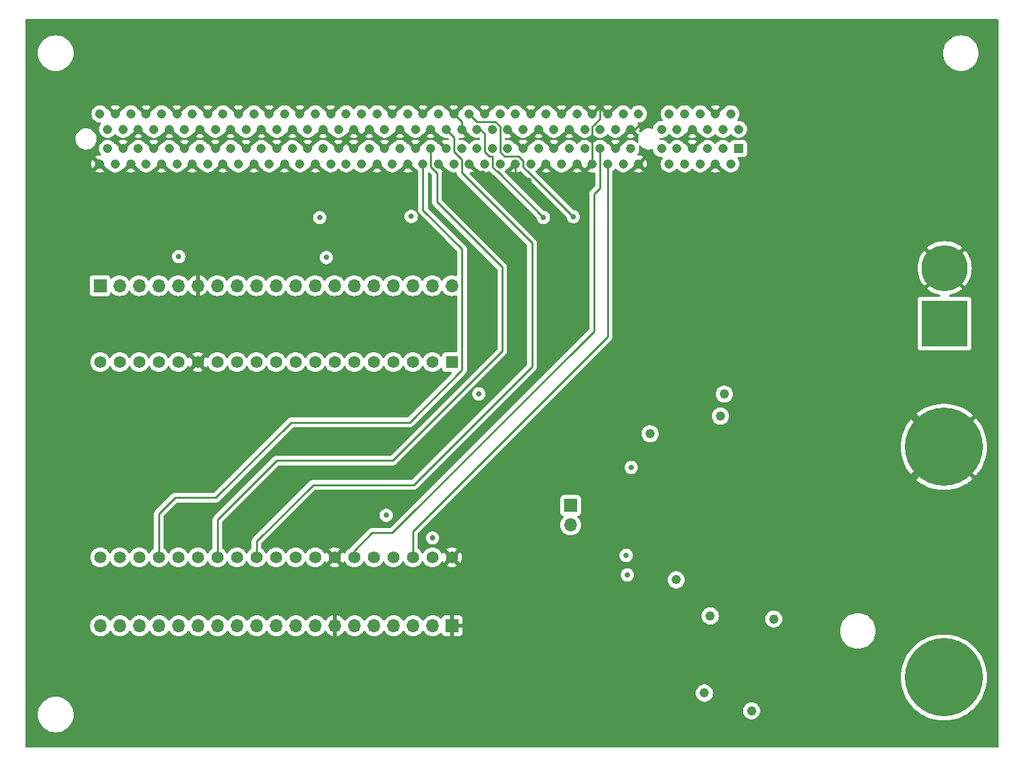
<source format=gbr>
%TF.GenerationSoftware,KiCad,Pcbnew,7.0.7*%
%TF.CreationDate,2024-02-19T11:00:26-08:00*%
%TF.ProjectId,Core-Board,436f7265-2d42-46f6-9172-642e6b696361,rev?*%
%TF.SameCoordinates,Original*%
%TF.FileFunction,Copper,L2,Inr*%
%TF.FilePolarity,Positive*%
%FSLAX46Y46*%
G04 Gerber Fmt 4.6, Leading zero omitted, Abs format (unit mm)*
G04 Created by KiCad (PCBNEW 7.0.7) date 2024-02-19 11:00:26*
%MOMM*%
%LPD*%
G01*
G04 APERTURE LIST*
%TA.AperFunction,ComponentPad*%
%ADD10R,1.208000X1.208000*%
%TD*%
%TA.AperFunction,ComponentPad*%
%ADD11C,1.208000*%
%TD*%
%TA.AperFunction,ComponentPad*%
%ADD12R,1.700000X1.700000*%
%TD*%
%TA.AperFunction,ComponentPad*%
%ADD13O,1.700000X1.700000*%
%TD*%
%TA.AperFunction,ComponentPad*%
%ADD14R,1.560000X1.560000*%
%TD*%
%TA.AperFunction,ComponentPad*%
%ADD15C,1.560000*%
%TD*%
%TA.AperFunction,ComponentPad*%
%ADD16C,6.000000*%
%TD*%
%TA.AperFunction,ComponentPad*%
%ADD17R,6.000000X6.000000*%
%TD*%
%TA.AperFunction,ComponentPad*%
%ADD18C,10.160000*%
%TD*%
%TA.AperFunction,ViaPad*%
%ADD19C,1.219200*%
%TD*%
%TA.AperFunction,ViaPad*%
%ADD20C,0.711200*%
%TD*%
%TA.AperFunction,Conductor*%
%ADD21C,1.016000*%
%TD*%
%TA.AperFunction,Conductor*%
%ADD22C,0.254000*%
%TD*%
G04 APERTURE END LIST*
D10*
%TO.N,12V*%
%TO.C,J2*%
X207247000Y-80573000D03*
D11*
X206247000Y-82573000D03*
X205247000Y-80573000D03*
%TO.N,GND*%
X204247000Y-82573000D03*
%TO.N,5V*%
X203247000Y-80573000D03*
X202247000Y-82573000D03*
%TO.N,GND*%
X201247000Y-80573000D03*
%TO.N,3.3V*%
X200247000Y-82573000D03*
X199247000Y-80573000D03*
X198247000Y-82573000D03*
%TO.N,unconnected-(J2-PWRGD-PadA11)*%
X197247000Y-80573000D03*
%TO.N,GND*%
X194247000Y-82573000D03*
%TO.N,unconnected-(J2-REFCLK+-PadA13)*%
X193247000Y-80573000D03*
%TO.N,unconnected-(J2-REFCLK--PadA14)*%
X192247000Y-82573000D03*
%TO.N,GND*%
X191247000Y-80573000D03*
%TO.N,I2C SCL*%
X190247000Y-82573000D03*
%TO.N,I2C SDA*%
X189247000Y-80573000D03*
%TO.N,GND*%
X188247000Y-82573000D03*
%TO.N,unconnected-(J2-RSVD-PadA19)*%
X187247000Y-80573000D03*
%TO.N,GND*%
X186247000Y-82573000D03*
%TO.N,unconnected-(J2-PERp1-PadA21)*%
X185247000Y-80573000D03*
%TO.N,unconnected-(J2-PERn1-PadA22)*%
X184247000Y-82573000D03*
%TO.N,GND*%
X183247000Y-80573000D03*
X182247000Y-82573000D03*
%TO.N,HX5*%
X181247000Y-80573000D03*
%TO.N,HX6*%
X180247000Y-82573000D03*
%TO.N,GND*%
X179247000Y-80573000D03*
X178247000Y-82573000D03*
%TO.N,HX7*%
X177247000Y-80573000D03*
%TO.N,HX8*%
X176247000Y-82573000D03*
%TO.N,GND*%
X175247000Y-80573000D03*
%TO.N,unconnected-(J2-RSVD-PadA32)*%
X174247000Y-82573000D03*
%TO.N,unconnected-(J2-RSVD-PadA33)*%
X173247000Y-80573000D03*
%TO.N,GND*%
X172247000Y-82573000D03*
%TO.N,SPI1 CLK*%
X171247000Y-80573000D03*
%TO.N,SPI1 MISO*%
X170247000Y-82573000D03*
%TO.N,GND*%
X169247000Y-80573000D03*
X168247000Y-82573000D03*
%TO.N,TC CS 3*%
X167247000Y-80573000D03*
%TO.N,TC CS 4*%
X166247000Y-82573000D03*
%TO.N,GND*%
X165247000Y-80573000D03*
X164247000Y-82573000D03*
%TO.N,unconnected-(J2-PERp6-PadA43)*%
X163247000Y-80573000D03*
%TO.N,unconnected-(J2-PERn6-PadA44)*%
X162247000Y-82573000D03*
%TO.N,GND*%
X161247000Y-80573000D03*
X160247000Y-82573000D03*
%TO.N,unconnected-(J2-PERp7-PadA47)*%
X159247000Y-80573000D03*
%TO.N,unconnected-(J2-PERn7-PadA48)*%
X158247000Y-82573000D03*
%TO.N,GND*%
X157247000Y-80573000D03*
%TO.N,unconnected-(J2-RSVD-PadA50)*%
X156247000Y-82573000D03*
%TO.N,GND*%
X155247000Y-80573000D03*
%TO.N,unconnected-(J2-PERp8-PadA52)*%
X154247000Y-82573000D03*
%TO.N,unconnected-(J2-PERn8-PadA53)*%
X153247000Y-80573000D03*
%TO.N,GND*%
X152247000Y-82573000D03*
X151247000Y-80573000D03*
%TO.N,unconnected-(J2-PERp9-PadA56)*%
X150247000Y-82573000D03*
%TO.N,unconnected-(J2-PERn9-PadA57)*%
X149247000Y-80573000D03*
%TO.N,GND*%
X148247000Y-82573000D03*
X147247000Y-80573000D03*
%TO.N,unconnected-(J2-PERp10-PadA60)*%
X146247000Y-82573000D03*
%TO.N,unconnected-(J2-PERn10-PadA61)*%
X145247000Y-80573000D03*
%TO.N,GND*%
X144247000Y-82573000D03*
X143247000Y-80573000D03*
%TO.N,unconnected-(J2-PERp11-PadA64)*%
X142247000Y-82573000D03*
%TO.N,unconnected-(J2-PERn11-PadA65)*%
X141247000Y-80573000D03*
%TO.N,GND*%
X140247000Y-82573000D03*
X139247000Y-80573000D03*
%TO.N,unconnected-(J2-PERp12-PadA68)*%
X138247000Y-82573000D03*
%TO.N,unconnected-(J2-PERn12-PadA69)*%
X137247000Y-80573000D03*
%TO.N,GND*%
X136247000Y-82573000D03*
X135247000Y-80573000D03*
%TO.N,unconnected-(J2-PERp13-PadA72)*%
X134247000Y-82573000D03*
%TO.N,unconnected-(J2-PERn13-PadA73)*%
X133247000Y-80573000D03*
%TO.N,GND*%
X132247000Y-82573000D03*
X131247000Y-80573000D03*
%TO.N,unconnected-(J2-PERp14-PadA76)*%
X130247000Y-82573000D03*
%TO.N,unconnected-(J2-PERn14-PadA77)*%
X129247000Y-80573000D03*
%TO.N,GND*%
X128247000Y-82573000D03*
X127247000Y-80573000D03*
%TO.N,unconnected-(J2-PERp15-PadA80)*%
X126247000Y-82573000D03*
%TO.N,unconnected-(J2-PERn15-PadA81)*%
X125247000Y-80573000D03*
%TO.N,GND*%
X124247000Y-82573000D03*
%TO.N,12V*%
X207247000Y-78073000D03*
X206247000Y-76073000D03*
X205247000Y-78073000D03*
%TO.N,GND*%
X204247000Y-76073000D03*
%TO.N,5V*%
X203247000Y-78073000D03*
X202247000Y-76073000D03*
%TO.N,GND*%
X201247000Y-78073000D03*
%TO.N,3.3V*%
X200247000Y-76073000D03*
X199247000Y-78073000D03*
X198247000Y-76073000D03*
%TO.N,unconnected-(J2-~{WAKE}-PadB11)*%
X197247000Y-78073000D03*
%TO.N,unconnected-(J2-RSVD-PadB12)*%
X194247000Y-76073000D03*
%TO.N,GND*%
X193247000Y-78073000D03*
%TO.N,I2C SCL*%
X192247000Y-76073000D03*
%TO.N,I2C SDA*%
X191247000Y-78073000D03*
%TO.N,GND*%
X190247000Y-76073000D03*
%TO.N,unconnected-(J2-~{PRSNT2}-PadB17)*%
X189247000Y-78073000D03*
%TO.N,GND*%
X188247000Y-76073000D03*
%TO.N,unconnected-(J2-PETp1-PadB19)*%
X187247000Y-78073000D03*
%TO.N,unconnected-(J2-PETn1-PadB20)*%
X186247000Y-76073000D03*
%TO.N,GND*%
X185247000Y-78073000D03*
X184247000Y-76073000D03*
%TO.N,HX1*%
X183247000Y-78073000D03*
%TO.N,HX2*%
X182247000Y-76073000D03*
%TO.N,GND*%
X181247000Y-78073000D03*
X180247000Y-76073000D03*
%TO.N,HX3*%
X179247000Y-78073000D03*
%TO.N,HX4*%
X178247000Y-76073000D03*
%TO.N,GND*%
X177247000Y-78073000D03*
%TO.N,unconnected-(J2-RSVD-PadB30)*%
X176247000Y-76073000D03*
%TO.N,HX CLK*%
X175247000Y-78073000D03*
%TO.N,GND*%
X174247000Y-76073000D03*
%TO.N,SPI0 CLK*%
X173247000Y-78073000D03*
%TO.N,SPI0 MISO*%
X172247000Y-76073000D03*
%TO.N,GND*%
X171247000Y-78073000D03*
X170247000Y-76073000D03*
%TO.N,TC CS 1*%
X169247000Y-78073000D03*
%TO.N,TC CS 2*%
X168247000Y-76073000D03*
%TO.N,GND*%
X167247000Y-78073000D03*
X166247000Y-76073000D03*
%TO.N,unconnected-(J2-PETp6-PadB41)*%
X165247000Y-78073000D03*
%TO.N,unconnected-(J2-PETn6-PadB42)*%
X164247000Y-76073000D03*
%TO.N,GND*%
X163247000Y-78073000D03*
X162247000Y-76073000D03*
%TO.N,unconnected-(J2-PETp7-PadB45)*%
X161247000Y-78073000D03*
%TO.N,unconnected-(J2-PETn7-PadB46)*%
X160247000Y-76073000D03*
%TO.N,GND*%
X159247000Y-78073000D03*
%TO.N,unconnected-(J2-~{PRSNT2}-PadB48)*%
X158247000Y-76073000D03*
%TO.N,GND*%
X157247000Y-78073000D03*
%TO.N,unconnected-(J2-PETp8-PadB50)*%
X156247000Y-76073000D03*
%TO.N,unconnected-(J2-PETn8-PadB51)*%
X155247000Y-78073000D03*
%TO.N,GND*%
X154247000Y-76073000D03*
X153247000Y-78073000D03*
%TO.N,unconnected-(J2-PETp9-PadB54)*%
X152247000Y-76073000D03*
%TO.N,unconnected-(J2-PETn9-PadB55)*%
X151247000Y-78073000D03*
%TO.N,GND*%
X150247000Y-76073000D03*
X149247000Y-78073000D03*
%TO.N,unconnected-(J2-PETp10-PadB58)*%
X148247000Y-76073000D03*
%TO.N,unconnected-(J2-PETn10-PadB59)*%
X147247000Y-78073000D03*
%TO.N,GND*%
X146247000Y-76073000D03*
X145247000Y-78073000D03*
%TO.N,unconnected-(J2-PETp11-PadB62)*%
X144247000Y-76073000D03*
%TO.N,unconnected-(J2-PETn11-PadB63)*%
X143247000Y-78073000D03*
%TO.N,GND*%
X142247000Y-76073000D03*
X141247000Y-78073000D03*
%TO.N,unconnected-(J2-PETp12-PadB66)*%
X140247000Y-76073000D03*
%TO.N,unconnected-(J2-PETn12-PadB67)*%
X139247000Y-78073000D03*
%TO.N,GND*%
X138247000Y-76073000D03*
X137247000Y-78073000D03*
%TO.N,unconnected-(J2-PETp13-PadB70)*%
X136247000Y-76073000D03*
%TO.N,unconnected-(J2-PETn13-PadB71)*%
X135247000Y-78073000D03*
%TO.N,GND*%
X134247000Y-76073000D03*
X133247000Y-78073000D03*
%TO.N,unconnected-(J2-PETp14-PadB74)*%
X132247000Y-76073000D03*
%TO.N,unconnected-(J2-PETn14-PadB75)*%
X131247000Y-78073000D03*
%TO.N,GND*%
X130247000Y-76073000D03*
X129247000Y-78073000D03*
%TO.N,unconnected-(J2-PETp15-PadB78)*%
X128247000Y-76073000D03*
%TO.N,unconnected-(J2-PETn15-PadB79)*%
X127247000Y-78073000D03*
%TO.N,GND*%
X126247000Y-76073000D03*
%TO.N,unconnected-(J2-~{PRSNT2}-PadB81)*%
X125247000Y-78073000D03*
%TO.N,unconnected-(J2-RSVD-PadB82)*%
X124247000Y-76073000D03*
%TD*%
D12*
%TO.N,5V*%
%TO.C,J4*%
X124266800Y-98399600D03*
D13*
%TO.N,unconnected-(J4-Pin_2-Pad2)*%
X126806800Y-98399600D03*
%TO.N,unconnected-(J4-Pin_3-Pad3)*%
X129346800Y-98399600D03*
%TO.N,unconnected-(J4-Pin_4-Pad4)*%
X131886800Y-98399600D03*
%TO.N,SPI1 MISO*%
X134426800Y-98399600D03*
%TO.N,GND*%
X136966800Y-98399600D03*
%TO.N,unconnected-(J4-Pin_7-Pad7)*%
X139506800Y-98399600D03*
%TO.N,SPI1 CLK*%
X142046800Y-98399600D03*
%TO.N,HX CLK*%
X144586800Y-98399600D03*
%TO.N,HX8*%
X147126800Y-98399600D03*
%TO.N,HX7*%
X149666800Y-98399600D03*
%TO.N,HX6*%
X152206800Y-98399600D03*
%TO.N,HX5*%
X154746800Y-98399600D03*
%TO.N,HX4*%
X157286800Y-98399600D03*
%TO.N,HX3*%
X159826800Y-98399600D03*
%TO.N,HX2*%
X162366800Y-98399600D03*
%TO.N,HX1*%
X164906800Y-98399600D03*
%TO.N,EN*%
X167446800Y-98399600D03*
%TO.N,3.3V*%
X169986800Y-98399600D03*
%TD*%
D14*
%TO.N,3.3V*%
%TO.C,J3*%
X170001000Y-108341001D03*
D15*
%TO.N,EN*%
X167461000Y-108341001D03*
%TO.N,HX1*%
X164921000Y-108341001D03*
%TO.N,HX2*%
X162381000Y-108341001D03*
%TO.N,HX3*%
X159841000Y-108341001D03*
%TO.N,HX4*%
X157301000Y-108341001D03*
%TO.N,HX5*%
X154761000Y-108341001D03*
%TO.N,HX6*%
X152221000Y-108341001D03*
%TO.N,HX7*%
X149681000Y-108341001D03*
%TO.N,HX8*%
X147141000Y-108341001D03*
%TO.N,HX CLK*%
X144601000Y-108341001D03*
%TO.N,SPI1 CLK*%
X142061000Y-108341001D03*
%TO.N,unconnected-(J3-IO12-Pad13)*%
X139521000Y-108341001D03*
%TO.N,GND*%
X136981000Y-108341001D03*
%TO.N,SPI1 MISO*%
X134441000Y-108341001D03*
%TO.N,unconnected-(J3-SD2-Pad16)*%
X131901000Y-108341001D03*
%TO.N,unconnected-(J3-SD3-Pad17)*%
X129361000Y-108341001D03*
%TO.N,unconnected-(J3-CMD-Pad18)*%
X126821000Y-108341001D03*
%TO.N,5V*%
X124281000Y-108341001D03*
%TO.N,GND*%
X170001000Y-133741001D03*
%TO.N,SPI0 MISO*%
X167461000Y-133741001D03*
%TO.N,I2C SCL*%
X164921000Y-133741001D03*
%TO.N,unconnected-(J3-TXD0-Pad23)*%
X162381000Y-133741001D03*
%TO.N,unconnected-(J3-RXD0-Pad24)*%
X159841000Y-133741001D03*
%TO.N,I2C SDA*%
X157301000Y-133741001D03*
%TO.N,GND*%
X154761000Y-133741001D03*
%TO.N,SPI0 MOSI*%
X152221000Y-133741001D03*
%TO.N,SPI0 CLK*%
X149681000Y-133741001D03*
%TO.N,SPI0 CS*%
X147141000Y-133741001D03*
%TO.N,TC CS 1*%
X144601000Y-133741001D03*
%TO.N,TC CS 2*%
X142061000Y-133741001D03*
%TO.N,TC CS 3*%
X139521000Y-133741001D03*
%TO.N,unconnected-(J3-IO0-Pad33)*%
X136981000Y-133741001D03*
%TO.N,unconnected-(J3-IO2-Pad34)*%
X134441000Y-133741001D03*
%TO.N,TC CS 4*%
X131901000Y-133741001D03*
%TO.N,unconnected-(J3-SD1-Pad36)*%
X129361000Y-133741001D03*
%TO.N,unconnected-(J3-SD0-Pad37)*%
X126821000Y-133741001D03*
%TO.N,unconnected-(J3-CLK-Pad38)*%
X124281000Y-133741001D03*
%TD*%
D12*
%TO.N,GND*%
%TO.C,J5*%
X170043000Y-142621000D03*
D13*
%TO.N,SPI0 MISO*%
X167503000Y-142621000D03*
%TO.N,I2C SCL*%
X164963000Y-142621000D03*
%TO.N,unconnected-(J5-Pin_4-Pad4)*%
X162423000Y-142621000D03*
%TO.N,unconnected-(J5-Pin_5-Pad5)*%
X159883000Y-142621000D03*
%TO.N,I2C SDA*%
X157343000Y-142621000D03*
%TO.N,GND*%
X154803000Y-142621000D03*
%TO.N,SPI0 MOSI*%
X152263000Y-142621000D03*
%TO.N,SPI0 CLK*%
X149723000Y-142621000D03*
%TO.N,SPI0 CS*%
X147183000Y-142621000D03*
%TO.N,SPI1 MOSI*%
X144643000Y-142621000D03*
%TO.N,unconnected-(J5-Pin_12-Pad12)*%
X142103000Y-142621000D03*
%TO.N,unconnected-(J5-Pin_13-Pad13)*%
X139563000Y-142621000D03*
%TO.N,unconnected-(J5-Pin_14-Pad14)*%
X137023000Y-142621000D03*
%TO.N,unconnected-(J5-Pin_15-Pad15)*%
X134483000Y-142621000D03*
%TO.N,unconnected-(J5-Pin_16-Pad16)*%
X131943000Y-142621000D03*
%TO.N,unconnected-(J5-Pin_17-Pad17)*%
X129403000Y-142621000D03*
%TO.N,unconnected-(J5-Pin_18-Pad18)*%
X126863000Y-142621000D03*
%TO.N,unconnected-(J5-Pin_19-Pad19)*%
X124323000Y-142621000D03*
%TD*%
D16*
%TO.N,GND*%
%TO.C,J3*%
X234035600Y-96127200D03*
D17*
%TO.N,+12V*%
X234035600Y-103327200D03*
%TD*%
D18*
%TO.N,+12V*%
%TO.C,J1*%
X233934000Y-149350000D03*
%TO.N,GND*%
X233934000Y-119380000D03*
%TD*%
D12*
%TO.N,Net-(J1-Pin_1)*%
%TO.C,J1*%
X185420000Y-127000000D03*
D13*
%TO.N,SD CS_3.3*%
X185420000Y-129540000D03*
%TD*%
D19*
%TO.N,GND*%
X191109600Y-127254000D03*
D20*
X173532800Y-97790000D03*
X177998100Y-84105545D03*
X177165000Y-74930000D03*
D19*
X132384800Y-86969600D03*
D20*
X173998100Y-83820000D03*
X184708800Y-101396800D03*
D19*
X216458800Y-104800400D03*
D20*
X155905200Y-130352800D03*
D19*
X200152000Y-71120000D03*
D20*
X189230000Y-74295000D03*
X169545000Y-73660000D03*
X180022896Y-84747100D03*
X168275000Y-73660000D03*
X194665600Y-77571600D03*
D19*
X157378400Y-118618000D03*
D20*
X171450000Y-73660000D03*
X185674000Y-86156800D03*
D19*
X126492000Y-151257000D03*
X201676000Y-146050000D03*
%TO.N,12V*%
X204890000Y-115366800D03*
X208938000Y-153684000D03*
X205391473Y-112514927D03*
X211822000Y-141746000D03*
%TO.N,3.3V*%
X195769000Y-117664000D03*
X203581000Y-141351000D03*
X199136000Y-136652000D03*
%TO.N,5V*%
X202811500Y-151384000D03*
D20*
%TO.N,HX5*%
X164719000Y-89408000D03*
%TO.N,HX6*%
X153670000Y-94742000D03*
%TO.N,HX8*%
X152806400Y-89560400D03*
%TO.N,SPI1 MISO*%
X134493000Y-94615000D03*
%TO.N,SPI0 CLK*%
X192659000Y-133477000D03*
X173482000Y-112471200D03*
X181889555Y-89535155D03*
%TO.N,SPI0 MISO*%
X167461000Y-131216400D03*
X193294000Y-122047000D03*
X185750200Y-89433400D03*
%TO.N,SPI0 MOSI*%
X192786000Y-136017000D03*
%TO.N,SPI0 CS*%
X161442400Y-128270000D03*
%TD*%
D21*
%TO.N,GND*%
X233934000Y-119380000D02*
X229616000Y-115062000D01*
D22*
X178247000Y-82573000D02*
X178247000Y-83856645D01*
X171247000Y-78073000D02*
X171247000Y-77073000D01*
X189230000Y-76200000D02*
X189230000Y-74295000D01*
X188526000Y-77400999D02*
X189230000Y-76696999D01*
D21*
X230886000Y-116433600D02*
X233883200Y-119430800D01*
D22*
X194208400Y-77571600D02*
X193707000Y-78073000D01*
D21*
X229616000Y-115062000D02*
X229616000Y-114960400D01*
D22*
X193707000Y-78073000D02*
X193247000Y-78073000D01*
D21*
X233883200Y-119430800D02*
X229387400Y-123926600D01*
D22*
X189230000Y-76696999D02*
X189230000Y-76200000D01*
X178247000Y-82573000D02*
X178247000Y-83098600D01*
X188247000Y-77679999D02*
X188526000Y-77400999D01*
X188247000Y-82573000D02*
X188247000Y-77679999D01*
X171247000Y-77073000D02*
X170247000Y-76073000D01*
D21*
X229387400Y-123926600D02*
X229387400Y-126060200D01*
D22*
X194665600Y-77571600D02*
X194208400Y-77571600D01*
X178247000Y-83856645D02*
X177998100Y-84105545D01*
%TO.N,I2C SCL*%
X190247000Y-105002600D02*
X190247000Y-82573000D01*
X190640001Y-82573000D02*
X190247000Y-82573000D01*
X164921000Y-133741001D02*
X164921000Y-130328600D01*
X164921000Y-130328600D02*
X190247000Y-105002600D01*
%TO.N,I2C SDA*%
X159613600Y-130556000D02*
X162255200Y-130556000D01*
X188468000Y-104343200D02*
X188468000Y-86487000D01*
X191247000Y-78573000D02*
X191247000Y-78073000D01*
X162255200Y-130556000D02*
X188468000Y-104343200D01*
X157301000Y-132868600D02*
X159613600Y-130556000D01*
X189247000Y-85708000D02*
X189247000Y-80573000D01*
X188468000Y-86487000D02*
X189247000Y-85708000D01*
X157301000Y-133741001D02*
X157301000Y-132868600D01*
%TO.N,TC CS 3*%
X168046400Y-83765401D02*
X167247000Y-82966001D01*
X176530000Y-106934000D02*
X176530000Y-96012000D01*
X139521000Y-128855400D02*
X147218400Y-121158000D01*
X139521000Y-133741001D02*
X139521000Y-128855400D01*
X147218400Y-121158000D02*
X162306000Y-121158000D01*
X162306000Y-121158000D02*
X176530000Y-106934000D01*
X176530000Y-96012000D02*
X168046400Y-87528400D01*
X167247000Y-82966001D02*
X167247000Y-80573000D01*
X168046400Y-87528400D02*
X168046400Y-83765401D01*
%TO.N,TC CS 4*%
X131901000Y-133741001D02*
X131901000Y-128093400D01*
X171297600Y-93624400D02*
X166247000Y-88573800D01*
X166247000Y-88573800D02*
X166247000Y-82573000D01*
X131901000Y-128093400D02*
X134010400Y-125984000D01*
X134010400Y-125984000D02*
X139293600Y-125984000D01*
X164484401Y-116179600D02*
X171297600Y-109366401D01*
X171297600Y-109366401D02*
X171297600Y-93624400D01*
X149098000Y-116179600D02*
X164484401Y-116179600D01*
X139293600Y-125984000D02*
X149098000Y-116179600D01*
%TO.N,TC CS 1*%
X144601000Y-131649400D02*
X151942800Y-124307600D01*
X164998400Y-124307600D02*
X180390800Y-108915200D01*
X171262000Y-83733600D02*
X171262000Y-81981001D01*
X180390800Y-92862400D02*
X171262000Y-83733600D01*
X180390800Y-108915200D02*
X180390800Y-92862400D01*
X144601000Y-133741001D02*
X144601000Y-131649400D01*
X170262000Y-79088000D02*
X169247000Y-78073000D01*
X151942800Y-124307600D02*
X164998400Y-124307600D01*
X170262000Y-80981001D02*
X170262000Y-79088000D01*
X171262000Y-81981001D02*
X170262000Y-80981001D01*
%TO.N,SPI0 CLK*%
X175262000Y-81558000D02*
X174838999Y-81558000D01*
X175912400Y-83558000D02*
X175838999Y-83558000D01*
X175262000Y-82981001D02*
X175262000Y-81558000D01*
X173678600Y-78073000D02*
X173247000Y-78073000D01*
X174262000Y-80981001D02*
X174262000Y-78656400D01*
X174838999Y-81558000D02*
X174262000Y-80981001D01*
X174262000Y-78656400D02*
X173678600Y-78073000D01*
X175838999Y-83558000D02*
X175262000Y-82981001D01*
X181889555Y-89535155D02*
X175912400Y-83558000D01*
%TO.N,SPI0 MISO*%
X179874800Y-83558000D02*
X179838999Y-83558000D01*
X178625002Y-81558000D02*
X178708501Y-81641499D01*
X179262000Y-82981001D02*
X179262000Y-82194999D01*
X179838999Y-83558000D02*
X179262000Y-82981001D01*
X179262000Y-82194999D02*
X178708501Y-81641499D01*
X176262000Y-81012000D02*
X176808000Y-81558000D01*
X176808000Y-81558000D02*
X178625002Y-81558000D01*
X172247000Y-76073000D02*
X173237600Y-77063600D01*
X176262000Y-77694999D02*
X176262000Y-81012000D01*
X173237600Y-77063600D02*
X175630601Y-77063600D01*
X175630601Y-77063600D02*
X176262000Y-77694999D01*
X185750200Y-89433400D02*
X179874800Y-83558000D01*
%TD*%
%TA.AperFunction,Conductor*%
%TO.N,GND*%
G36*
X186730006Y-82701458D02*
G01*
X186752587Y-82719376D01*
X187195466Y-83162256D01*
X187242716Y-83158979D01*
X187251460Y-83158981D01*
X187298531Y-83162257D01*
X187742469Y-82718318D01*
X187804782Y-82684293D01*
X187875597Y-82689357D01*
X187932433Y-82731904D01*
X187937048Y-82738498D01*
X187985936Y-82813328D01*
X188086354Y-82891485D01*
X188083902Y-82894635D01*
X188120037Y-82930471D01*
X188135417Y-82999782D01*
X188110884Y-83066405D01*
X188098797Y-83080411D01*
X187661088Y-83518119D01*
X187749209Y-83572682D01*
X187749213Y-83572684D01*
X187941381Y-83647131D01*
X188143961Y-83685000D01*
X188350039Y-83685000D01*
X188470347Y-83662510D01*
X188540983Y-83669655D01*
X188596544Y-83713853D01*
X188619389Y-83781074D01*
X188619500Y-83786365D01*
X188619500Y-85395889D01*
X188599498Y-85464010D01*
X188582595Y-85484985D01*
X188083107Y-85984472D01*
X188070749Y-85994375D01*
X188070943Y-85994609D01*
X188064839Y-85999658D01*
X188041876Y-86024110D01*
X188017322Y-86050258D01*
X188010341Y-86057238D01*
X187996382Y-86071197D01*
X187996377Y-86071203D01*
X187992135Y-86076672D01*
X187988284Y-86081181D01*
X187956308Y-86115232D01*
X187956304Y-86115237D01*
X187946681Y-86132741D01*
X187935830Y-86149259D01*
X187923592Y-86165035D01*
X187905041Y-86207902D01*
X187902430Y-86213232D01*
X187879930Y-86254160D01*
X187879926Y-86254171D01*
X187874958Y-86273516D01*
X187868559Y-86292206D01*
X187860624Y-86310543D01*
X187853317Y-86356680D01*
X187852113Y-86362492D01*
X187840500Y-86407726D01*
X187840500Y-86427698D01*
X187838949Y-86447407D01*
X187835825Y-86467132D01*
X187835825Y-86467133D01*
X187840220Y-86513628D01*
X187840500Y-86519560D01*
X187840500Y-104031090D01*
X187820498Y-104099211D01*
X187803595Y-104120185D01*
X162032186Y-129891595D01*
X161969874Y-129925621D01*
X161943091Y-129928500D01*
X159696787Y-129928500D01*
X159681043Y-129926762D01*
X159681015Y-129927066D01*
X159673122Y-129926319D01*
X159605806Y-129928435D01*
X159603754Y-129928500D01*
X159574122Y-129928500D01*
X159567260Y-129929366D01*
X159561347Y-129929832D01*
X159514658Y-129931299D01*
X159514652Y-129931300D01*
X159495469Y-129936873D01*
X159476119Y-129940880D01*
X159456310Y-129943383D01*
X159456306Y-129943384D01*
X159412877Y-129960577D01*
X159407263Y-129962499D01*
X159362407Y-129975532D01*
X159345218Y-129985698D01*
X159327466Y-129994394D01*
X159308904Y-130001743D01*
X159308896Y-130001747D01*
X159271107Y-130029201D01*
X159266146Y-130032460D01*
X159225944Y-130056236D01*
X159211815Y-130070364D01*
X159196791Y-130083196D01*
X159180633Y-130094936D01*
X159150855Y-130130930D01*
X159146859Y-130135321D01*
X156916110Y-132366069D01*
X156903749Y-132375974D01*
X156903943Y-132376209D01*
X156897839Y-132381258D01*
X156874876Y-132405710D01*
X156850322Y-132431858D01*
X156843341Y-132438838D01*
X156829382Y-132452797D01*
X156829377Y-132452803D01*
X156825135Y-132458272D01*
X156821284Y-132462781D01*
X156789308Y-132496832D01*
X156789304Y-132496837D01*
X156779679Y-132514344D01*
X156768832Y-132530857D01*
X156756591Y-132546639D01*
X156756433Y-132547005D01*
X156756231Y-132547246D01*
X156752556Y-132553462D01*
X156751553Y-132552868D01*
X156711018Y-132601577D01*
X156694052Y-132611150D01*
X156658301Y-132627822D01*
X156658299Y-132627823D01*
X156474771Y-132756329D01*
X156474761Y-132756338D01*
X156316337Y-132914762D01*
X156316328Y-132914772D01*
X156187820Y-133098302D01*
X156187818Y-133098306D01*
X156149332Y-133180839D01*
X156102415Y-133234123D01*
X156034138Y-133253584D01*
X155966178Y-133233042D01*
X155920943Y-133180838D01*
X155880701Y-133094540D01*
X155833739Y-133027471D01*
X155833737Y-133027471D01*
X155391124Y-133470085D01*
X155328812Y-133504111D01*
X155257997Y-133499046D01*
X155201161Y-133456499D01*
X155190154Y-133438955D01*
X155189819Y-133438308D01*
X155092251Y-133333839D01*
X155053122Y-133310044D01*
X155005312Y-133257560D01*
X154993467Y-133187558D01*
X155021347Y-133122265D01*
X155029496Y-133113292D01*
X155474528Y-132668261D01*
X155474528Y-132668259D01*
X155407466Y-132621302D01*
X155407465Y-132621301D01*
X155203208Y-132526055D01*
X155203202Y-132526053D01*
X154985512Y-132467723D01*
X154760999Y-132448081D01*
X154536487Y-132467723D01*
X154318797Y-132526053D01*
X154318791Y-132526055D01*
X154114538Y-132621300D01*
X154047469Y-132668260D01*
X154490711Y-133111501D01*
X154524736Y-133173814D01*
X154519672Y-133244629D01*
X154481133Y-133298337D01*
X154377391Y-133382737D01*
X154325502Y-133456247D01*
X154269877Y-133500365D01*
X154199230Y-133507406D01*
X154135992Y-133475134D01*
X154133468Y-133472680D01*
X153688259Y-133027470D01*
X153641299Y-133094539D01*
X153601057Y-133180839D01*
X153554140Y-133234124D01*
X153485862Y-133253585D01*
X153417902Y-133233043D01*
X153372667Y-133180839D01*
X153334179Y-133098302D01*
X153205671Y-132914772D01*
X153205668Y-132914769D01*
X153128188Y-132837289D01*
X153047233Y-132756334D01*
X153046263Y-132755655D01*
X152863696Y-132627820D01*
X152660633Y-132533130D01*
X152660627Y-132533128D01*
X152525172Y-132496833D01*
X152444206Y-132475138D01*
X152221000Y-132455610D01*
X151997794Y-132475138D01*
X151781372Y-132533128D01*
X151781367Y-132533130D01*
X151578301Y-132627821D01*
X151394771Y-132756329D01*
X151394761Y-132756338D01*
X151236337Y-132914762D01*
X151236328Y-132914772D01*
X151107820Y-133098302D01*
X151065195Y-133189713D01*
X151018278Y-133242998D01*
X150950000Y-133262459D01*
X150882040Y-133241917D01*
X150836805Y-133189713D01*
X150794179Y-133098302D01*
X150665671Y-132914772D01*
X150665668Y-132914769D01*
X150588188Y-132837289D01*
X150507233Y-132756334D01*
X150506263Y-132755655D01*
X150323696Y-132627820D01*
X150120633Y-132533130D01*
X150120627Y-132533128D01*
X149985172Y-132496833D01*
X149904206Y-132475138D01*
X149681000Y-132455610D01*
X149457794Y-132475138D01*
X149241372Y-132533128D01*
X149241367Y-132533130D01*
X149038301Y-132627821D01*
X148854771Y-132756329D01*
X148854761Y-132756338D01*
X148696337Y-132914762D01*
X148696328Y-132914772D01*
X148567820Y-133098302D01*
X148525195Y-133189713D01*
X148478278Y-133242998D01*
X148410000Y-133262459D01*
X148342040Y-133241917D01*
X148296805Y-133189713D01*
X148254179Y-133098302D01*
X148125671Y-132914772D01*
X148125668Y-132914769D01*
X148048188Y-132837289D01*
X147967233Y-132756334D01*
X147966263Y-132755655D01*
X147783696Y-132627820D01*
X147580633Y-132533130D01*
X147580627Y-132533128D01*
X147445172Y-132496833D01*
X147364206Y-132475138D01*
X147141000Y-132455610D01*
X146917794Y-132475138D01*
X146701372Y-132533128D01*
X146701367Y-132533130D01*
X146498301Y-132627821D01*
X146314771Y-132756329D01*
X146314761Y-132756338D01*
X146156337Y-132914762D01*
X146156328Y-132914772D01*
X146027820Y-133098302D01*
X145985195Y-133189713D01*
X145938278Y-133242998D01*
X145870000Y-133262459D01*
X145802040Y-133241917D01*
X145756805Y-133189713D01*
X145714179Y-133098302D01*
X145585671Y-132914772D01*
X145585668Y-132914769D01*
X145508188Y-132837289D01*
X145427233Y-132756334D01*
X145427226Y-132756329D01*
X145282229Y-132654800D01*
X145237901Y-132599342D01*
X145228500Y-132551587D01*
X145228500Y-131961509D01*
X145248502Y-131893388D01*
X145265405Y-131872414D01*
X148867820Y-128269999D01*
X160581584Y-128269999D01*
X160600394Y-128448974D01*
X160656002Y-128620120D01*
X160656005Y-128620126D01*
X160745983Y-128775972D01*
X160745990Y-128775982D01*
X160866399Y-128909709D01*
X160866402Y-128909711D01*
X161011992Y-129015489D01*
X161148652Y-129076334D01*
X161176393Y-129088685D01*
X161352419Y-129126100D01*
X161352420Y-129126100D01*
X161532381Y-129126100D01*
X161658052Y-129099388D01*
X161708407Y-129088685D01*
X161872808Y-129015489D01*
X162018398Y-128909711D01*
X162043324Y-128882028D01*
X162138809Y-128775982D01*
X162138810Y-128775980D01*
X162138815Y-128775975D01*
X162228795Y-128620125D01*
X162284405Y-128448974D01*
X162303216Y-128270000D01*
X162284405Y-128091026D01*
X162284405Y-128091025D01*
X162228797Y-127919879D01*
X162228794Y-127919873D01*
X162138816Y-127764027D01*
X162138809Y-127764017D01*
X162018400Y-127630290D01*
X161872808Y-127524511D01*
X161708406Y-127451314D01*
X161532381Y-127413900D01*
X161532380Y-127413900D01*
X161352420Y-127413900D01*
X161352419Y-127413900D01*
X161176393Y-127451314D01*
X161011991Y-127524511D01*
X160866399Y-127630290D01*
X160745990Y-127764017D01*
X160745983Y-127764027D01*
X160656005Y-127919873D01*
X160656002Y-127919879D01*
X160600394Y-128091025D01*
X160581584Y-128269999D01*
X148867820Y-128269999D01*
X152165814Y-124972005D01*
X152228126Y-124937979D01*
X152254909Y-124935100D01*
X164915213Y-124935100D01*
X164930957Y-124936838D01*
X164930986Y-124936534D01*
X164938877Y-124937280D01*
X165008260Y-124935100D01*
X165037876Y-124935100D01*
X165044732Y-124934233D01*
X165050636Y-124933768D01*
X165097343Y-124932301D01*
X165116529Y-124926725D01*
X165135884Y-124922717D01*
X165155693Y-124920216D01*
X165199134Y-124903015D01*
X165204723Y-124901102D01*
X165249591Y-124888068D01*
X165266774Y-124877904D01*
X165284538Y-124869202D01*
X165303103Y-124861853D01*
X165340903Y-124834388D01*
X165345846Y-124831141D01*
X165386056Y-124807363D01*
X165400180Y-124793238D01*
X165415207Y-124780403D01*
X165431367Y-124768663D01*
X165461156Y-124732652D01*
X165465114Y-124728303D01*
X180775686Y-109417731D01*
X180788045Y-109407832D01*
X180787850Y-109407596D01*
X180793957Y-109402542D01*
X180793962Y-109402540D01*
X180841477Y-109351941D01*
X180862423Y-109330996D01*
X180866667Y-109325523D01*
X180870509Y-109321024D01*
X180902492Y-109286968D01*
X180912111Y-109269470D01*
X180922975Y-109252931D01*
X180935204Y-109237167D01*
X180935203Y-109237167D01*
X180935208Y-109237162D01*
X180953759Y-109194289D01*
X180956357Y-109188985D01*
X180978872Y-109148034D01*
X180983841Y-109128679D01*
X180990244Y-109109981D01*
X180993728Y-109101932D01*
X180998174Y-109091658D01*
X181005484Y-109045499D01*
X181006682Y-109039715D01*
X181018300Y-108994472D01*
X181018300Y-108974502D01*
X181019851Y-108954792D01*
X181020162Y-108952826D01*
X181022975Y-108935067D01*
X181019770Y-108901162D01*
X181018580Y-108888570D01*
X181018300Y-108882637D01*
X181018300Y-92945587D01*
X181020038Y-92929845D01*
X181019734Y-92929817D01*
X181020480Y-92921924D01*
X181018300Y-92852540D01*
X181018300Y-92822931D01*
X181018300Y-92822924D01*
X181017433Y-92816068D01*
X181016968Y-92810162D01*
X181015501Y-92763458D01*
X181009923Y-92744261D01*
X181005918Y-92724917D01*
X181003416Y-92705107D01*
X180986221Y-92661678D01*
X180984302Y-92656074D01*
X180971268Y-92611209D01*
X180961099Y-92594016D01*
X180952403Y-92576264D01*
X180945053Y-92557697D01*
X180945052Y-92557695D01*
X180945051Y-92557693D01*
X180917599Y-92519909D01*
X180914338Y-92514945D01*
X180890562Y-92474742D01*
X180876441Y-92460621D01*
X180863602Y-92445590D01*
X180861808Y-92443121D01*
X180851863Y-92429433D01*
X180815874Y-92399660D01*
X180811492Y-92395673D01*
X172309095Y-83893276D01*
X172275069Y-83830964D01*
X172280134Y-83760149D01*
X172322681Y-83703313D01*
X172375038Y-83680326D01*
X172552617Y-83647131D01*
X172744787Y-83572684D01*
X172744794Y-83572681D01*
X172832909Y-83518120D01*
X172832910Y-83518119D01*
X172391632Y-83076841D01*
X172357606Y-83014529D01*
X172362671Y-82943714D01*
X172405218Y-82886878D01*
X172420752Y-82876935D01*
X172464947Y-82853019D01*
X172535094Y-82776819D01*
X172544056Y-82767084D01*
X172544056Y-82767082D01*
X172544060Y-82767079D01*
X172548105Y-82757857D01*
X172593780Y-82703512D01*
X172661592Y-82682485D01*
X172730006Y-82701458D01*
X172752587Y-82719376D01*
X173195466Y-83162256D01*
X173234213Y-83159569D01*
X173303555Y-83174809D01*
X173343482Y-83209335D01*
X173427266Y-83320284D01*
X173578536Y-83458185D01*
X173752566Y-83565940D01*
X173752568Y-83565940D01*
X173752573Y-83565944D01*
X173943444Y-83639888D01*
X174144653Y-83677500D01*
X174144655Y-83677500D01*
X174349345Y-83677500D01*
X174349347Y-83677500D01*
X174550556Y-83639888D01*
X174683365Y-83588437D01*
X174741417Y-83565948D01*
X174741418Y-83565947D01*
X174741427Y-83565944D01*
X174791270Y-83535081D01*
X174859712Y-83516227D01*
X174927488Y-83537369D01*
X174946694Y-83553114D01*
X175336466Y-83942886D01*
X175346371Y-83955249D01*
X175346607Y-83955055D01*
X175351658Y-83961161D01*
X175402257Y-84008677D01*
X175423195Y-84029616D01*
X175423208Y-84029627D01*
X175428667Y-84033862D01*
X175433185Y-84037720D01*
X175467232Y-84069693D01*
X175478869Y-84076090D01*
X175484733Y-84079314D01*
X175501263Y-84090172D01*
X175517036Y-84102407D01*
X175517035Y-84102407D01*
X175559900Y-84120956D01*
X175565235Y-84123570D01*
X175605753Y-84145846D01*
X175634145Y-84167164D01*
X181000312Y-89533331D01*
X181034338Y-89595643D01*
X181036526Y-89609251D01*
X181036855Y-89612380D01*
X181047551Y-89714135D01*
X181103157Y-89885275D01*
X181103160Y-89885281D01*
X181193138Y-90041127D01*
X181193145Y-90041137D01*
X181313554Y-90174864D01*
X181371277Y-90216802D01*
X181459147Y-90280644D01*
X181623547Y-90353840D01*
X181623548Y-90353840D01*
X181799574Y-90391255D01*
X181799575Y-90391255D01*
X181979536Y-90391255D01*
X182067548Y-90372547D01*
X182155562Y-90353840D01*
X182319963Y-90280644D01*
X182465553Y-90174866D01*
X182563242Y-90066372D01*
X182585964Y-90041137D01*
X182585965Y-90041135D01*
X182585970Y-90041130D01*
X182675950Y-89885280D01*
X182723358Y-89739374D01*
X182731560Y-89714129D01*
X182742254Y-89612380D01*
X182750371Y-89535155D01*
X182731560Y-89356181D01*
X182731560Y-89356180D01*
X182675952Y-89185034D01*
X182675949Y-89185028D01*
X182600545Y-89054425D01*
X182585970Y-89029180D01*
X182585968Y-89029178D01*
X182585964Y-89029172D01*
X182465555Y-88895445D01*
X182319963Y-88789666D01*
X182155561Y-88716469D01*
X181979536Y-88679055D01*
X181979535Y-88679055D01*
X181973064Y-88679055D01*
X181904943Y-88659053D01*
X181883969Y-88642150D01*
X176894877Y-83653058D01*
X176860851Y-83590746D01*
X176865916Y-83519931D01*
X176908463Y-83463095D01*
X176913594Y-83459596D01*
X176915456Y-83458189D01*
X176915462Y-83458186D01*
X177066732Y-83320285D01*
X177150524Y-83209326D01*
X177207537Y-83167019D01*
X177259823Y-83159562D01*
X177298532Y-83162256D01*
X177742469Y-82718318D01*
X177804782Y-82684293D01*
X177875597Y-82689357D01*
X177932433Y-82731904D01*
X177937048Y-82738498D01*
X177985936Y-82813328D01*
X178086354Y-82891485D01*
X178083902Y-82894635D01*
X178120037Y-82930471D01*
X178135417Y-82999782D01*
X178110884Y-83066405D01*
X178098797Y-83080411D01*
X177661088Y-83518119D01*
X177749209Y-83572682D01*
X177749213Y-83572684D01*
X177941381Y-83647131D01*
X178143961Y-83685000D01*
X178350039Y-83685000D01*
X178552618Y-83647131D01*
X178744786Y-83572684D01*
X178744787Y-83572684D01*
X178796714Y-83540531D01*
X178865161Y-83521675D01*
X178932936Y-83542817D01*
X178952142Y-83558562D01*
X179336466Y-83942886D01*
X179346371Y-83955249D01*
X179346607Y-83955055D01*
X179351658Y-83961161D01*
X179402257Y-84008677D01*
X179423195Y-84029616D01*
X179423208Y-84029627D01*
X179428667Y-84033862D01*
X179433185Y-84037720D01*
X179467232Y-84069693D01*
X179478869Y-84076090D01*
X179484733Y-84079314D01*
X179501263Y-84090172D01*
X179517037Y-84102408D01*
X179520985Y-84104116D01*
X179560039Y-84130658D01*
X184860957Y-89431576D01*
X184894983Y-89493888D01*
X184897171Y-89507496D01*
X184906436Y-89595643D01*
X184908196Y-89612380D01*
X184963802Y-89783520D01*
X184963805Y-89783526D01*
X185053783Y-89939372D01*
X185053790Y-89939382D01*
X185174199Y-90073109D01*
X185174202Y-90073111D01*
X185319792Y-90178889D01*
X185427144Y-90226685D01*
X185484193Y-90252085D01*
X185660219Y-90289500D01*
X185660220Y-90289500D01*
X185840181Y-90289500D01*
X185928193Y-90270792D01*
X186016207Y-90252085D01*
X186180608Y-90178889D01*
X186326198Y-90073111D01*
X186332266Y-90066372D01*
X186446609Y-89939382D01*
X186446610Y-89939380D01*
X186446615Y-89939375D01*
X186536595Y-89783525D01*
X186550941Y-89739374D01*
X186592205Y-89612374D01*
X186592533Y-89609254D01*
X186611016Y-89433400D01*
X186592205Y-89254426D01*
X186577859Y-89210273D01*
X186536597Y-89083279D01*
X186536594Y-89083273D01*
X186483095Y-88990611D01*
X186446615Y-88927425D01*
X186446613Y-88927423D01*
X186446609Y-88927417D01*
X186326200Y-88793690D01*
X186180608Y-88687911D01*
X186016206Y-88614714D01*
X185840181Y-88577300D01*
X185840180Y-88577300D01*
X185833709Y-88577300D01*
X185765588Y-88557298D01*
X185744614Y-88540395D01*
X180871655Y-83667436D01*
X180837629Y-83605124D01*
X180842694Y-83534309D01*
X180885241Y-83477473D01*
X180894406Y-83471223D01*
X180915462Y-83458186D01*
X181066732Y-83320285D01*
X181150524Y-83209326D01*
X181207537Y-83167019D01*
X181259823Y-83159562D01*
X181298532Y-83162256D01*
X181742469Y-82718318D01*
X181804782Y-82684293D01*
X181875597Y-82689357D01*
X181932433Y-82731904D01*
X181937048Y-82738498D01*
X181985936Y-82813328D01*
X182086354Y-82891485D01*
X182083902Y-82894635D01*
X182120037Y-82930471D01*
X182135417Y-82999782D01*
X182110884Y-83066405D01*
X182098797Y-83080411D01*
X181661088Y-83518119D01*
X181749209Y-83572682D01*
X181749213Y-83572684D01*
X181941381Y-83647131D01*
X182143961Y-83685000D01*
X182350039Y-83685000D01*
X182552618Y-83647131D01*
X182744787Y-83572684D01*
X182744794Y-83572681D01*
X182832909Y-83518120D01*
X182832910Y-83518119D01*
X182391632Y-83076841D01*
X182357606Y-83014529D01*
X182362671Y-82943714D01*
X182405218Y-82886878D01*
X182420752Y-82876935D01*
X182464947Y-82853019D01*
X182535094Y-82776819D01*
X182544056Y-82767084D01*
X182544056Y-82767082D01*
X182544060Y-82767079D01*
X182548105Y-82757857D01*
X182593780Y-82703512D01*
X182661592Y-82682485D01*
X182730006Y-82701458D01*
X182752587Y-82719376D01*
X183195466Y-83162256D01*
X183234213Y-83159569D01*
X183303555Y-83174809D01*
X183343482Y-83209335D01*
X183427266Y-83320284D01*
X183578536Y-83458185D01*
X183752566Y-83565940D01*
X183752568Y-83565940D01*
X183752573Y-83565944D01*
X183943444Y-83639888D01*
X184144653Y-83677500D01*
X184144655Y-83677500D01*
X184349345Y-83677500D01*
X184349347Y-83677500D01*
X184550556Y-83639888D01*
X184741427Y-83565944D01*
X184915462Y-83458186D01*
X185066732Y-83320285D01*
X185150524Y-83209326D01*
X185207537Y-83167019D01*
X185259823Y-83159562D01*
X185298532Y-83162256D01*
X185742469Y-82718318D01*
X185804782Y-82684293D01*
X185875597Y-82689357D01*
X185932433Y-82731904D01*
X185937048Y-82738498D01*
X185985936Y-82813328D01*
X186086354Y-82891485D01*
X186083902Y-82894635D01*
X186120037Y-82930471D01*
X186135417Y-82999782D01*
X186110884Y-83066405D01*
X186098797Y-83080411D01*
X185661088Y-83518119D01*
X185749209Y-83572682D01*
X185749213Y-83572684D01*
X185941381Y-83647131D01*
X186143961Y-83685000D01*
X186350039Y-83685000D01*
X186552618Y-83647131D01*
X186744787Y-83572684D01*
X186744794Y-83572681D01*
X186832909Y-83518120D01*
X186832910Y-83518119D01*
X186391632Y-83076841D01*
X186357606Y-83014529D01*
X186362671Y-82943714D01*
X186405218Y-82886878D01*
X186420752Y-82876935D01*
X186464947Y-82853019D01*
X186535094Y-82776819D01*
X186544056Y-82767084D01*
X186544056Y-82767082D01*
X186544060Y-82767079D01*
X186548105Y-82757857D01*
X186593780Y-82703512D01*
X186661592Y-82682485D01*
X186730006Y-82701458D01*
G37*
%TD.AperFunction*%
%TA.AperFunction,Conductor*%
G36*
X167083012Y-83689886D02*
G01*
X167089595Y-83696015D01*
X167381995Y-83988415D01*
X167416021Y-84050727D01*
X167418900Y-84077510D01*
X167418900Y-87445213D01*
X167417161Y-87460957D01*
X167417466Y-87460986D01*
X167416719Y-87468877D01*
X167418900Y-87538259D01*
X167418900Y-87567874D01*
X167419765Y-87574729D01*
X167420231Y-87580644D01*
X167421698Y-87627344D01*
X167421699Y-87627347D01*
X167427272Y-87646527D01*
X167431281Y-87665883D01*
X167433072Y-87680062D01*
X167433784Y-87685695D01*
X167433784Y-87685696D01*
X167450974Y-87729112D01*
X167452897Y-87734728D01*
X167465931Y-87779591D01*
X167476099Y-87796783D01*
X167484797Y-87814539D01*
X167492146Y-87833102D01*
X167492147Y-87833103D01*
X167519610Y-87870902D01*
X167522860Y-87875852D01*
X167546637Y-87916056D01*
X167560761Y-87930180D01*
X167573599Y-87945211D01*
X167585336Y-87961366D01*
X167621324Y-87991138D01*
X167625705Y-87995124D01*
X172026244Y-92395663D01*
X175865595Y-96235014D01*
X175899621Y-96297326D01*
X175902500Y-96324109D01*
X175902500Y-106621890D01*
X175882498Y-106690011D01*
X175865595Y-106710985D01*
X162082986Y-120493595D01*
X162020674Y-120527621D01*
X161993891Y-120530500D01*
X147301586Y-120530500D01*
X147285842Y-120528762D01*
X147285814Y-120529066D01*
X147277921Y-120528319D01*
X147210606Y-120530435D01*
X147208554Y-120530500D01*
X147178922Y-120530500D01*
X147172060Y-120531366D01*
X147166147Y-120531832D01*
X147119458Y-120533299D01*
X147119452Y-120533300D01*
X147100269Y-120538873D01*
X147080919Y-120542880D01*
X147061110Y-120545383D01*
X147061106Y-120545384D01*
X147017682Y-120562575D01*
X147012068Y-120564497D01*
X146967208Y-120577532D01*
X146950018Y-120587698D01*
X146932266Y-120596394D01*
X146913704Y-120603743D01*
X146913696Y-120603747D01*
X146875907Y-120631202D01*
X146870944Y-120634462D01*
X146830743Y-120658237D01*
X146816615Y-120672364D01*
X146801591Y-120685196D01*
X146785433Y-120696936D01*
X146755655Y-120732930D01*
X146751659Y-120737321D01*
X139136110Y-128352869D01*
X139123749Y-128362774D01*
X139123943Y-128363009D01*
X139117839Y-128368058D01*
X139102617Y-128384268D01*
X139070322Y-128418658D01*
X139063341Y-128425638D01*
X139049382Y-128439597D01*
X139049377Y-128439603D01*
X139045135Y-128445072D01*
X139041284Y-128449581D01*
X139009308Y-128483632D01*
X139009304Y-128483637D01*
X138999681Y-128501141D01*
X138988830Y-128517659D01*
X138976592Y-128533435D01*
X138958041Y-128576302D01*
X138955430Y-128581632D01*
X138932930Y-128622560D01*
X138932926Y-128622571D01*
X138927958Y-128641916D01*
X138921559Y-128660606D01*
X138913624Y-128678943D01*
X138906317Y-128725080D01*
X138905113Y-128730892D01*
X138893500Y-128776126D01*
X138893500Y-128796098D01*
X138891949Y-128815807D01*
X138888825Y-128835532D01*
X138888825Y-128835533D01*
X138893220Y-128882028D01*
X138893500Y-128887960D01*
X138893500Y-132551588D01*
X138873498Y-132619709D01*
X138839771Y-132654801D01*
X138694766Y-132756333D01*
X138536337Y-132914762D01*
X138536328Y-132914772D01*
X138407820Y-133098302D01*
X138365195Y-133189713D01*
X138318278Y-133242998D01*
X138250000Y-133262459D01*
X138182040Y-133241917D01*
X138136805Y-133189713D01*
X138094179Y-133098302D01*
X137965671Y-132914772D01*
X137965668Y-132914769D01*
X137888188Y-132837289D01*
X137807233Y-132756334D01*
X137806263Y-132755655D01*
X137623696Y-132627820D01*
X137420633Y-132533130D01*
X137420627Y-132533128D01*
X137285172Y-132496833D01*
X137204206Y-132475138D01*
X136981000Y-132455610D01*
X136757794Y-132475138D01*
X136541372Y-132533128D01*
X136541367Y-132533130D01*
X136338301Y-132627821D01*
X136154771Y-132756329D01*
X136154761Y-132756338D01*
X135996337Y-132914762D01*
X135996328Y-132914772D01*
X135867820Y-133098302D01*
X135825195Y-133189713D01*
X135778278Y-133242998D01*
X135710000Y-133262459D01*
X135642040Y-133241917D01*
X135596805Y-133189713D01*
X135554179Y-133098302D01*
X135425671Y-132914772D01*
X135425668Y-132914769D01*
X135348188Y-132837289D01*
X135267233Y-132756334D01*
X135266263Y-132755655D01*
X135083696Y-132627820D01*
X134880633Y-132533130D01*
X134880627Y-132533128D01*
X134745172Y-132496833D01*
X134664206Y-132475138D01*
X134441000Y-132455610D01*
X134217794Y-132475138D01*
X134001372Y-132533128D01*
X134001367Y-132533130D01*
X133798301Y-132627821D01*
X133614771Y-132756329D01*
X133614761Y-132756338D01*
X133456337Y-132914762D01*
X133456328Y-132914772D01*
X133327820Y-133098302D01*
X133285195Y-133189713D01*
X133238278Y-133242998D01*
X133170000Y-133262459D01*
X133102040Y-133241917D01*
X133056805Y-133189713D01*
X133014179Y-133098302D01*
X132885671Y-132914772D01*
X132885668Y-132914769D01*
X132808188Y-132837289D01*
X132727233Y-132756334D01*
X132727226Y-132756329D01*
X132582229Y-132654800D01*
X132537901Y-132599342D01*
X132528500Y-132551587D01*
X132528500Y-128405508D01*
X132548502Y-128337387D01*
X132565400Y-128316418D01*
X134233414Y-126648404D01*
X134295726Y-126614379D01*
X134322509Y-126611500D01*
X139210413Y-126611500D01*
X139226157Y-126613238D01*
X139226186Y-126612934D01*
X139234077Y-126613680D01*
X139303460Y-126611500D01*
X139333076Y-126611500D01*
X139339932Y-126610633D01*
X139345836Y-126610168D01*
X139392543Y-126608701D01*
X139411729Y-126603125D01*
X139431084Y-126599117D01*
X139450893Y-126596616D01*
X139494334Y-126579415D01*
X139499923Y-126577502D01*
X139544791Y-126564468D01*
X139561974Y-126554304D01*
X139579738Y-126545602D01*
X139598303Y-126538253D01*
X139636103Y-126510788D01*
X139641046Y-126507541D01*
X139681256Y-126483763D01*
X139695380Y-126469638D01*
X139710407Y-126456803D01*
X139726567Y-126445063D01*
X139756356Y-126409052D01*
X139760314Y-126404703D01*
X149321013Y-116844005D01*
X149383326Y-116809979D01*
X149410109Y-116807100D01*
X164401214Y-116807100D01*
X164416958Y-116808838D01*
X164416987Y-116808534D01*
X164424878Y-116809280D01*
X164494261Y-116807100D01*
X164523877Y-116807100D01*
X164530733Y-116806233D01*
X164536637Y-116805768D01*
X164583344Y-116804301D01*
X164602530Y-116798725D01*
X164621885Y-116794717D01*
X164641694Y-116792216D01*
X164685135Y-116775015D01*
X164690724Y-116773102D01*
X164735592Y-116760068D01*
X164752775Y-116749904D01*
X164770539Y-116741202D01*
X164789104Y-116733853D01*
X164826904Y-116706388D01*
X164831847Y-116703141D01*
X164872057Y-116679363D01*
X164886181Y-116665238D01*
X164901208Y-116652403D01*
X164917368Y-116640663D01*
X164947157Y-116604652D01*
X164951115Y-116600303D01*
X171682486Y-109868932D01*
X171694845Y-109859033D01*
X171694650Y-109858797D01*
X171700757Y-109853743D01*
X171700762Y-109853741D01*
X171748277Y-109803142D01*
X171769223Y-109782197D01*
X171773467Y-109776724D01*
X171777309Y-109772225D01*
X171783690Y-109765431D01*
X171809293Y-109738168D01*
X171818912Y-109720669D01*
X171829775Y-109704132D01*
X171842004Y-109688368D01*
X171842003Y-109688368D01*
X171842008Y-109688363D01*
X171860566Y-109645474D01*
X171863152Y-109640196D01*
X171885672Y-109599235D01*
X171890639Y-109579887D01*
X171897041Y-109561189D01*
X171904973Y-109542860D01*
X171912282Y-109496705D01*
X171913474Y-109490949D01*
X171925100Y-109445673D01*
X171925100Y-109425696D01*
X171926651Y-109405985D01*
X171929774Y-109386268D01*
X171925380Y-109339778D01*
X171925100Y-109333846D01*
X171925100Y-93707587D01*
X171926838Y-93691845D01*
X171926534Y-93691817D01*
X171927280Y-93683924D01*
X171925100Y-93614540D01*
X171925100Y-93584931D01*
X171925100Y-93584924D01*
X171924233Y-93578068D01*
X171923768Y-93572162D01*
X171922301Y-93525457D01*
X171916726Y-93506272D01*
X171912718Y-93486916D01*
X171910216Y-93467107D01*
X171893018Y-93423671D01*
X171891102Y-93418074D01*
X171878068Y-93373209D01*
X171867899Y-93356016D01*
X171859203Y-93338264D01*
X171851853Y-93319697D01*
X171851852Y-93319695D01*
X171851851Y-93319693D01*
X171824399Y-93281909D01*
X171821138Y-93276945D01*
X171797362Y-93236742D01*
X171783241Y-93222621D01*
X171770402Y-93207590D01*
X171768608Y-93205121D01*
X171758663Y-93191433D01*
X171722674Y-93161660D01*
X171718292Y-93157673D01*
X166911405Y-88350785D01*
X166877379Y-88288474D01*
X166874500Y-88261691D01*
X166874500Y-83785110D01*
X166894502Y-83716989D01*
X166948158Y-83670496D01*
X167018432Y-83660392D01*
X167083012Y-83689886D01*
G37*
%TD.AperFunction*%
%TA.AperFunction,Conductor*%
G36*
X168730006Y-82701458D02*
G01*
X168752587Y-82719376D01*
X169195466Y-83162256D01*
X169234213Y-83159569D01*
X169303555Y-83174809D01*
X169343482Y-83209335D01*
X169427266Y-83320284D01*
X169578536Y-83458185D01*
X169752566Y-83565940D01*
X169752568Y-83565940D01*
X169752573Y-83565944D01*
X169943444Y-83639888D01*
X170144653Y-83677500D01*
X170144655Y-83677500D01*
X170349344Y-83677500D01*
X170349347Y-83677500D01*
X170485352Y-83652076D01*
X170555983Y-83659221D01*
X170611544Y-83703419D01*
X170633881Y-83769146D01*
X170634251Y-83769123D01*
X170634336Y-83770486D01*
X170634389Y-83770640D01*
X170634410Y-83771655D01*
X170634499Y-83773068D01*
X170635365Y-83779929D01*
X170635831Y-83785844D01*
X170637298Y-83832544D01*
X170637299Y-83832547D01*
X170642872Y-83851727D01*
X170646881Y-83871083D01*
X170648672Y-83885262D01*
X170649384Y-83890895D01*
X170649384Y-83890896D01*
X170666574Y-83934312D01*
X170668497Y-83939928D01*
X170681531Y-83984791D01*
X170691699Y-84001983D01*
X170700397Y-84019739D01*
X170707746Y-84038302D01*
X170707747Y-84038303D01*
X170735210Y-84076102D01*
X170738460Y-84081052D01*
X170762237Y-84121256D01*
X170776361Y-84135380D01*
X170789199Y-84150411D01*
X170800936Y-84166566D01*
X170836924Y-84196338D01*
X170841305Y-84200324D01*
X175300034Y-88659053D01*
X179726395Y-93085414D01*
X179760421Y-93147726D01*
X179763300Y-93174509D01*
X179763300Y-108603090D01*
X179743298Y-108671211D01*
X179726395Y-108692185D01*
X164775386Y-123643195D01*
X164713074Y-123677221D01*
X164686291Y-123680100D01*
X152025987Y-123680100D01*
X152010243Y-123678362D01*
X152010215Y-123678666D01*
X152002322Y-123677919D01*
X151935006Y-123680035D01*
X151932954Y-123680100D01*
X151903322Y-123680100D01*
X151896460Y-123680966D01*
X151890547Y-123681432D01*
X151843858Y-123682899D01*
X151843852Y-123682900D01*
X151824669Y-123688473D01*
X151805319Y-123692480D01*
X151785510Y-123694983D01*
X151785506Y-123694984D01*
X151742077Y-123712177D01*
X151736463Y-123714099D01*
X151691607Y-123727132D01*
X151674418Y-123737298D01*
X151656666Y-123745994D01*
X151638104Y-123753343D01*
X151638096Y-123753347D01*
X151600307Y-123780801D01*
X151595346Y-123784060D01*
X151555144Y-123807836D01*
X151541015Y-123821964D01*
X151525991Y-123834796D01*
X151509833Y-123846536D01*
X151480055Y-123882530D01*
X151476059Y-123886921D01*
X144216110Y-131146869D01*
X144203749Y-131156774D01*
X144203943Y-131157009D01*
X144197839Y-131162058D01*
X144188165Y-131172360D01*
X144150322Y-131212658D01*
X144143341Y-131219638D01*
X144129382Y-131233597D01*
X144129377Y-131233603D01*
X144125135Y-131239072D01*
X144121284Y-131243581D01*
X144089308Y-131277632D01*
X144089304Y-131277637D01*
X144079681Y-131295141D01*
X144068830Y-131311659D01*
X144056592Y-131327435D01*
X144038041Y-131370302D01*
X144035430Y-131375632D01*
X144012930Y-131416560D01*
X144012926Y-131416571D01*
X144007958Y-131435916D01*
X144001559Y-131454606D01*
X143993624Y-131472943D01*
X143986317Y-131519080D01*
X143985113Y-131524892D01*
X143973500Y-131570126D01*
X143973500Y-131590098D01*
X143971949Y-131609807D01*
X143968825Y-131629532D01*
X143968825Y-131629533D01*
X143973220Y-131676028D01*
X143973500Y-131681960D01*
X143973500Y-132551588D01*
X143953498Y-132619709D01*
X143919771Y-132654801D01*
X143774766Y-132756333D01*
X143616337Y-132914762D01*
X143616328Y-132914772D01*
X143487820Y-133098302D01*
X143445195Y-133189713D01*
X143398278Y-133242998D01*
X143330000Y-133262459D01*
X143262040Y-133241917D01*
X143216805Y-133189713D01*
X143174179Y-133098302D01*
X143045671Y-132914772D01*
X143045668Y-132914769D01*
X142968188Y-132837289D01*
X142887233Y-132756334D01*
X142886263Y-132755655D01*
X142703696Y-132627820D01*
X142500633Y-132533130D01*
X142500627Y-132533128D01*
X142365172Y-132496833D01*
X142284206Y-132475138D01*
X142061000Y-132455610D01*
X141837794Y-132475138D01*
X141621372Y-132533128D01*
X141621367Y-132533130D01*
X141418301Y-132627821D01*
X141234771Y-132756329D01*
X141234761Y-132756338D01*
X141076337Y-132914762D01*
X141076328Y-132914772D01*
X140947820Y-133098302D01*
X140947817Y-133098306D01*
X140905193Y-133189714D01*
X140858276Y-133242999D01*
X140789998Y-133262459D01*
X140722038Y-133241916D01*
X140676804Y-133189712D01*
X140634181Y-133098305D01*
X140634179Y-133098302D01*
X140505671Y-132914772D01*
X140505668Y-132914769D01*
X140428188Y-132837289D01*
X140347233Y-132756334D01*
X140347226Y-132756329D01*
X140202229Y-132654800D01*
X140157901Y-132599342D01*
X140148500Y-132551587D01*
X140148500Y-129167509D01*
X140168502Y-129099388D01*
X140185405Y-129078414D01*
X147441414Y-121822405D01*
X147503726Y-121788379D01*
X147530509Y-121785500D01*
X162222813Y-121785500D01*
X162238557Y-121787238D01*
X162238586Y-121786934D01*
X162246477Y-121787680D01*
X162315860Y-121785500D01*
X162345476Y-121785500D01*
X162352332Y-121784633D01*
X162358236Y-121784168D01*
X162404943Y-121782701D01*
X162424129Y-121777125D01*
X162443484Y-121773117D01*
X162463293Y-121770616D01*
X162506734Y-121753415D01*
X162512323Y-121751502D01*
X162557191Y-121738468D01*
X162574374Y-121728304D01*
X162592138Y-121719602D01*
X162610703Y-121712253D01*
X162648503Y-121684788D01*
X162653446Y-121681541D01*
X162693656Y-121657763D01*
X162707780Y-121643638D01*
X162722807Y-121630803D01*
X162738967Y-121619063D01*
X162768756Y-121583052D01*
X162772714Y-121578703D01*
X171880218Y-112471199D01*
X172621184Y-112471199D01*
X172639994Y-112650174D01*
X172695602Y-112821320D01*
X172695605Y-112821326D01*
X172785583Y-112977172D01*
X172785590Y-112977182D01*
X172905999Y-113110909D01*
X172906002Y-113110911D01*
X173051592Y-113216689D01*
X173162349Y-113266001D01*
X173215993Y-113289885D01*
X173392019Y-113327300D01*
X173392020Y-113327300D01*
X173571981Y-113327300D01*
X173659993Y-113308592D01*
X173748007Y-113289885D01*
X173912408Y-113216689D01*
X174057998Y-113110911D01*
X174178415Y-112977175D01*
X174268395Y-112821325D01*
X174301389Y-112719781D01*
X174324005Y-112650174D01*
X174324005Y-112650173D01*
X174342816Y-112471200D01*
X174324005Y-112292226D01*
X174324005Y-112292225D01*
X174268397Y-112121079D01*
X174268394Y-112121073D01*
X174178416Y-111965227D01*
X174178409Y-111965217D01*
X174058000Y-111831490D01*
X173912408Y-111725711D01*
X173748006Y-111652514D01*
X173571981Y-111615100D01*
X173571980Y-111615100D01*
X173392020Y-111615100D01*
X173392019Y-111615100D01*
X173215993Y-111652514D01*
X173051591Y-111725711D01*
X172905999Y-111831490D01*
X172785590Y-111965217D01*
X172785583Y-111965227D01*
X172695605Y-112121073D01*
X172695602Y-112121079D01*
X172639994Y-112292225D01*
X172621184Y-112471199D01*
X171880218Y-112471199D01*
X176914886Y-107436531D01*
X176927245Y-107426632D01*
X176927050Y-107426396D01*
X176933157Y-107421342D01*
X176933162Y-107421340D01*
X176980677Y-107370741D01*
X177001623Y-107349796D01*
X177005867Y-107344323D01*
X177009709Y-107339824D01*
X177029575Y-107318671D01*
X177041693Y-107305767D01*
X177051312Y-107288268D01*
X177062175Y-107271731D01*
X177064869Y-107268259D01*
X177074408Y-107255962D01*
X177092959Y-107213089D01*
X177095557Y-107207785D01*
X177118072Y-107166834D01*
X177123041Y-107147479D01*
X177129444Y-107128781D01*
X177134455Y-107117204D01*
X177137374Y-107110458D01*
X177144684Y-107064299D01*
X177145882Y-107058515D01*
X177157500Y-107013272D01*
X177157500Y-106993302D01*
X177159051Y-106973592D01*
X177159362Y-106971626D01*
X177162175Y-106953867D01*
X177157780Y-106907370D01*
X177157500Y-106901437D01*
X177157500Y-96095187D01*
X177159238Y-96079445D01*
X177158934Y-96079417D01*
X177159680Y-96071524D01*
X177157500Y-96002155D01*
X177157500Y-95972529D01*
X177157500Y-95972524D01*
X177156633Y-95965663D01*
X177156166Y-95959751D01*
X177154700Y-95913057D01*
X177149125Y-95893870D01*
X177145118Y-95874520D01*
X177142616Y-95854707D01*
X177125417Y-95811269D01*
X177123501Y-95805672D01*
X177110468Y-95760809D01*
X177100299Y-95743616D01*
X177091603Y-95725864D01*
X177084253Y-95707297D01*
X177084252Y-95707295D01*
X177084251Y-95707293D01*
X177056799Y-95669509D01*
X177053538Y-95664545D01*
X177029762Y-95624342D01*
X177015641Y-95610221D01*
X177002802Y-95595190D01*
X177001008Y-95592721D01*
X176991063Y-95579033D01*
X176955074Y-95549260D01*
X176950692Y-95545273D01*
X168710805Y-87305385D01*
X168676779Y-87243074D01*
X168673900Y-87216291D01*
X168673900Y-83848588D01*
X168675638Y-83832846D01*
X168675334Y-83832818D01*
X168676080Y-83824925D01*
X168673900Y-83755556D01*
X168673900Y-83725930D01*
X168673900Y-83725925D01*
X168673032Y-83719063D01*
X168672567Y-83713144D01*
X168672258Y-83703313D01*
X168671870Y-83690995D01*
X168689721Y-83622283D01*
X168739901Y-83575866D01*
X168739831Y-83575753D01*
X168740415Y-83575390D01*
X168741659Y-83574241D01*
X168744790Y-83572682D01*
X168832910Y-83518119D01*
X168391632Y-83076841D01*
X168357606Y-83014529D01*
X168362671Y-82943714D01*
X168405218Y-82886878D01*
X168420752Y-82876935D01*
X168464947Y-82853019D01*
X168535094Y-82776819D01*
X168544056Y-82767084D01*
X168544056Y-82767082D01*
X168544060Y-82767079D01*
X168548105Y-82757857D01*
X168593780Y-82703512D01*
X168661592Y-82682485D01*
X168730006Y-82701458D01*
G37*
%TD.AperFunction*%
%TA.AperFunction,Conductor*%
G36*
X193730006Y-78201458D02*
G01*
X193752587Y-78219376D01*
X194200640Y-78667430D01*
X194250849Y-78678466D01*
X194300943Y-78728776D01*
X194315885Y-78798182D01*
X194310703Y-78825818D01*
X194247511Y-79032162D01*
X194217770Y-79264420D01*
X194227707Y-79498339D01*
X194227709Y-79498352D01*
X194271907Y-79703425D01*
X194266706Y-79774231D01*
X194224050Y-79830984D01*
X194157482Y-79855667D01*
X194088137Y-79840442D01*
X194063849Y-79823086D01*
X193915463Y-79687814D01*
X193741433Y-79580059D01*
X193741428Y-79580057D01*
X193741427Y-79580056D01*
X193599838Y-79525204D01*
X193550559Y-79506113D01*
X193550560Y-79506113D01*
X193550557Y-79506112D01*
X193550556Y-79506112D01*
X193349347Y-79468500D01*
X193144653Y-79468500D01*
X192960702Y-79502886D01*
X192943439Y-79506113D01*
X192752577Y-79580054D01*
X192752566Y-79580059D01*
X192578536Y-79687814D01*
X192427266Y-79825715D01*
X192343478Y-79936669D01*
X192286464Y-79978977D01*
X192234190Y-79986434D01*
X192195467Y-79983742D01*
X191751528Y-80427681D01*
X191689216Y-80461706D01*
X191618400Y-80456641D01*
X191561565Y-80414094D01*
X191556966Y-80407523D01*
X191508064Y-80332673D01*
X191508062Y-80332671D01*
X191407646Y-80254515D01*
X191410093Y-80251370D01*
X191373932Y-80215475D01*
X191358586Y-80146157D01*
X191383152Y-80079546D01*
X191395202Y-80065588D01*
X191832910Y-79627879D01*
X191744790Y-79573317D01*
X191744786Y-79573315D01*
X191552618Y-79498868D01*
X191350039Y-79461000D01*
X191143961Y-79461000D01*
X190941381Y-79498868D01*
X190749216Y-79573314D01*
X190749214Y-79573314D01*
X190661088Y-79627879D01*
X191102367Y-80069158D01*
X191136393Y-80131470D01*
X191131328Y-80202285D01*
X191088781Y-80259121D01*
X191073241Y-80269067D01*
X191029053Y-80292980D01*
X191029051Y-80292981D01*
X190949941Y-80378917D01*
X190949939Y-80378920D01*
X190945894Y-80388144D01*
X190900212Y-80442491D01*
X190832399Y-80463514D01*
X190763986Y-80444537D01*
X190741412Y-80426623D01*
X190298532Y-79983742D01*
X190259846Y-79986441D01*
X190190498Y-79971228D01*
X190150526Y-79936677D01*
X190146448Y-79931277D01*
X190093769Y-79861518D01*
X190066732Y-79825714D01*
X189915463Y-79687814D01*
X189741433Y-79580059D01*
X189741428Y-79580057D01*
X189741427Y-79580056D01*
X189599838Y-79525204D01*
X189550559Y-79506113D01*
X189550560Y-79506113D01*
X189550557Y-79506112D01*
X189550556Y-79506112D01*
X189349347Y-79468500D01*
X189144653Y-79468500D01*
X188960702Y-79502886D01*
X188943439Y-79506113D01*
X188752577Y-79580054D01*
X188752566Y-79580059D01*
X188578536Y-79687814D01*
X188427266Y-79825715D01*
X188347549Y-79931278D01*
X188290535Y-79973586D01*
X188219698Y-79978353D01*
X188157530Y-79944066D01*
X188146449Y-79931278D01*
X188093769Y-79861518D01*
X188066732Y-79825714D01*
X187915463Y-79687814D01*
X187741433Y-79580059D01*
X187741428Y-79580057D01*
X187741427Y-79580056D01*
X187599838Y-79525204D01*
X187550559Y-79506113D01*
X187550560Y-79506113D01*
X187550557Y-79506112D01*
X187550556Y-79506112D01*
X187349347Y-79468500D01*
X187144653Y-79468500D01*
X186960702Y-79502886D01*
X186943439Y-79506113D01*
X186752577Y-79580054D01*
X186752566Y-79580059D01*
X186578536Y-79687814D01*
X186427266Y-79825715D01*
X186347549Y-79931278D01*
X186290535Y-79973586D01*
X186219698Y-79978353D01*
X186157530Y-79944066D01*
X186146449Y-79931278D01*
X186093769Y-79861518D01*
X186066732Y-79825714D01*
X185915463Y-79687814D01*
X185741433Y-79580059D01*
X185741428Y-79580057D01*
X185741427Y-79580056D01*
X185599838Y-79525204D01*
X185550559Y-79506113D01*
X185550560Y-79506113D01*
X185550557Y-79506112D01*
X185550556Y-79506112D01*
X185349347Y-79468500D01*
X185144653Y-79468500D01*
X184960702Y-79502886D01*
X184943439Y-79506113D01*
X184752577Y-79580054D01*
X184752566Y-79580059D01*
X184578536Y-79687814D01*
X184427266Y-79825715D01*
X184343478Y-79936669D01*
X184286464Y-79978977D01*
X184234190Y-79986434D01*
X184195467Y-79983742D01*
X183751528Y-80427681D01*
X183689216Y-80461706D01*
X183618400Y-80456641D01*
X183561565Y-80414094D01*
X183556966Y-80407523D01*
X183508064Y-80332673D01*
X183508062Y-80332671D01*
X183407646Y-80254515D01*
X183410093Y-80251370D01*
X183373932Y-80215475D01*
X183358586Y-80146157D01*
X183383152Y-80079546D01*
X183395202Y-80065588D01*
X183832910Y-79627879D01*
X183744790Y-79573317D01*
X183744786Y-79573315D01*
X183552618Y-79498868D01*
X183350039Y-79461000D01*
X183143961Y-79461000D01*
X182941381Y-79498868D01*
X182749216Y-79573314D01*
X182749214Y-79573314D01*
X182661088Y-79627879D01*
X183102367Y-80069158D01*
X183136393Y-80131470D01*
X183131328Y-80202285D01*
X183088781Y-80259121D01*
X183073241Y-80269067D01*
X183029053Y-80292980D01*
X183029051Y-80292981D01*
X182949941Y-80378917D01*
X182949939Y-80378920D01*
X182945894Y-80388144D01*
X182900212Y-80442491D01*
X182832399Y-80463514D01*
X182763986Y-80444537D01*
X182741412Y-80426623D01*
X182298532Y-79983742D01*
X182259846Y-79986441D01*
X182190498Y-79971228D01*
X182150526Y-79936677D01*
X182146448Y-79931277D01*
X182093769Y-79861518D01*
X182066732Y-79825714D01*
X181915463Y-79687814D01*
X181741433Y-79580059D01*
X181741428Y-79580057D01*
X181741427Y-79580056D01*
X181599838Y-79525204D01*
X181550559Y-79506113D01*
X181550560Y-79506113D01*
X181550557Y-79506112D01*
X181550556Y-79506112D01*
X181349347Y-79468500D01*
X181144653Y-79468500D01*
X180960702Y-79502886D01*
X180943439Y-79506113D01*
X180752577Y-79580054D01*
X180752566Y-79580059D01*
X180578536Y-79687814D01*
X180427266Y-79825715D01*
X180343478Y-79936669D01*
X180286464Y-79978977D01*
X180234190Y-79986434D01*
X180195467Y-79983742D01*
X179751528Y-80427681D01*
X179689216Y-80461706D01*
X179618400Y-80456641D01*
X179561565Y-80414094D01*
X179556966Y-80407523D01*
X179508064Y-80332673D01*
X179508062Y-80332671D01*
X179407646Y-80254515D01*
X179410093Y-80251370D01*
X179373932Y-80215475D01*
X179358586Y-80146157D01*
X179383152Y-80079546D01*
X179395202Y-80065588D01*
X179832910Y-79627879D01*
X179744790Y-79573317D01*
X179744786Y-79573315D01*
X179552618Y-79498868D01*
X179350039Y-79461000D01*
X179143961Y-79461000D01*
X178941381Y-79498868D01*
X178749216Y-79573314D01*
X178749214Y-79573314D01*
X178661088Y-79627879D01*
X179102367Y-80069158D01*
X179136393Y-80131470D01*
X179131328Y-80202285D01*
X179088781Y-80259121D01*
X179073241Y-80269067D01*
X179029053Y-80292980D01*
X179029051Y-80292981D01*
X178949941Y-80378917D01*
X178949939Y-80378920D01*
X178945894Y-80388144D01*
X178900212Y-80442491D01*
X178832399Y-80463514D01*
X178763986Y-80444537D01*
X178741412Y-80426623D01*
X178298532Y-79983742D01*
X178259846Y-79986441D01*
X178190498Y-79971228D01*
X178150526Y-79936677D01*
X178146448Y-79931277D01*
X178093769Y-79861518D01*
X178066732Y-79825714D01*
X177915463Y-79687814D01*
X177741433Y-79580059D01*
X177741428Y-79580057D01*
X177741427Y-79580056D01*
X177599838Y-79525204D01*
X177550559Y-79506113D01*
X177550560Y-79506113D01*
X177550557Y-79506112D01*
X177550556Y-79506112D01*
X177349347Y-79468500D01*
X177144653Y-79468500D01*
X177038651Y-79488314D01*
X176968016Y-79481170D01*
X176912456Y-79436971D01*
X176889611Y-79369750D01*
X176889500Y-79364460D01*
X176889500Y-79289169D01*
X176909502Y-79221048D01*
X176963158Y-79174555D01*
X177033432Y-79164451D01*
X177038653Y-79165314D01*
X177143961Y-79185000D01*
X177350039Y-79185000D01*
X177552618Y-79147131D01*
X177744787Y-79072684D01*
X177744794Y-79072681D01*
X177832909Y-79018120D01*
X177832910Y-79018119D01*
X177391632Y-78576841D01*
X177357606Y-78514529D01*
X177362671Y-78443714D01*
X177405218Y-78386878D01*
X177420752Y-78376935D01*
X177464947Y-78353019D01*
X177464948Y-78353018D01*
X177544056Y-78267084D01*
X177544056Y-78267082D01*
X177544060Y-78267079D01*
X177548105Y-78257857D01*
X177593780Y-78203512D01*
X177661592Y-78182485D01*
X177730006Y-78201458D01*
X177752587Y-78219376D01*
X178195466Y-78662256D01*
X178234213Y-78659569D01*
X178303555Y-78674809D01*
X178343482Y-78709335D01*
X178427266Y-78820284D01*
X178578536Y-78958185D01*
X178752566Y-79065940D01*
X178752568Y-79065940D01*
X178752573Y-79065944D01*
X178943444Y-79139888D01*
X179144653Y-79177500D01*
X179144655Y-79177500D01*
X179349345Y-79177500D01*
X179349347Y-79177500D01*
X179550556Y-79139888D01*
X179741427Y-79065944D01*
X179915462Y-78958186D01*
X180066732Y-78820285D01*
X180150524Y-78709326D01*
X180207537Y-78667019D01*
X180259823Y-78659562D01*
X180298532Y-78662256D01*
X180742469Y-78218318D01*
X180804782Y-78184293D01*
X180875597Y-78189357D01*
X180932433Y-78231904D01*
X180937048Y-78238498D01*
X180985936Y-78313328D01*
X181086354Y-78391485D01*
X181083902Y-78394635D01*
X181120037Y-78430471D01*
X181135417Y-78499782D01*
X181110884Y-78566405D01*
X181098797Y-78580411D01*
X180661088Y-79018119D01*
X180749209Y-79072682D01*
X180749213Y-79072684D01*
X180941381Y-79147131D01*
X181143961Y-79185000D01*
X181350039Y-79185000D01*
X181552618Y-79147131D01*
X181744787Y-79072684D01*
X181744794Y-79072681D01*
X181832909Y-79018120D01*
X181832910Y-79018119D01*
X181391632Y-78576841D01*
X181357606Y-78514529D01*
X181362671Y-78443714D01*
X181405218Y-78386878D01*
X181420752Y-78376935D01*
X181464947Y-78353019D01*
X181464948Y-78353018D01*
X181544056Y-78267084D01*
X181544056Y-78267082D01*
X181544060Y-78267079D01*
X181548105Y-78257857D01*
X181593780Y-78203512D01*
X181661592Y-78182485D01*
X181730006Y-78201458D01*
X181752587Y-78219376D01*
X182195466Y-78662256D01*
X182234213Y-78659569D01*
X182303555Y-78674809D01*
X182343482Y-78709335D01*
X182427266Y-78820284D01*
X182578536Y-78958185D01*
X182752566Y-79065940D01*
X182752568Y-79065940D01*
X182752573Y-79065944D01*
X182943444Y-79139888D01*
X183144653Y-79177500D01*
X183144655Y-79177500D01*
X183349345Y-79177500D01*
X183349347Y-79177500D01*
X183550556Y-79139888D01*
X183741427Y-79065944D01*
X183915462Y-78958186D01*
X184066732Y-78820285D01*
X184150524Y-78709326D01*
X184207537Y-78667019D01*
X184259823Y-78659562D01*
X184298532Y-78662256D01*
X184742469Y-78218318D01*
X184804782Y-78184293D01*
X184875597Y-78189357D01*
X184932433Y-78231904D01*
X184937048Y-78238498D01*
X184985936Y-78313328D01*
X185086354Y-78391485D01*
X185083902Y-78394635D01*
X185120037Y-78430471D01*
X185135417Y-78499782D01*
X185110884Y-78566405D01*
X185098797Y-78580411D01*
X184661088Y-79018119D01*
X184749209Y-79072682D01*
X184749213Y-79072684D01*
X184941381Y-79147131D01*
X185143961Y-79185000D01*
X185350039Y-79185000D01*
X185552618Y-79147131D01*
X185744787Y-79072684D01*
X185744794Y-79072681D01*
X185832909Y-79018120D01*
X185832910Y-79018119D01*
X185391632Y-78576841D01*
X185357606Y-78514529D01*
X185362671Y-78443714D01*
X185405218Y-78386878D01*
X185420752Y-78376935D01*
X185464947Y-78353019D01*
X185464948Y-78353018D01*
X185544056Y-78267084D01*
X185544056Y-78267082D01*
X185544060Y-78267079D01*
X185548105Y-78257857D01*
X185593780Y-78203512D01*
X185661592Y-78182485D01*
X185730006Y-78201458D01*
X185752587Y-78219376D01*
X186195466Y-78662256D01*
X186234213Y-78659569D01*
X186303555Y-78674809D01*
X186343482Y-78709335D01*
X186427266Y-78820284D01*
X186578536Y-78958185D01*
X186752566Y-79065940D01*
X186752568Y-79065940D01*
X186752573Y-79065944D01*
X186943444Y-79139888D01*
X187144653Y-79177500D01*
X187144655Y-79177500D01*
X187349345Y-79177500D01*
X187349347Y-79177500D01*
X187550556Y-79139888D01*
X187741427Y-79065944D01*
X187915462Y-78958186D01*
X188066732Y-78820285D01*
X188146449Y-78714721D01*
X188203463Y-78672414D01*
X188274299Y-78667646D01*
X188336468Y-78701932D01*
X188347551Y-78714722D01*
X188427267Y-78820285D01*
X188578536Y-78958185D01*
X188752566Y-79065940D01*
X188752568Y-79065940D01*
X188752573Y-79065944D01*
X188943444Y-79139888D01*
X189144653Y-79177500D01*
X189144655Y-79177500D01*
X189349345Y-79177500D01*
X189349347Y-79177500D01*
X189550556Y-79139888D01*
X189741427Y-79065944D01*
X189915462Y-78958186D01*
X190066732Y-78820285D01*
X190146449Y-78714721D01*
X190203463Y-78672414D01*
X190274299Y-78667646D01*
X190336468Y-78701932D01*
X190347551Y-78714722D01*
X190427267Y-78820285D01*
X190578536Y-78958185D01*
X190752566Y-79065940D01*
X190752568Y-79065940D01*
X190752573Y-79065944D01*
X190943444Y-79139888D01*
X190984782Y-79147615D01*
X191015274Y-79157460D01*
X191051551Y-79174531D01*
X191051553Y-79174531D01*
X191051555Y-79174532D01*
X191207279Y-79204238D01*
X191207282Y-79204238D01*
X191207286Y-79204239D01*
X191207288Y-79204238D01*
X191207290Y-79204239D01*
X191312772Y-79197602D01*
X191365516Y-79194284D01*
X191505165Y-79148907D01*
X191513067Y-79146895D01*
X191550551Y-79139889D01*
X191550551Y-79139888D01*
X191550556Y-79139888D01*
X191741427Y-79065944D01*
X191915462Y-78958186D01*
X192066732Y-78820285D01*
X192150524Y-78709326D01*
X192207537Y-78667019D01*
X192259823Y-78659562D01*
X192298532Y-78662256D01*
X192742469Y-78218318D01*
X192804782Y-78184293D01*
X192875597Y-78189357D01*
X192932433Y-78231904D01*
X192937048Y-78238498D01*
X192985936Y-78313328D01*
X193086354Y-78391485D01*
X193083902Y-78394635D01*
X193120037Y-78430471D01*
X193135417Y-78499782D01*
X193110884Y-78566405D01*
X193098797Y-78580411D01*
X192661088Y-79018119D01*
X192749209Y-79072682D01*
X192749213Y-79072684D01*
X192941381Y-79147131D01*
X193143961Y-79185000D01*
X193350039Y-79185000D01*
X193552618Y-79147131D01*
X193744787Y-79072684D01*
X193744794Y-79072681D01*
X193832909Y-79018120D01*
X193832910Y-79018119D01*
X193391632Y-78576841D01*
X193357606Y-78514529D01*
X193362671Y-78443714D01*
X193405218Y-78386878D01*
X193420752Y-78376935D01*
X193464947Y-78353019D01*
X193464948Y-78353018D01*
X193544056Y-78267084D01*
X193544056Y-78267082D01*
X193544060Y-78267079D01*
X193548105Y-78257857D01*
X193593780Y-78203512D01*
X193661592Y-78182485D01*
X193730006Y-78201458D01*
G37*
%TD.AperFunction*%
%TA.AperFunction,Conductor*%
G36*
X171730006Y-78201458D02*
G01*
X171752587Y-78219376D01*
X172195466Y-78662256D01*
X172234213Y-78659569D01*
X172303555Y-78674809D01*
X172343482Y-78709335D01*
X172427266Y-78820284D01*
X172578536Y-78958185D01*
X172752566Y-79065940D01*
X172752568Y-79065940D01*
X172752573Y-79065944D01*
X172943444Y-79139888D01*
X173144653Y-79177500D01*
X173144655Y-79177500D01*
X173349344Y-79177500D01*
X173349347Y-79177500D01*
X173485352Y-79152076D01*
X173555983Y-79159221D01*
X173611544Y-79203419D01*
X173634389Y-79270640D01*
X173634500Y-79275931D01*
X173634500Y-79370068D01*
X173614498Y-79438189D01*
X173560842Y-79484682D01*
X173490568Y-79494786D01*
X173485363Y-79493925D01*
X173349347Y-79468500D01*
X173144653Y-79468500D01*
X172960702Y-79502886D01*
X172943439Y-79506113D01*
X172752577Y-79580054D01*
X172752566Y-79580059D01*
X172578536Y-79687814D01*
X172427266Y-79825715D01*
X172347549Y-79931278D01*
X172290535Y-79973586D01*
X172219698Y-79978353D01*
X172157530Y-79944066D01*
X172146449Y-79931278D01*
X172093769Y-79861518D01*
X172066732Y-79825714D01*
X171915463Y-79687814D01*
X171741433Y-79580059D01*
X171741428Y-79580057D01*
X171741427Y-79580056D01*
X171599838Y-79525204D01*
X171550559Y-79506113D01*
X171550560Y-79506113D01*
X171550557Y-79506112D01*
X171550556Y-79506112D01*
X171349347Y-79468500D01*
X171144653Y-79468500D01*
X171038651Y-79488314D01*
X170968016Y-79481170D01*
X170912456Y-79436971D01*
X170889611Y-79369750D01*
X170889500Y-79364460D01*
X170889500Y-79289169D01*
X170909502Y-79221048D01*
X170963158Y-79174555D01*
X171033432Y-79164451D01*
X171038653Y-79165314D01*
X171143961Y-79185000D01*
X171350039Y-79185000D01*
X171552618Y-79147131D01*
X171744787Y-79072684D01*
X171744794Y-79072681D01*
X171832909Y-79018120D01*
X171832910Y-79018119D01*
X171391632Y-78576841D01*
X171357606Y-78514529D01*
X171362671Y-78443714D01*
X171405218Y-78386878D01*
X171420752Y-78376935D01*
X171464947Y-78353019D01*
X171464948Y-78353018D01*
X171544056Y-78267084D01*
X171544056Y-78267082D01*
X171544060Y-78267079D01*
X171548105Y-78257857D01*
X171593780Y-78203512D01*
X171661592Y-78182485D01*
X171730006Y-78201458D01*
G37*
%TD.AperFunction*%
%TA.AperFunction,Conductor*%
G36*
X240987621Y-63774502D02*
G01*
X241034114Y-63828158D01*
X241045500Y-63880500D01*
X241045500Y-158369500D01*
X241025498Y-158437621D01*
X240971842Y-158484114D01*
X240919500Y-158495500D01*
X114680500Y-158495500D01*
X114612379Y-158475498D01*
X114565886Y-158421842D01*
X114554500Y-158369500D01*
X114554500Y-154178003D01*
X116190555Y-154178003D01*
X116210312Y-154479438D01*
X116210315Y-154479456D01*
X116269246Y-154775726D01*
X116269248Y-154775733D01*
X116321785Y-154930500D01*
X116366351Y-155061786D01*
X116366354Y-155061792D01*
X116499960Y-155332720D01*
X116499961Y-155332722D01*
X116499962Y-155332723D01*
X116667794Y-155583901D01*
X116767385Y-155697462D01*
X116866975Y-155811024D01*
X116910717Y-155849384D01*
X117094099Y-156010206D01*
X117345277Y-156178038D01*
X117616214Y-156311649D01*
X117902272Y-156408753D01*
X118198557Y-156467687D01*
X118370810Y-156478977D01*
X118499997Y-156487445D01*
X118500000Y-156487445D01*
X118500003Y-156487445D01*
X118613041Y-156480035D01*
X118801443Y-156467687D01*
X119097728Y-156408753D01*
X119383786Y-156311649D01*
X119654723Y-156178038D01*
X119905901Y-156010206D01*
X120133024Y-155811024D01*
X120332206Y-155583901D01*
X120500038Y-155332723D01*
X120633649Y-155061786D01*
X120730753Y-154775728D01*
X120789687Y-154479443D01*
X120809445Y-154178000D01*
X120789687Y-153876557D01*
X120751386Y-153684004D01*
X207823144Y-153684004D01*
X207842126Y-153888852D01*
X207848255Y-153910395D01*
X207898428Y-154086732D01*
X207990130Y-154270896D01*
X207990131Y-154270897D01*
X207990132Y-154270899D01*
X208114108Y-154435072D01*
X208114111Y-154435074D01*
X208266143Y-154573669D01*
X208266157Y-154573680D01*
X208441054Y-154681971D01*
X208441057Y-154681972D01*
X208441066Y-154681978D01*
X208632900Y-154756295D01*
X208632905Y-154756297D01*
X208835134Y-154794100D01*
X208835136Y-154794100D01*
X209040864Y-154794100D01*
X209040866Y-154794100D01*
X209243095Y-154756297D01*
X209434934Y-154681978D01*
X209488586Y-154648757D01*
X209609842Y-154573680D01*
X209609844Y-154573677D01*
X209609851Y-154573674D01*
X209761889Y-154435074D01*
X209885870Y-154270896D01*
X209977572Y-154086732D01*
X210033873Y-153888854D01*
X210052856Y-153684000D01*
X210043243Y-153580266D01*
X210033873Y-153479147D01*
X210011058Y-153398962D01*
X209977572Y-153281268D01*
X209885870Y-153097104D01*
X209830121Y-153023280D01*
X209761891Y-152932927D01*
X209761888Y-152932925D01*
X209609856Y-152794330D01*
X209609842Y-152794319D01*
X209434945Y-152686028D01*
X209434938Y-152686024D01*
X209434934Y-152686022D01*
X209434929Y-152686020D01*
X209243099Y-152611704D01*
X209243100Y-152611704D01*
X209243095Y-152611703D01*
X209040866Y-152573900D01*
X208835134Y-152573900D01*
X208682530Y-152602426D01*
X208632899Y-152611704D01*
X208441070Y-152686020D01*
X208441054Y-152686028D01*
X208266157Y-152794319D01*
X208266143Y-152794330D01*
X208114111Y-152932925D01*
X208114108Y-152932927D01*
X207990132Y-153097100D01*
X207898428Y-153281268D01*
X207898425Y-153281276D01*
X207842126Y-153479147D01*
X207823144Y-153683995D01*
X207823144Y-153684004D01*
X120751386Y-153684004D01*
X120730753Y-153580272D01*
X120633649Y-153294214D01*
X120500038Y-153023278D01*
X120332206Y-152772099D01*
X120191543Y-152611704D01*
X120133024Y-152544975D01*
X119953481Y-152387521D01*
X119905901Y-152345794D01*
X119654723Y-152177962D01*
X119654722Y-152177961D01*
X119654720Y-152177960D01*
X119383792Y-152044354D01*
X119383786Y-152044351D01*
X119286772Y-152011419D01*
X119097733Y-151947248D01*
X119097726Y-151947246D01*
X118801456Y-151888315D01*
X118801438Y-151888312D01*
X118500003Y-151868555D01*
X118499997Y-151868555D01*
X118198561Y-151888312D01*
X118198543Y-151888315D01*
X117902273Y-151947246D01*
X117902266Y-151947248D01*
X117621196Y-152042659D01*
X117616214Y-152044351D01*
X117616211Y-152044352D01*
X117616207Y-152044354D01*
X117345280Y-152177960D01*
X117094102Y-152345791D01*
X116866975Y-152544975D01*
X116667791Y-152772102D01*
X116499960Y-153023280D01*
X116366354Y-153294207D01*
X116366350Y-153294217D01*
X116269248Y-153580266D01*
X116269246Y-153580273D01*
X116210315Y-153876543D01*
X116210312Y-153876561D01*
X116190555Y-154177996D01*
X116190555Y-154178003D01*
X114554500Y-154178003D01*
X114554500Y-151384004D01*
X201696644Y-151384004D01*
X201715626Y-151588852D01*
X201715627Y-151588854D01*
X201771928Y-151786732D01*
X201863630Y-151970896D01*
X201863631Y-151970897D01*
X201863632Y-151970899D01*
X201987608Y-152135072D01*
X201987611Y-152135074D01*
X202139643Y-152273669D01*
X202139657Y-152273680D01*
X202314554Y-152381971D01*
X202314557Y-152381972D01*
X202314566Y-152381978D01*
X202506400Y-152456295D01*
X202506405Y-152456297D01*
X202708634Y-152494100D01*
X202708636Y-152494100D01*
X202914364Y-152494100D01*
X202914366Y-152494100D01*
X203116595Y-152456297D01*
X203308434Y-152381978D01*
X203366878Y-152345791D01*
X203483342Y-152273680D01*
X203483344Y-152273677D01*
X203483351Y-152273674D01*
X203635389Y-152135074D01*
X203759370Y-151970896D01*
X203851072Y-151786732D01*
X203907373Y-151588854D01*
X203926356Y-151384000D01*
X203907373Y-151179146D01*
X203851072Y-150981268D01*
X203759370Y-150797104D01*
X203759367Y-150797100D01*
X203635391Y-150632927D01*
X203635388Y-150632925D01*
X203483356Y-150494330D01*
X203483342Y-150494319D01*
X203308445Y-150386028D01*
X203308438Y-150386024D01*
X203308434Y-150386022D01*
X203308429Y-150386020D01*
X203116599Y-150311704D01*
X203116600Y-150311704D01*
X203116595Y-150311703D01*
X202914366Y-150273900D01*
X202708634Y-150273900D01*
X202556030Y-150302426D01*
X202506399Y-150311704D01*
X202314570Y-150386020D01*
X202314554Y-150386028D01*
X202139657Y-150494319D01*
X202139643Y-150494330D01*
X201987611Y-150632925D01*
X201987608Y-150632927D01*
X201863632Y-150797100D01*
X201771928Y-150981268D01*
X201771925Y-150981276D01*
X201715626Y-151179147D01*
X201696644Y-151383995D01*
X201696644Y-151384004D01*
X114554500Y-151384004D01*
X114554500Y-149350000D01*
X228348467Y-149350000D01*
X228368589Y-149823683D01*
X228428810Y-150293962D01*
X228528696Y-150757432D01*
X228667525Y-151210757D01*
X228667525Y-151210758D01*
X228844301Y-151650685D01*
X228844301Y-151650684D01*
X228844303Y-151650688D01*
X229057751Y-152074036D01*
X229275397Y-152427517D01*
X229306330Y-152477754D01*
X229306329Y-152477754D01*
X229306332Y-152477758D01*
X229460363Y-152686022D01*
X229588254Y-152858941D01*
X229588253Y-152858941D01*
X229588256Y-152858944D01*
X229901490Y-153214847D01*
X230243780Y-153542905D01*
X230243783Y-153542907D01*
X230243783Y-153542908D01*
X230612651Y-153840749D01*
X231005462Y-154106243D01*
X231005465Y-154106244D01*
X231005464Y-154106244D01*
X231419372Y-154337467D01*
X231851398Y-154532755D01*
X232101884Y-154621257D01*
X232298425Y-154690700D01*
X232298424Y-154690699D01*
X232298429Y-154690701D01*
X232757244Y-154810167D01*
X232757247Y-154810167D01*
X232757253Y-154810169D01*
X233224531Y-154890292D01*
X233224533Y-154890292D01*
X233224538Y-154890293D01*
X233696943Y-154930500D01*
X234171057Y-154930500D01*
X234643462Y-154890293D01*
X234643466Y-154890292D01*
X234643469Y-154890292D01*
X235110747Y-154810169D01*
X235110752Y-154810167D01*
X235110756Y-154810167D01*
X235569571Y-154690701D01*
X235569575Y-154690699D01*
X235569575Y-154690700D01*
X235766115Y-154621257D01*
X236016602Y-154532755D01*
X236448628Y-154337467D01*
X236862536Y-154106244D01*
X236862534Y-154106244D01*
X236862538Y-154106243D01*
X237255349Y-153840749D01*
X237624217Y-153542908D01*
X237624217Y-153542907D01*
X237624220Y-153542905D01*
X237966510Y-153214847D01*
X238279744Y-152858944D01*
X238279747Y-152858941D01*
X238279746Y-152858941D01*
X238407637Y-152686022D01*
X238561668Y-152477758D01*
X238561667Y-152477758D01*
X238561671Y-152477754D01*
X238561670Y-152477754D01*
X238592603Y-152427517D01*
X238810249Y-152074036D01*
X239023697Y-151650688D01*
X239023699Y-151650684D01*
X239023699Y-151650685D01*
X239200475Y-151210758D01*
X239200475Y-151210757D01*
X239339304Y-150757432D01*
X239439190Y-150293962D01*
X239499411Y-149823683D01*
X239519533Y-149350000D01*
X239499411Y-148876317D01*
X239439190Y-148406038D01*
X239339304Y-147942568D01*
X239200475Y-147489243D01*
X239200475Y-147489242D01*
X239023699Y-147049315D01*
X239023699Y-147049316D01*
X239023697Y-147049312D01*
X238810249Y-146625964D01*
X238561670Y-146222246D01*
X238561671Y-146222246D01*
X238279746Y-145841059D01*
X238279747Y-145841059D01*
X238081885Y-145616245D01*
X237966510Y-145485153D01*
X237624220Y-145157095D01*
X237624217Y-145157092D01*
X237255349Y-144859251D01*
X236862538Y-144593757D01*
X236744917Y-144528050D01*
X236448628Y-144362533D01*
X236183776Y-144242812D01*
X236016609Y-144167248D01*
X236016607Y-144167247D01*
X236016602Y-144167245D01*
X235766115Y-144078742D01*
X235569575Y-144009300D01*
X235569571Y-144009299D01*
X235110756Y-143889833D01*
X235110752Y-143889832D01*
X235110747Y-143889831D01*
X234643469Y-143809708D01*
X234643466Y-143809707D01*
X234643462Y-143809707D01*
X234171057Y-143769500D01*
X233696943Y-143769500D01*
X233224538Y-143809707D01*
X233224533Y-143809707D01*
X233224531Y-143809708D01*
X232757253Y-143889831D01*
X232757247Y-143889832D01*
X232757244Y-143889833D01*
X232298429Y-144009299D01*
X232298424Y-144009300D01*
X232298425Y-144009300D01*
X232101884Y-144078742D01*
X231851398Y-144167245D01*
X231851392Y-144167247D01*
X231851391Y-144167248D01*
X231684223Y-144242812D01*
X231419372Y-144362533D01*
X231123083Y-144528050D01*
X231005462Y-144593757D01*
X230612651Y-144859251D01*
X230243783Y-145157092D01*
X230243780Y-145157095D01*
X229901490Y-145485153D01*
X229786115Y-145616245D01*
X229588253Y-145841059D01*
X229588254Y-145841059D01*
X229306329Y-146222246D01*
X229306330Y-146222246D01*
X229057751Y-146625964D01*
X228844303Y-147049312D01*
X228844301Y-147049316D01*
X228844301Y-147049315D01*
X228667525Y-147489242D01*
X228667525Y-147489243D01*
X228528696Y-147942568D01*
X228428810Y-148406038D01*
X228368589Y-148876317D01*
X228348467Y-149350000D01*
X114554500Y-149350000D01*
X114554500Y-142621000D01*
X122967341Y-142621000D01*
X122987937Y-142856411D01*
X123049096Y-143084661D01*
X123049098Y-143084665D01*
X123148965Y-143298830D01*
X123284498Y-143492392D01*
X123284505Y-143492401D01*
X123451599Y-143659495D01*
X123645170Y-143795035D01*
X123859337Y-143894903D01*
X124087592Y-143956063D01*
X124323000Y-143976659D01*
X124558408Y-143956063D01*
X124786663Y-143894903D01*
X125000830Y-143795035D01*
X125194401Y-143659495D01*
X125361495Y-143492401D01*
X125489787Y-143309180D01*
X125545244Y-143264853D01*
X125615863Y-143257544D01*
X125679224Y-143289575D01*
X125696213Y-143309181D01*
X125824498Y-143492392D01*
X125824505Y-143492401D01*
X125991599Y-143659495D01*
X126185170Y-143795035D01*
X126399337Y-143894903D01*
X126627592Y-143956063D01*
X126863000Y-143976659D01*
X127098408Y-143956063D01*
X127326663Y-143894903D01*
X127540830Y-143795035D01*
X127734401Y-143659495D01*
X127901495Y-143492401D01*
X128029787Y-143309180D01*
X128085244Y-143264853D01*
X128155863Y-143257544D01*
X128219224Y-143289575D01*
X128236213Y-143309181D01*
X128364498Y-143492392D01*
X128364505Y-143492401D01*
X128531599Y-143659495D01*
X128725170Y-143795035D01*
X128939337Y-143894903D01*
X129167592Y-143956063D01*
X129403000Y-143976659D01*
X129638408Y-143956063D01*
X129866663Y-143894903D01*
X130080830Y-143795035D01*
X130274401Y-143659495D01*
X130441495Y-143492401D01*
X130569787Y-143309181D01*
X130625243Y-143264853D01*
X130695862Y-143257544D01*
X130759222Y-143289574D01*
X130776212Y-143309181D01*
X130904502Y-143492397D01*
X130904505Y-143492401D01*
X131071599Y-143659495D01*
X131265170Y-143795035D01*
X131479337Y-143894903D01*
X131707592Y-143956063D01*
X131943000Y-143976659D01*
X132178408Y-143956063D01*
X132406663Y-143894903D01*
X132620830Y-143795035D01*
X132814401Y-143659495D01*
X132981495Y-143492401D01*
X133109787Y-143309180D01*
X133165244Y-143264852D01*
X133235863Y-143257543D01*
X133299224Y-143289573D01*
X133316213Y-143309181D01*
X133444498Y-143492392D01*
X133444502Y-143492397D01*
X133444505Y-143492401D01*
X133611599Y-143659495D01*
X133805170Y-143795035D01*
X134019337Y-143894903D01*
X134247592Y-143956063D01*
X134483000Y-143976659D01*
X134718408Y-143956063D01*
X134946663Y-143894903D01*
X135160830Y-143795035D01*
X135354401Y-143659495D01*
X135521495Y-143492401D01*
X135649787Y-143309180D01*
X135705244Y-143264853D01*
X135775863Y-143257544D01*
X135839224Y-143289575D01*
X135856213Y-143309181D01*
X135984498Y-143492392D01*
X135984505Y-143492401D01*
X136151599Y-143659495D01*
X136345170Y-143795035D01*
X136559337Y-143894903D01*
X136787592Y-143956063D01*
X137023000Y-143976659D01*
X137258408Y-143956063D01*
X137486663Y-143894903D01*
X137700830Y-143795035D01*
X137894401Y-143659495D01*
X138061495Y-143492401D01*
X138189787Y-143309180D01*
X138245244Y-143264853D01*
X138315863Y-143257544D01*
X138379224Y-143289575D01*
X138396213Y-143309181D01*
X138524498Y-143492392D01*
X138524505Y-143492401D01*
X138691599Y-143659495D01*
X138885170Y-143795035D01*
X139099337Y-143894903D01*
X139327592Y-143956063D01*
X139563000Y-143976659D01*
X139798408Y-143956063D01*
X140026663Y-143894903D01*
X140240830Y-143795035D01*
X140434401Y-143659495D01*
X140601495Y-143492401D01*
X140729787Y-143309180D01*
X140785244Y-143264853D01*
X140855863Y-143257544D01*
X140919224Y-143289575D01*
X140936213Y-143309181D01*
X141064498Y-143492392D01*
X141064505Y-143492401D01*
X141231599Y-143659495D01*
X141425170Y-143795035D01*
X141639337Y-143894903D01*
X141867592Y-143956063D01*
X142103000Y-143976659D01*
X142338408Y-143956063D01*
X142566663Y-143894903D01*
X142780830Y-143795035D01*
X142974401Y-143659495D01*
X143141495Y-143492401D01*
X143269787Y-143309180D01*
X143325244Y-143264853D01*
X143395863Y-143257544D01*
X143459224Y-143289575D01*
X143476213Y-143309181D01*
X143604498Y-143492392D01*
X143604505Y-143492401D01*
X143771599Y-143659495D01*
X143965170Y-143795035D01*
X144179337Y-143894903D01*
X144407592Y-143956063D01*
X144643000Y-143976659D01*
X144878408Y-143956063D01*
X145106663Y-143894903D01*
X145320830Y-143795035D01*
X145514401Y-143659495D01*
X145681495Y-143492401D01*
X145809787Y-143309180D01*
X145865244Y-143264853D01*
X145935863Y-143257544D01*
X145999224Y-143289575D01*
X146016213Y-143309181D01*
X146144498Y-143492392D01*
X146144505Y-143492401D01*
X146311599Y-143659495D01*
X146505170Y-143795035D01*
X146719337Y-143894903D01*
X146947592Y-143956063D01*
X147183000Y-143976659D01*
X147418408Y-143956063D01*
X147646663Y-143894903D01*
X147860830Y-143795035D01*
X148054401Y-143659495D01*
X148221495Y-143492401D01*
X148349787Y-143309180D01*
X148405244Y-143264853D01*
X148475863Y-143257544D01*
X148539224Y-143289575D01*
X148556213Y-143309181D01*
X148684498Y-143492392D01*
X148684505Y-143492401D01*
X148851599Y-143659495D01*
X149045170Y-143795035D01*
X149259337Y-143894903D01*
X149487592Y-143956063D01*
X149723000Y-143976659D01*
X149958408Y-143956063D01*
X150186663Y-143894903D01*
X150400830Y-143795035D01*
X150594401Y-143659495D01*
X150761495Y-143492401D01*
X150889787Y-143309180D01*
X150945244Y-143264853D01*
X151015863Y-143257544D01*
X151079224Y-143289575D01*
X151096213Y-143309181D01*
X151224498Y-143492392D01*
X151224505Y-143492401D01*
X151391599Y-143659495D01*
X151585170Y-143795035D01*
X151799337Y-143894903D01*
X152027592Y-143956063D01*
X152263000Y-143976659D01*
X152498408Y-143956063D01*
X152726663Y-143894903D01*
X152940830Y-143795035D01*
X153134401Y-143659495D01*
X153301495Y-143492401D01*
X153426778Y-143313479D01*
X153482234Y-143269151D01*
X153552853Y-143261842D01*
X153616214Y-143293872D01*
X153635473Y-143316834D01*
X153727674Y-143457957D01*
X153880097Y-143623534D01*
X154057698Y-143761767D01*
X154057699Y-143761768D01*
X154255628Y-143868882D01*
X154255630Y-143868883D01*
X154468483Y-143941955D01*
X154468492Y-143941957D01*
X154549000Y-143955391D01*
X154549000Y-143235033D01*
X154569002Y-143166912D01*
X154622658Y-143120419D01*
X154692926Y-143110315D01*
X154767237Y-143121000D01*
X154838763Y-143121000D01*
X154913069Y-143110316D01*
X154983341Y-143120419D01*
X155036997Y-143166911D01*
X155057000Y-143235031D01*
X155057000Y-143955390D01*
X155137507Y-143941957D01*
X155137516Y-143941955D01*
X155350369Y-143868883D01*
X155350371Y-143868882D01*
X155548300Y-143761768D01*
X155548301Y-143761767D01*
X155725902Y-143623534D01*
X155878327Y-143457955D01*
X155970526Y-143316834D01*
X156024529Y-143270745D01*
X156094877Y-143261170D01*
X156159234Y-143291147D01*
X156179222Y-143313479D01*
X156304498Y-143492392D01*
X156304502Y-143492397D01*
X156304505Y-143492401D01*
X156471599Y-143659495D01*
X156665170Y-143795035D01*
X156879337Y-143894903D01*
X157107592Y-143956063D01*
X157343000Y-143976659D01*
X157578408Y-143956063D01*
X157806663Y-143894903D01*
X158020830Y-143795035D01*
X158214401Y-143659495D01*
X158381495Y-143492401D01*
X158509787Y-143309180D01*
X158565244Y-143264853D01*
X158635863Y-143257544D01*
X158699224Y-143289575D01*
X158716213Y-143309181D01*
X158844498Y-143492392D01*
X158844505Y-143492401D01*
X159011599Y-143659495D01*
X159205170Y-143795035D01*
X159419337Y-143894903D01*
X159647592Y-143956063D01*
X159883000Y-143976659D01*
X160118408Y-143956063D01*
X160346663Y-143894903D01*
X160560830Y-143795035D01*
X160754401Y-143659495D01*
X160921495Y-143492401D01*
X161049787Y-143309180D01*
X161105244Y-143264853D01*
X161175863Y-143257544D01*
X161239224Y-143289575D01*
X161256213Y-143309181D01*
X161384498Y-143492392D01*
X161384505Y-143492401D01*
X161551599Y-143659495D01*
X161745170Y-143795035D01*
X161959337Y-143894903D01*
X162187592Y-143956063D01*
X162423000Y-143976659D01*
X162658408Y-143956063D01*
X162886663Y-143894903D01*
X163100830Y-143795035D01*
X163294401Y-143659495D01*
X163461495Y-143492401D01*
X163589787Y-143309180D01*
X163645244Y-143264853D01*
X163715863Y-143257544D01*
X163779224Y-143289575D01*
X163796213Y-143309181D01*
X163924498Y-143492392D01*
X163924505Y-143492401D01*
X164091599Y-143659495D01*
X164285170Y-143795035D01*
X164499337Y-143894903D01*
X164727592Y-143956063D01*
X164963000Y-143976659D01*
X165198408Y-143956063D01*
X165426663Y-143894903D01*
X165640830Y-143795035D01*
X165834401Y-143659495D01*
X166001495Y-143492401D01*
X166129787Y-143309180D01*
X166185244Y-143264853D01*
X166255863Y-143257544D01*
X166319224Y-143289575D01*
X166336213Y-143309181D01*
X166464498Y-143492392D01*
X166464505Y-143492401D01*
X166631599Y-143659495D01*
X166825170Y-143795035D01*
X167039337Y-143894903D01*
X167267592Y-143956063D01*
X167503000Y-143976659D01*
X167738408Y-143956063D01*
X167966663Y-143894903D01*
X168180830Y-143795035D01*
X168374401Y-143659495D01*
X168488299Y-143545596D01*
X168550607Y-143511574D01*
X168621423Y-143516638D01*
X168678259Y-143559185D01*
X168695447Y-143590661D01*
X168742556Y-143716966D01*
X168830095Y-143833904D01*
X168947034Y-143921444D01*
X169083906Y-143972494D01*
X169144402Y-143978999D01*
X169144415Y-143979000D01*
X169789000Y-143979000D01*
X169789000Y-143235033D01*
X169809002Y-143166912D01*
X169862658Y-143120419D01*
X169932926Y-143110315D01*
X170007237Y-143121000D01*
X170078763Y-143121000D01*
X170153069Y-143110316D01*
X170223341Y-143120419D01*
X170276997Y-143166911D01*
X170297000Y-143235031D01*
X170297000Y-143979000D01*
X170941585Y-143979000D01*
X170941597Y-143978999D01*
X171002093Y-143972494D01*
X171138964Y-143921444D01*
X171138965Y-143921444D01*
X171255904Y-143833904D01*
X171343444Y-143716965D01*
X171343444Y-143716964D01*
X171394494Y-143580093D01*
X171400999Y-143519597D01*
X171401000Y-143519585D01*
X171401000Y-143306803D01*
X220448555Y-143306803D01*
X220468312Y-143608238D01*
X220468315Y-143608256D01*
X220527246Y-143904526D01*
X220527248Y-143904533D01*
X220588794Y-144085838D01*
X220624351Y-144190586D01*
X220624354Y-144190592D01*
X220757960Y-144461520D01*
X220757961Y-144461522D01*
X220757962Y-144461523D01*
X220925794Y-144712701D01*
X221025385Y-144826262D01*
X221124975Y-144939824D01*
X221168717Y-144978184D01*
X221352099Y-145139006D01*
X221603277Y-145306838D01*
X221874214Y-145440449D01*
X222160272Y-145537553D01*
X222456557Y-145596487D01*
X222628810Y-145607777D01*
X222757997Y-145616245D01*
X222758000Y-145616245D01*
X222758003Y-145616245D01*
X222871041Y-145608835D01*
X223059443Y-145596487D01*
X223355728Y-145537553D01*
X223641786Y-145440449D01*
X223912723Y-145306838D01*
X224163901Y-145139006D01*
X224391024Y-144939824D01*
X224590206Y-144712701D01*
X224758038Y-144461523D01*
X224891649Y-144190586D01*
X224988753Y-143904528D01*
X225047687Y-143608243D01*
X225067445Y-143306800D01*
X225047687Y-143005357D01*
X224988753Y-142709072D01*
X224891649Y-142423014D01*
X224758038Y-142152078D01*
X224590206Y-141900899D01*
X224459494Y-141751851D01*
X224391024Y-141673775D01*
X224239790Y-141541147D01*
X224163901Y-141474594D01*
X223912723Y-141306762D01*
X223912722Y-141306761D01*
X223912720Y-141306760D01*
X223641792Y-141173154D01*
X223641786Y-141173151D01*
X223544772Y-141140219D01*
X223355733Y-141076048D01*
X223355726Y-141076046D01*
X223059456Y-141017115D01*
X223059438Y-141017112D01*
X222758003Y-140997355D01*
X222757997Y-140997355D01*
X222456561Y-141017112D01*
X222456543Y-141017115D01*
X222160273Y-141076046D01*
X222160266Y-141076048D01*
X221915595Y-141159104D01*
X221874214Y-141173151D01*
X221874211Y-141173152D01*
X221874207Y-141173154D01*
X221603280Y-141306760D01*
X221352102Y-141474591D01*
X221124975Y-141673775D01*
X220925791Y-141900902D01*
X220757960Y-142152080D01*
X220624354Y-142423007D01*
X220624350Y-142423017D01*
X220527248Y-142709066D01*
X220527246Y-142709073D01*
X220468315Y-143005343D01*
X220468312Y-143005361D01*
X220448555Y-143306796D01*
X220448555Y-143306803D01*
X171401000Y-143306803D01*
X171401000Y-142875000D01*
X170657844Y-142875000D01*
X170589723Y-142854998D01*
X170543230Y-142801342D01*
X170533126Y-142731068D01*
X170536947Y-142713504D01*
X170543000Y-142692888D01*
X170543000Y-142549111D01*
X170536947Y-142528496D01*
X170536948Y-142457500D01*
X170575333Y-142397774D01*
X170639914Y-142368282D01*
X170657844Y-142367000D01*
X171401000Y-142367000D01*
X171401000Y-141722414D01*
X171400999Y-141722402D01*
X171394494Y-141661906D01*
X171343444Y-141525035D01*
X171343444Y-141525034D01*
X171255904Y-141408095D01*
X171179640Y-141351004D01*
X202466144Y-141351004D01*
X202485126Y-141555852D01*
X202540892Y-141751851D01*
X202541428Y-141753732D01*
X202633130Y-141937896D01*
X202633131Y-141937897D01*
X202633132Y-141937899D01*
X202757108Y-142102072D01*
X202757111Y-142102074D01*
X202909143Y-142240669D01*
X202909157Y-142240680D01*
X203084054Y-142348971D01*
X203084057Y-142348972D01*
X203084066Y-142348978D01*
X203275900Y-142423295D01*
X203275905Y-142423297D01*
X203478134Y-142461100D01*
X203478136Y-142461100D01*
X203683864Y-142461100D01*
X203683866Y-142461100D01*
X203886095Y-142423297D01*
X204077934Y-142348978D01*
X204172861Y-142290202D01*
X204252842Y-142240680D01*
X204252844Y-142240677D01*
X204252851Y-142240674D01*
X204404889Y-142102074D01*
X204417368Y-142085550D01*
X204476711Y-142006966D01*
X204528870Y-141937896D01*
X204620572Y-141753732D01*
X204622771Y-141746004D01*
X210707144Y-141746004D01*
X210726126Y-141950851D01*
X210774702Y-142121580D01*
X210782428Y-142148732D01*
X210874130Y-142332896D01*
X210874131Y-142332897D01*
X210874132Y-142332899D01*
X210998108Y-142497072D01*
X210998111Y-142497074D01*
X211150143Y-142635669D01*
X211150157Y-142635680D01*
X211325054Y-142743971D01*
X211325057Y-142743972D01*
X211325066Y-142743978D01*
X211516900Y-142818295D01*
X211516905Y-142818297D01*
X211719134Y-142856100D01*
X211719136Y-142856100D01*
X211924864Y-142856100D01*
X211924866Y-142856100D01*
X212127095Y-142818297D01*
X212318934Y-142743978D01*
X212401447Y-142692888D01*
X212493842Y-142635680D01*
X212493844Y-142635677D01*
X212493851Y-142635674D01*
X212645889Y-142497074D01*
X212769870Y-142332896D01*
X212861572Y-142148732D01*
X212917873Y-141950854D01*
X212917872Y-141950854D01*
X212917874Y-141950851D01*
X212936856Y-141746004D01*
X212936856Y-141745995D01*
X212917873Y-141541147D01*
X212913288Y-141525034D01*
X212861572Y-141343268D01*
X212769870Y-141159104D01*
X212760085Y-141146146D01*
X212645891Y-140994927D01*
X212645888Y-140994925D01*
X212493856Y-140856330D01*
X212493842Y-140856319D01*
X212318945Y-140748028D01*
X212318938Y-140748024D01*
X212318934Y-140748022D01*
X212318929Y-140748020D01*
X212127099Y-140673704D01*
X212127100Y-140673704D01*
X212127095Y-140673703D01*
X211924866Y-140635900D01*
X211719134Y-140635900D01*
X211566530Y-140664426D01*
X211516899Y-140673704D01*
X211325070Y-140748020D01*
X211325054Y-140748028D01*
X211150157Y-140856319D01*
X211150143Y-140856330D01*
X210998111Y-140994925D01*
X210998108Y-140994927D01*
X210874132Y-141159100D01*
X210782428Y-141343268D01*
X210782425Y-141343276D01*
X210726126Y-141541147D01*
X210707144Y-141745995D01*
X210707144Y-141746004D01*
X204622771Y-141746004D01*
X204676873Y-141555854D01*
X204695856Y-141351000D01*
X204695494Y-141347098D01*
X204676873Y-141146147D01*
X204640160Y-141017115D01*
X204620572Y-140948268D01*
X204528870Y-140764104D01*
X204516730Y-140748028D01*
X204404891Y-140599927D01*
X204404888Y-140599925D01*
X204252856Y-140461330D01*
X204252842Y-140461319D01*
X204077945Y-140353028D01*
X204077938Y-140353024D01*
X204077934Y-140353022D01*
X204077929Y-140353020D01*
X203886099Y-140278704D01*
X203886100Y-140278704D01*
X203886095Y-140278703D01*
X203683866Y-140240900D01*
X203478134Y-140240900D01*
X203325530Y-140269426D01*
X203275899Y-140278704D01*
X203084070Y-140353020D01*
X203084054Y-140353028D01*
X202909157Y-140461319D01*
X202909143Y-140461330D01*
X202757111Y-140599925D01*
X202757108Y-140599927D01*
X202633132Y-140764100D01*
X202541428Y-140948268D01*
X202541425Y-140948276D01*
X202485126Y-141146147D01*
X202466144Y-141350995D01*
X202466144Y-141351004D01*
X171179640Y-141351004D01*
X171138965Y-141320555D01*
X171002093Y-141269505D01*
X170941597Y-141263000D01*
X170297000Y-141263000D01*
X170297000Y-142006966D01*
X170276998Y-142075087D01*
X170223342Y-142121580D01*
X170153069Y-142131683D01*
X170153068Y-142131683D01*
X170078768Y-142121000D01*
X170078763Y-142121000D01*
X170007237Y-142121000D01*
X170007231Y-142121000D01*
X169932932Y-142131683D01*
X169862658Y-142121580D01*
X169809002Y-142075087D01*
X169789000Y-142006966D01*
X169789000Y-141263000D01*
X169144402Y-141263000D01*
X169083906Y-141269505D01*
X168947035Y-141320555D01*
X168947034Y-141320555D01*
X168830095Y-141408095D01*
X168742556Y-141525033D01*
X168695447Y-141651338D01*
X168652900Y-141708173D01*
X168586379Y-141732984D01*
X168517005Y-141717892D01*
X168488296Y-141696400D01*
X168374403Y-141582507D01*
X168374397Y-141582502D01*
X168180830Y-141446965D01*
X168022461Y-141373116D01*
X167966663Y-141347097D01*
X167966661Y-141347096D01*
X167738411Y-141285937D01*
X167561851Y-141270489D01*
X167503000Y-141265341D01*
X167502999Y-141265341D01*
X167267588Y-141285937D01*
X167039338Y-141347096D01*
X167039334Y-141347098D01*
X166825167Y-141446966D01*
X166631607Y-141582498D01*
X166631596Y-141582507D01*
X166464507Y-141749596D01*
X166464502Y-141749602D01*
X166336212Y-141932819D01*
X166280755Y-141977147D01*
X166210135Y-141984456D01*
X166146775Y-141952425D01*
X166129786Y-141932818D01*
X166001501Y-141749607D01*
X166001497Y-141749602D01*
X166001495Y-141749599D01*
X165834401Y-141582505D01*
X165796339Y-141555854D01*
X165640830Y-141446965D01*
X165482461Y-141373116D01*
X165426663Y-141347097D01*
X165426661Y-141347096D01*
X165198411Y-141285937D01*
X164963000Y-141265341D01*
X164727588Y-141285937D01*
X164499338Y-141347096D01*
X164499334Y-141347098D01*
X164285167Y-141446966D01*
X164091607Y-141582498D01*
X164091596Y-141582507D01*
X163924507Y-141749596D01*
X163924502Y-141749602D01*
X163796213Y-141932819D01*
X163740756Y-141977147D01*
X163670137Y-141984456D01*
X163606776Y-141952425D01*
X163589787Y-141932819D01*
X163461497Y-141749602D01*
X163461492Y-141749596D01*
X163294403Y-141582507D01*
X163294397Y-141582502D01*
X163100830Y-141446965D01*
X162942461Y-141373116D01*
X162886663Y-141347097D01*
X162886661Y-141347096D01*
X162658411Y-141285937D01*
X162481851Y-141270489D01*
X162423000Y-141265341D01*
X162422999Y-141265341D01*
X162187588Y-141285937D01*
X161959338Y-141347096D01*
X161959334Y-141347098D01*
X161745167Y-141446966D01*
X161551607Y-141582498D01*
X161551596Y-141582507D01*
X161384507Y-141749596D01*
X161384502Y-141749602D01*
X161256213Y-141932819D01*
X161200756Y-141977147D01*
X161130137Y-141984456D01*
X161066776Y-141952425D01*
X161049787Y-141932819D01*
X160921497Y-141749602D01*
X160921492Y-141749596D01*
X160754403Y-141582507D01*
X160754397Y-141582502D01*
X160560830Y-141446965D01*
X160402461Y-141373116D01*
X160346663Y-141347097D01*
X160346661Y-141347096D01*
X160118411Y-141285937D01*
X159941851Y-141270489D01*
X159883000Y-141265341D01*
X159882999Y-141265341D01*
X159647588Y-141285937D01*
X159419338Y-141347096D01*
X159419334Y-141347098D01*
X159205167Y-141446966D01*
X159011607Y-141582498D01*
X159011596Y-141582507D01*
X158844507Y-141749596D01*
X158844502Y-141749602D01*
X158716213Y-141932819D01*
X158660756Y-141977147D01*
X158590137Y-141984456D01*
X158526776Y-141952425D01*
X158509787Y-141932819D01*
X158381497Y-141749602D01*
X158381492Y-141749596D01*
X158214403Y-141582507D01*
X158214397Y-141582502D01*
X158020830Y-141446965D01*
X157862461Y-141373116D01*
X157806663Y-141347097D01*
X157806661Y-141347096D01*
X157578411Y-141285937D01*
X157401851Y-141270489D01*
X157343000Y-141265341D01*
X157342999Y-141265341D01*
X157107588Y-141285937D01*
X156879338Y-141347096D01*
X156879334Y-141347098D01*
X156665167Y-141446966D01*
X156471607Y-141582498D01*
X156471596Y-141582507D01*
X156304507Y-141749596D01*
X156304502Y-141749602D01*
X156179222Y-141928521D01*
X156123765Y-141972849D01*
X156053145Y-141980158D01*
X155989785Y-141948127D01*
X155970526Y-141925165D01*
X155878327Y-141784044D01*
X155725902Y-141618465D01*
X155548301Y-141480232D01*
X155548300Y-141480231D01*
X155350371Y-141373117D01*
X155350369Y-141373116D01*
X155137512Y-141300043D01*
X155137501Y-141300040D01*
X155057000Y-141286606D01*
X155057000Y-142006966D01*
X155036998Y-142075087D01*
X154983342Y-142121580D01*
X154913069Y-142131683D01*
X154913068Y-142131683D01*
X154838768Y-142121000D01*
X154838763Y-142121000D01*
X154767237Y-142121000D01*
X154767231Y-142121000D01*
X154692932Y-142131683D01*
X154622658Y-142121580D01*
X154569002Y-142075087D01*
X154549000Y-142006966D01*
X154549000Y-141286607D01*
X154548999Y-141286606D01*
X154468498Y-141300040D01*
X154468487Y-141300043D01*
X154255630Y-141373116D01*
X154255628Y-141373117D01*
X154057699Y-141480231D01*
X154057698Y-141480232D01*
X153880097Y-141618465D01*
X153727674Y-141784042D01*
X153635473Y-141925166D01*
X153581469Y-141971254D01*
X153511121Y-141980829D01*
X153446764Y-141950851D01*
X153426777Y-141928520D01*
X153301501Y-141749607D01*
X153301497Y-141749602D01*
X153301495Y-141749599D01*
X153134401Y-141582505D01*
X153096339Y-141555854D01*
X152940830Y-141446965D01*
X152782461Y-141373116D01*
X152726663Y-141347097D01*
X152726661Y-141347096D01*
X152498411Y-141285937D01*
X152321851Y-141270489D01*
X152263000Y-141265341D01*
X152262999Y-141265341D01*
X152027588Y-141285937D01*
X151799338Y-141347096D01*
X151799334Y-141347098D01*
X151585167Y-141446966D01*
X151391607Y-141582498D01*
X151391596Y-141582507D01*
X151224507Y-141749596D01*
X151224502Y-141749602D01*
X151096213Y-141932819D01*
X151040756Y-141977147D01*
X150970137Y-141984456D01*
X150906776Y-141952425D01*
X150889787Y-141932819D01*
X150761497Y-141749602D01*
X150761492Y-141749596D01*
X150594403Y-141582507D01*
X150594397Y-141582502D01*
X150400830Y-141446965D01*
X150242461Y-141373116D01*
X150186663Y-141347097D01*
X150186661Y-141347096D01*
X149958411Y-141285937D01*
X149723000Y-141265341D01*
X149487588Y-141285937D01*
X149259338Y-141347096D01*
X149259334Y-141347098D01*
X149045167Y-141446966D01*
X148851607Y-141582498D01*
X148851596Y-141582507D01*
X148684507Y-141749596D01*
X148684502Y-141749602D01*
X148556213Y-141932819D01*
X148500756Y-141977147D01*
X148430137Y-141984456D01*
X148366776Y-141952425D01*
X148349787Y-141932819D01*
X148221497Y-141749602D01*
X148221492Y-141749596D01*
X148054403Y-141582507D01*
X148054397Y-141582502D01*
X147860830Y-141446965D01*
X147702461Y-141373116D01*
X147646663Y-141347097D01*
X147646661Y-141347096D01*
X147418411Y-141285937D01*
X147183000Y-141265341D01*
X146947588Y-141285937D01*
X146719338Y-141347096D01*
X146719334Y-141347098D01*
X146505167Y-141446966D01*
X146311607Y-141582498D01*
X146311596Y-141582507D01*
X146144507Y-141749596D01*
X146144502Y-141749602D01*
X146016213Y-141932819D01*
X145960756Y-141977147D01*
X145890137Y-141984456D01*
X145826776Y-141952425D01*
X145809787Y-141932819D01*
X145681497Y-141749602D01*
X145681492Y-141749596D01*
X145514403Y-141582507D01*
X145514397Y-141582502D01*
X145320830Y-141446965D01*
X145162461Y-141373116D01*
X145106663Y-141347097D01*
X145106661Y-141347096D01*
X144878411Y-141285937D01*
X144701851Y-141270489D01*
X144643000Y-141265341D01*
X144642999Y-141265341D01*
X144407588Y-141285937D01*
X144179338Y-141347096D01*
X144179334Y-141347098D01*
X143965167Y-141446966D01*
X143771607Y-141582498D01*
X143771596Y-141582507D01*
X143604507Y-141749596D01*
X143604502Y-141749602D01*
X143476213Y-141932819D01*
X143420756Y-141977147D01*
X143350137Y-141984456D01*
X143286776Y-141952425D01*
X143269787Y-141932819D01*
X143141497Y-141749602D01*
X143141492Y-141749596D01*
X142974403Y-141582507D01*
X142974397Y-141582502D01*
X142780830Y-141446965D01*
X142622461Y-141373116D01*
X142566663Y-141347097D01*
X142566661Y-141347096D01*
X142338411Y-141285937D01*
X142103000Y-141265341D01*
X141867588Y-141285937D01*
X141639338Y-141347096D01*
X141639334Y-141347098D01*
X141425167Y-141446966D01*
X141231607Y-141582498D01*
X141231596Y-141582507D01*
X141064507Y-141749596D01*
X141064502Y-141749602D01*
X140936213Y-141932819D01*
X140880756Y-141977147D01*
X140810137Y-141984456D01*
X140746776Y-141952425D01*
X140729787Y-141932819D01*
X140601497Y-141749602D01*
X140601492Y-141749596D01*
X140434403Y-141582507D01*
X140434397Y-141582502D01*
X140240830Y-141446965D01*
X140082461Y-141373116D01*
X140026663Y-141347097D01*
X140026661Y-141347096D01*
X139798411Y-141285937D01*
X139621851Y-141270489D01*
X139563000Y-141265341D01*
X139562999Y-141265341D01*
X139327588Y-141285937D01*
X139099338Y-141347096D01*
X139099334Y-141347098D01*
X138885167Y-141446966D01*
X138691607Y-141582498D01*
X138691596Y-141582507D01*
X138524507Y-141749596D01*
X138524502Y-141749602D01*
X138396213Y-141932819D01*
X138340756Y-141977147D01*
X138270137Y-141984456D01*
X138206776Y-141952425D01*
X138189787Y-141932819D01*
X138061497Y-141749602D01*
X138061492Y-141749596D01*
X137894403Y-141582507D01*
X137894397Y-141582502D01*
X137700830Y-141446965D01*
X137542461Y-141373116D01*
X137486663Y-141347097D01*
X137486661Y-141347096D01*
X137258411Y-141285937D01*
X137023000Y-141265341D01*
X136787588Y-141285937D01*
X136559338Y-141347096D01*
X136559334Y-141347098D01*
X136345167Y-141446966D01*
X136151607Y-141582498D01*
X136151596Y-141582507D01*
X135984507Y-141749596D01*
X135984502Y-141749602D01*
X135856213Y-141932819D01*
X135800756Y-141977147D01*
X135730137Y-141984456D01*
X135666776Y-141952425D01*
X135649787Y-141932819D01*
X135521497Y-141749602D01*
X135521492Y-141749596D01*
X135354403Y-141582507D01*
X135354397Y-141582502D01*
X135160830Y-141446965D01*
X135002461Y-141373116D01*
X134946663Y-141347097D01*
X134946661Y-141347096D01*
X134718411Y-141285937D01*
X134541851Y-141270489D01*
X134483000Y-141265341D01*
X134482999Y-141265341D01*
X134247588Y-141285937D01*
X134019338Y-141347096D01*
X134019334Y-141347098D01*
X133805167Y-141446966D01*
X133611607Y-141582498D01*
X133611596Y-141582507D01*
X133444507Y-141749596D01*
X133444502Y-141749602D01*
X133316213Y-141932819D01*
X133260756Y-141977147D01*
X133190137Y-141984456D01*
X133126776Y-141952425D01*
X133109787Y-141932819D01*
X132981497Y-141749602D01*
X132981492Y-141749596D01*
X132814403Y-141582507D01*
X132814397Y-141582502D01*
X132620830Y-141446965D01*
X132462461Y-141373116D01*
X132406663Y-141347097D01*
X132406661Y-141347096D01*
X132178411Y-141285937D01*
X131943000Y-141265341D01*
X131707588Y-141285937D01*
X131479338Y-141347096D01*
X131479334Y-141347098D01*
X131265167Y-141446966D01*
X131071607Y-141582498D01*
X131071596Y-141582507D01*
X130904507Y-141749596D01*
X130904502Y-141749602D01*
X130776212Y-141932819D01*
X130720755Y-141977147D01*
X130650135Y-141984456D01*
X130586775Y-141952425D01*
X130569786Y-141932818D01*
X130441501Y-141749607D01*
X130441497Y-141749602D01*
X130441495Y-141749599D01*
X130274401Y-141582505D01*
X130236339Y-141555854D01*
X130080830Y-141446965D01*
X129922461Y-141373116D01*
X129866663Y-141347097D01*
X129866661Y-141347096D01*
X129638411Y-141285937D01*
X129461851Y-141270489D01*
X129403000Y-141265341D01*
X129402999Y-141265341D01*
X129167588Y-141285937D01*
X128939338Y-141347096D01*
X128939334Y-141347098D01*
X128725167Y-141446966D01*
X128531607Y-141582498D01*
X128531596Y-141582507D01*
X128364507Y-141749596D01*
X128364502Y-141749602D01*
X128236213Y-141932819D01*
X128180756Y-141977147D01*
X128110137Y-141984456D01*
X128046776Y-141952425D01*
X128029787Y-141932819D01*
X127901497Y-141749602D01*
X127901492Y-141749596D01*
X127734403Y-141582507D01*
X127734397Y-141582502D01*
X127540830Y-141446965D01*
X127382461Y-141373116D01*
X127326663Y-141347097D01*
X127326661Y-141347096D01*
X127098411Y-141285937D01*
X126863000Y-141265341D01*
X126627588Y-141285937D01*
X126399338Y-141347096D01*
X126399334Y-141347098D01*
X126185167Y-141446966D01*
X125991607Y-141582498D01*
X125991596Y-141582507D01*
X125824507Y-141749596D01*
X125824502Y-141749602D01*
X125696213Y-141932819D01*
X125640756Y-141977147D01*
X125570137Y-141984456D01*
X125506776Y-141952425D01*
X125489787Y-141932819D01*
X125361497Y-141749602D01*
X125361492Y-141749596D01*
X125194403Y-141582507D01*
X125194397Y-141582502D01*
X125000830Y-141446965D01*
X124842461Y-141373116D01*
X124786663Y-141347097D01*
X124786661Y-141347096D01*
X124558411Y-141285937D01*
X124323000Y-141265341D01*
X124087588Y-141285937D01*
X123859338Y-141347096D01*
X123859334Y-141347098D01*
X123645167Y-141446966D01*
X123451607Y-141582498D01*
X123451596Y-141582507D01*
X123284507Y-141749596D01*
X123284498Y-141749607D01*
X123148966Y-141943167D01*
X123049098Y-142157334D01*
X123049096Y-142157338D01*
X122987937Y-142385588D01*
X122967341Y-142621000D01*
X114554500Y-142621000D01*
X114554500Y-136016999D01*
X191925184Y-136016999D01*
X191943994Y-136195974D01*
X191999602Y-136367120D01*
X191999605Y-136367126D01*
X192089583Y-136522972D01*
X192089590Y-136522982D01*
X192209999Y-136656709D01*
X192210002Y-136656711D01*
X192355592Y-136762489D01*
X192519992Y-136835684D01*
X192519993Y-136835685D01*
X192696019Y-136873100D01*
X192696020Y-136873100D01*
X192875981Y-136873100D01*
X192963993Y-136854392D01*
X193052007Y-136835685D01*
X193216408Y-136762489D01*
X193361998Y-136656711D01*
X193366236Y-136652004D01*
X198021144Y-136652004D01*
X198040126Y-136856852D01*
X198040127Y-136856854D01*
X198096428Y-137054732D01*
X198188130Y-137238896D01*
X198188131Y-137238897D01*
X198188132Y-137238899D01*
X198312108Y-137403072D01*
X198312111Y-137403074D01*
X198464143Y-137541669D01*
X198464157Y-137541680D01*
X198639054Y-137649971D01*
X198639057Y-137649972D01*
X198639066Y-137649978D01*
X198830900Y-137724295D01*
X198830905Y-137724297D01*
X199033134Y-137762100D01*
X199033136Y-137762100D01*
X199238864Y-137762100D01*
X199238866Y-137762100D01*
X199441095Y-137724297D01*
X199632934Y-137649978D01*
X199686586Y-137616757D01*
X199807842Y-137541680D01*
X199807844Y-137541677D01*
X199807851Y-137541674D01*
X199959889Y-137403074D01*
X200083870Y-137238896D01*
X200175572Y-137054732D01*
X200231873Y-136856854D01*
X200240618Y-136762488D01*
X200250856Y-136652004D01*
X200250856Y-136651995D01*
X200231873Y-136447147D01*
X200209103Y-136367120D01*
X200175572Y-136249268D01*
X200083870Y-136065104D01*
X200047543Y-136016999D01*
X199959891Y-135900927D01*
X199959888Y-135900925D01*
X199807856Y-135762330D01*
X199807842Y-135762319D01*
X199632945Y-135654028D01*
X199632938Y-135654024D01*
X199632934Y-135654022D01*
X199632929Y-135654020D01*
X199441099Y-135579704D01*
X199441100Y-135579704D01*
X199441095Y-135579703D01*
X199238866Y-135541900D01*
X199033134Y-135541900D01*
X198880530Y-135570426D01*
X198830899Y-135579704D01*
X198639070Y-135654020D01*
X198639054Y-135654028D01*
X198464157Y-135762319D01*
X198464143Y-135762330D01*
X198312111Y-135900925D01*
X198312108Y-135900927D01*
X198188132Y-136065100D01*
X198096428Y-136249268D01*
X198096425Y-136249276D01*
X198040126Y-136447147D01*
X198021144Y-136651995D01*
X198021144Y-136652004D01*
X193366236Y-136652004D01*
X193366240Y-136652000D01*
X193482409Y-136522982D01*
X193482410Y-136522980D01*
X193482415Y-136522975D01*
X193572395Y-136367125D01*
X193628005Y-136195974D01*
X193646816Y-136017000D01*
X193628005Y-135838026D01*
X193628005Y-135838025D01*
X193572397Y-135666879D01*
X193572394Y-135666873D01*
X193482416Y-135511027D01*
X193482409Y-135511017D01*
X193362000Y-135377290D01*
X193216408Y-135271511D01*
X193052006Y-135198314D01*
X192875981Y-135160900D01*
X192875980Y-135160900D01*
X192696020Y-135160900D01*
X192696019Y-135160900D01*
X192519993Y-135198314D01*
X192355591Y-135271511D01*
X192209999Y-135377290D01*
X192089590Y-135511017D01*
X192089583Y-135511027D01*
X191999605Y-135666873D01*
X191999602Y-135666879D01*
X191943994Y-135838025D01*
X191925184Y-136016999D01*
X114554500Y-136016999D01*
X114554500Y-99297464D01*
X122916300Y-99297464D01*
X122916302Y-99297485D01*
X122922708Y-99357080D01*
X122922708Y-99357081D01*
X122973001Y-99491926D01*
X122973003Y-99491929D01*
X123059253Y-99607146D01*
X123113136Y-99647482D01*
X123174469Y-99693396D01*
X123174471Y-99693396D01*
X123174473Y-99693398D01*
X123234830Y-99715909D01*
X123309314Y-99743690D01*
X123309317Y-99743691D01*
X123368927Y-99750100D01*
X125164672Y-99750099D01*
X125224283Y-99743691D01*
X125359131Y-99693396D01*
X125474346Y-99607146D01*
X125560596Y-99491931D01*
X125608523Y-99363431D01*
X125651068Y-99306597D01*
X125717588Y-99281785D01*
X125786962Y-99296876D01*
X125815672Y-99318369D01*
X125935399Y-99438095D01*
X126128970Y-99573635D01*
X126343137Y-99673503D01*
X126571392Y-99734663D01*
X126806800Y-99755259D01*
X127042208Y-99734663D01*
X127270463Y-99673503D01*
X127484630Y-99573635D01*
X127678201Y-99438095D01*
X127845295Y-99271001D01*
X127973587Y-99087780D01*
X128029044Y-99043453D01*
X128099663Y-99036144D01*
X128163024Y-99068175D01*
X128180013Y-99087781D01*
X128308298Y-99270992D01*
X128308305Y-99271001D01*
X128475399Y-99438095D01*
X128668970Y-99573635D01*
X128883137Y-99673503D01*
X129111392Y-99734663D01*
X129346800Y-99755259D01*
X129582208Y-99734663D01*
X129810463Y-99673503D01*
X130024630Y-99573635D01*
X130218201Y-99438095D01*
X130385295Y-99271001D01*
X130513587Y-99087780D01*
X130569044Y-99043453D01*
X130639663Y-99036144D01*
X130703024Y-99068175D01*
X130720013Y-99087781D01*
X130848298Y-99270992D01*
X130848305Y-99271001D01*
X131015399Y-99438095D01*
X131208970Y-99573635D01*
X131423137Y-99673503D01*
X131651392Y-99734663D01*
X131886800Y-99755259D01*
X132122208Y-99734663D01*
X132350463Y-99673503D01*
X132564630Y-99573635D01*
X132758201Y-99438095D01*
X132925295Y-99271001D01*
X133053587Y-99087780D01*
X133109044Y-99043453D01*
X133179663Y-99036144D01*
X133243024Y-99068175D01*
X133260013Y-99087781D01*
X133388298Y-99270992D01*
X133388305Y-99271001D01*
X133555399Y-99438095D01*
X133748970Y-99573635D01*
X133963137Y-99673503D01*
X134191392Y-99734663D01*
X134426800Y-99755259D01*
X134662208Y-99734663D01*
X134890463Y-99673503D01*
X135104630Y-99573635D01*
X135298201Y-99438095D01*
X135465295Y-99271001D01*
X135590578Y-99092079D01*
X135646034Y-99047751D01*
X135716653Y-99040442D01*
X135780014Y-99072472D01*
X135799273Y-99095434D01*
X135891474Y-99236557D01*
X136043897Y-99402134D01*
X136221498Y-99540367D01*
X136221499Y-99540368D01*
X136419428Y-99647482D01*
X136419430Y-99647483D01*
X136632283Y-99720555D01*
X136632292Y-99720557D01*
X136712800Y-99733991D01*
X136712800Y-99013633D01*
X136732802Y-98945512D01*
X136786458Y-98899019D01*
X136856726Y-98888915D01*
X136931037Y-98899600D01*
X137002563Y-98899600D01*
X137076869Y-98888916D01*
X137147141Y-98899019D01*
X137200797Y-98945511D01*
X137220800Y-99013631D01*
X137220800Y-99733990D01*
X137301307Y-99720557D01*
X137301316Y-99720555D01*
X137514169Y-99647483D01*
X137514171Y-99647482D01*
X137712100Y-99540368D01*
X137712101Y-99540367D01*
X137889702Y-99402134D01*
X138042127Y-99236555D01*
X138134326Y-99095434D01*
X138188329Y-99049345D01*
X138258677Y-99039770D01*
X138323034Y-99069747D01*
X138343022Y-99092079D01*
X138468298Y-99270992D01*
X138468302Y-99270997D01*
X138468305Y-99271001D01*
X138635399Y-99438095D01*
X138828970Y-99573635D01*
X139043137Y-99673503D01*
X139271392Y-99734663D01*
X139506800Y-99755259D01*
X139742208Y-99734663D01*
X139970463Y-99673503D01*
X140184630Y-99573635D01*
X140378201Y-99438095D01*
X140545295Y-99271001D01*
X140673587Y-99087780D01*
X140729044Y-99043452D01*
X140799663Y-99036143D01*
X140863024Y-99068173D01*
X140880013Y-99087781D01*
X141008298Y-99270992D01*
X141008302Y-99270997D01*
X141008305Y-99271001D01*
X141175399Y-99438095D01*
X141368970Y-99573635D01*
X141583137Y-99673503D01*
X141811392Y-99734663D01*
X142046800Y-99755259D01*
X142282208Y-99734663D01*
X142510463Y-99673503D01*
X142724630Y-99573635D01*
X142918201Y-99438095D01*
X143085295Y-99271001D01*
X143213587Y-99087780D01*
X143269044Y-99043453D01*
X143339663Y-99036144D01*
X143403024Y-99068175D01*
X143420013Y-99087781D01*
X143548298Y-99270992D01*
X143548305Y-99271001D01*
X143715399Y-99438095D01*
X143908970Y-99573635D01*
X144123137Y-99673503D01*
X144351392Y-99734663D01*
X144586800Y-99755259D01*
X144822208Y-99734663D01*
X145050463Y-99673503D01*
X145264630Y-99573635D01*
X145458201Y-99438095D01*
X145625295Y-99271001D01*
X145753587Y-99087780D01*
X145809044Y-99043453D01*
X145879663Y-99036144D01*
X145943024Y-99068175D01*
X145960013Y-99087781D01*
X146088298Y-99270992D01*
X146088305Y-99271001D01*
X146255399Y-99438095D01*
X146448970Y-99573635D01*
X146663137Y-99673503D01*
X146891392Y-99734663D01*
X147126800Y-99755259D01*
X147362208Y-99734663D01*
X147590463Y-99673503D01*
X147804630Y-99573635D01*
X147998201Y-99438095D01*
X148165295Y-99271001D01*
X148293587Y-99087780D01*
X148349044Y-99043453D01*
X148419663Y-99036144D01*
X148483024Y-99068175D01*
X148500013Y-99087781D01*
X148628298Y-99270992D01*
X148628305Y-99271001D01*
X148795399Y-99438095D01*
X148988970Y-99573635D01*
X149203137Y-99673503D01*
X149431392Y-99734663D01*
X149666800Y-99755259D01*
X149902208Y-99734663D01*
X150130463Y-99673503D01*
X150344630Y-99573635D01*
X150538201Y-99438095D01*
X150705295Y-99271001D01*
X150833587Y-99087780D01*
X150889044Y-99043453D01*
X150959663Y-99036144D01*
X151023024Y-99068175D01*
X151040013Y-99087781D01*
X151168298Y-99270992D01*
X151168305Y-99271001D01*
X151335399Y-99438095D01*
X151528970Y-99573635D01*
X151743137Y-99673503D01*
X151971392Y-99734663D01*
X152206800Y-99755259D01*
X152442208Y-99734663D01*
X152670463Y-99673503D01*
X152884630Y-99573635D01*
X153078201Y-99438095D01*
X153245295Y-99271001D01*
X153373587Y-99087780D01*
X153429044Y-99043453D01*
X153499663Y-99036144D01*
X153563024Y-99068175D01*
X153580013Y-99087781D01*
X153708298Y-99270992D01*
X153708305Y-99271001D01*
X153875399Y-99438095D01*
X154068970Y-99573635D01*
X154283137Y-99673503D01*
X154511392Y-99734663D01*
X154746800Y-99755259D01*
X154982208Y-99734663D01*
X155210463Y-99673503D01*
X155424630Y-99573635D01*
X155618201Y-99438095D01*
X155785295Y-99271001D01*
X155913587Y-99087780D01*
X155969044Y-99043453D01*
X156039663Y-99036144D01*
X156103024Y-99068175D01*
X156120013Y-99087781D01*
X156248298Y-99270992D01*
X156248305Y-99271001D01*
X156415399Y-99438095D01*
X156608970Y-99573635D01*
X156823137Y-99673503D01*
X157051392Y-99734663D01*
X157286800Y-99755259D01*
X157522208Y-99734663D01*
X157750463Y-99673503D01*
X157964630Y-99573635D01*
X158158201Y-99438095D01*
X158325295Y-99271001D01*
X158453587Y-99087780D01*
X158509044Y-99043453D01*
X158579663Y-99036144D01*
X158643024Y-99068175D01*
X158660013Y-99087781D01*
X158788298Y-99270992D01*
X158788305Y-99271001D01*
X158955399Y-99438095D01*
X159148970Y-99573635D01*
X159363137Y-99673503D01*
X159591392Y-99734663D01*
X159826800Y-99755259D01*
X160062208Y-99734663D01*
X160290463Y-99673503D01*
X160504630Y-99573635D01*
X160698201Y-99438095D01*
X160865295Y-99271001D01*
X160993587Y-99087780D01*
X161049044Y-99043452D01*
X161119663Y-99036143D01*
X161183024Y-99068173D01*
X161200013Y-99087781D01*
X161328298Y-99270992D01*
X161328302Y-99270997D01*
X161328305Y-99271001D01*
X161495399Y-99438095D01*
X161688970Y-99573635D01*
X161903137Y-99673503D01*
X162131392Y-99734663D01*
X162366800Y-99755259D01*
X162602208Y-99734663D01*
X162830463Y-99673503D01*
X163044630Y-99573635D01*
X163238201Y-99438095D01*
X163405295Y-99271001D01*
X163533587Y-99087781D01*
X163589043Y-99043453D01*
X163659662Y-99036144D01*
X163723022Y-99068174D01*
X163740012Y-99087781D01*
X163868302Y-99270997D01*
X163868305Y-99271001D01*
X164035399Y-99438095D01*
X164228970Y-99573635D01*
X164443137Y-99673503D01*
X164671392Y-99734663D01*
X164906800Y-99755259D01*
X165142208Y-99734663D01*
X165370463Y-99673503D01*
X165584630Y-99573635D01*
X165778201Y-99438095D01*
X165945295Y-99271001D01*
X166073587Y-99087780D01*
X166129044Y-99043453D01*
X166199663Y-99036144D01*
X166263024Y-99068175D01*
X166280013Y-99087781D01*
X166408298Y-99270992D01*
X166408305Y-99271001D01*
X166575399Y-99438095D01*
X166768970Y-99573635D01*
X166983137Y-99673503D01*
X167211392Y-99734663D01*
X167446800Y-99755259D01*
X167682208Y-99734663D01*
X167910463Y-99673503D01*
X168124630Y-99573635D01*
X168318201Y-99438095D01*
X168485295Y-99271001D01*
X168613587Y-99087780D01*
X168669044Y-99043453D01*
X168739663Y-99036144D01*
X168803024Y-99068175D01*
X168820013Y-99087781D01*
X168948298Y-99270992D01*
X168948305Y-99271001D01*
X169115399Y-99438095D01*
X169308970Y-99573635D01*
X169523137Y-99673503D01*
X169751392Y-99734663D01*
X169986800Y-99755259D01*
X170222208Y-99734663D01*
X170450463Y-99673503D01*
X170490850Y-99654669D01*
X170561041Y-99644009D01*
X170625854Y-99672989D01*
X170664711Y-99732408D01*
X170670100Y-99768865D01*
X170670100Y-106934501D01*
X170650098Y-107002622D01*
X170596442Y-107049115D01*
X170544100Y-107060501D01*
X169173135Y-107060501D01*
X169173114Y-107060503D01*
X169113519Y-107066909D01*
X169113518Y-107066909D01*
X168978673Y-107117202D01*
X168978670Y-107117204D01*
X168863453Y-107203454D01*
X168777203Y-107318671D01*
X168777201Y-107318674D01*
X168726909Y-107453516D01*
X168720499Y-107513131D01*
X168720423Y-107514557D01*
X168720312Y-107514869D01*
X168720139Y-107516485D01*
X168719757Y-107516443D01*
X168696795Y-107581507D01*
X168640723Y-107625054D01*
X168570008Y-107631374D01*
X168507102Y-107598459D01*
X168491391Y-107580068D01*
X168445671Y-107514772D01*
X168445668Y-107514769D01*
X168367435Y-107436536D01*
X168287233Y-107356334D01*
X168263654Y-107339824D01*
X168103696Y-107227820D01*
X167900633Y-107133130D01*
X167900627Y-107133128D01*
X167809157Y-107108618D01*
X167684206Y-107075138D01*
X167461000Y-107055610D01*
X167460999Y-107055610D01*
X167237794Y-107075138D01*
X167021372Y-107133128D01*
X167021367Y-107133130D01*
X166818301Y-107227821D01*
X166634771Y-107356329D01*
X166634761Y-107356338D01*
X166476337Y-107514762D01*
X166476328Y-107514772D01*
X166347820Y-107698302D01*
X166305195Y-107789713D01*
X166258278Y-107842998D01*
X166190000Y-107862459D01*
X166122040Y-107841917D01*
X166076805Y-107789713D01*
X166034179Y-107698302D01*
X165905671Y-107514772D01*
X165905668Y-107514769D01*
X165827435Y-107436536D01*
X165747233Y-107356334D01*
X165723654Y-107339824D01*
X165563696Y-107227820D01*
X165360633Y-107133130D01*
X165360627Y-107133128D01*
X165269157Y-107108618D01*
X165144206Y-107075138D01*
X164921000Y-107055610D01*
X164697794Y-107075138D01*
X164481372Y-107133128D01*
X164481367Y-107133130D01*
X164278301Y-107227821D01*
X164094771Y-107356329D01*
X164094761Y-107356338D01*
X163936337Y-107514762D01*
X163936328Y-107514772D01*
X163807820Y-107698302D01*
X163765195Y-107789713D01*
X163718278Y-107842998D01*
X163650000Y-107862459D01*
X163582040Y-107841917D01*
X163536805Y-107789713D01*
X163494179Y-107698302D01*
X163365671Y-107514772D01*
X163365668Y-107514769D01*
X163287435Y-107436536D01*
X163207233Y-107356334D01*
X163183654Y-107339824D01*
X163023696Y-107227820D01*
X162820633Y-107133130D01*
X162820627Y-107133128D01*
X162729157Y-107108618D01*
X162604206Y-107075138D01*
X162381000Y-107055610D01*
X162380999Y-107055610D01*
X162157794Y-107075138D01*
X161941372Y-107133128D01*
X161941367Y-107133130D01*
X161738301Y-107227821D01*
X161554771Y-107356329D01*
X161554761Y-107356338D01*
X161396337Y-107514762D01*
X161396328Y-107514772D01*
X161267820Y-107698302D01*
X161225195Y-107789713D01*
X161178278Y-107842998D01*
X161110000Y-107862459D01*
X161042040Y-107841917D01*
X160996805Y-107789713D01*
X160954179Y-107698302D01*
X160825671Y-107514772D01*
X160825668Y-107514769D01*
X160747435Y-107436536D01*
X160667233Y-107356334D01*
X160643654Y-107339824D01*
X160483696Y-107227820D01*
X160280633Y-107133130D01*
X160280627Y-107133128D01*
X160189157Y-107108618D01*
X160064206Y-107075138D01*
X159841000Y-107055610D01*
X159617794Y-107075138D01*
X159401372Y-107133128D01*
X159401367Y-107133130D01*
X159198301Y-107227821D01*
X159014771Y-107356329D01*
X159014761Y-107356338D01*
X158856337Y-107514762D01*
X158856328Y-107514772D01*
X158727820Y-107698302D01*
X158685195Y-107789713D01*
X158638278Y-107842998D01*
X158570000Y-107862459D01*
X158502040Y-107841917D01*
X158456805Y-107789713D01*
X158414179Y-107698302D01*
X158285671Y-107514772D01*
X158285668Y-107514769D01*
X158207435Y-107436536D01*
X158127233Y-107356334D01*
X158103654Y-107339824D01*
X157943696Y-107227820D01*
X157740633Y-107133130D01*
X157740627Y-107133128D01*
X157649157Y-107108618D01*
X157524206Y-107075138D01*
X157301000Y-107055610D01*
X157300999Y-107055610D01*
X157077794Y-107075138D01*
X156861372Y-107133128D01*
X156861367Y-107133130D01*
X156658301Y-107227821D01*
X156474771Y-107356329D01*
X156474761Y-107356338D01*
X156316337Y-107514762D01*
X156316328Y-107514772D01*
X156187820Y-107698302D01*
X156145195Y-107789713D01*
X156098278Y-107842998D01*
X156030000Y-107862459D01*
X155962040Y-107841917D01*
X155916805Y-107789713D01*
X155874179Y-107698302D01*
X155745671Y-107514772D01*
X155745668Y-107514769D01*
X155667435Y-107436536D01*
X155587233Y-107356334D01*
X155563654Y-107339824D01*
X155403696Y-107227820D01*
X155200633Y-107133130D01*
X155200627Y-107133128D01*
X155109157Y-107108618D01*
X154984206Y-107075138D01*
X154761000Y-107055610D01*
X154537794Y-107075138D01*
X154321372Y-107133128D01*
X154321367Y-107133130D01*
X154118301Y-107227821D01*
X153934771Y-107356329D01*
X153934761Y-107356338D01*
X153776337Y-107514762D01*
X153776328Y-107514772D01*
X153647820Y-107698302D01*
X153605195Y-107789713D01*
X153558278Y-107842998D01*
X153490000Y-107862459D01*
X153422040Y-107841917D01*
X153376805Y-107789713D01*
X153334179Y-107698302D01*
X153205671Y-107514772D01*
X153205668Y-107514769D01*
X153127435Y-107436536D01*
X153047233Y-107356334D01*
X153023654Y-107339824D01*
X152863696Y-107227820D01*
X152660633Y-107133130D01*
X152660627Y-107133128D01*
X152569157Y-107108618D01*
X152444206Y-107075138D01*
X152221000Y-107055610D01*
X152220999Y-107055610D01*
X151997794Y-107075138D01*
X151781372Y-107133128D01*
X151781367Y-107133130D01*
X151578301Y-107227821D01*
X151394771Y-107356329D01*
X151394761Y-107356338D01*
X151236337Y-107514762D01*
X151236328Y-107514772D01*
X151107820Y-107698302D01*
X151065195Y-107789713D01*
X151018278Y-107842998D01*
X150950000Y-107862459D01*
X150882040Y-107841917D01*
X150836805Y-107789713D01*
X150794179Y-107698302D01*
X150665671Y-107514772D01*
X150665668Y-107514769D01*
X150587435Y-107436536D01*
X150507233Y-107356334D01*
X150483654Y-107339824D01*
X150323696Y-107227820D01*
X150120633Y-107133130D01*
X150120627Y-107133128D01*
X150029157Y-107108618D01*
X149904206Y-107075138D01*
X149681000Y-107055610D01*
X149457794Y-107075138D01*
X149241372Y-107133128D01*
X149241367Y-107133130D01*
X149038301Y-107227821D01*
X148854771Y-107356329D01*
X148854761Y-107356338D01*
X148696337Y-107514762D01*
X148696328Y-107514772D01*
X148567820Y-107698302D01*
X148525195Y-107789713D01*
X148478278Y-107842998D01*
X148410000Y-107862459D01*
X148342040Y-107841917D01*
X148296805Y-107789713D01*
X148254179Y-107698302D01*
X148125671Y-107514772D01*
X148125668Y-107514769D01*
X148047435Y-107436536D01*
X147967233Y-107356334D01*
X147943654Y-107339824D01*
X147783696Y-107227820D01*
X147580633Y-107133130D01*
X147580627Y-107133128D01*
X147489157Y-107108618D01*
X147364206Y-107075138D01*
X147141000Y-107055610D01*
X147140999Y-107055610D01*
X146917794Y-107075138D01*
X146701372Y-107133128D01*
X146701367Y-107133130D01*
X146498301Y-107227821D01*
X146314771Y-107356329D01*
X146314761Y-107356338D01*
X146156337Y-107514762D01*
X146156328Y-107514772D01*
X146027820Y-107698302D01*
X145985195Y-107789713D01*
X145938278Y-107842998D01*
X145870000Y-107862459D01*
X145802040Y-107841917D01*
X145756805Y-107789713D01*
X145714179Y-107698302D01*
X145585671Y-107514772D01*
X145585668Y-107514769D01*
X145507435Y-107436536D01*
X145427233Y-107356334D01*
X145403654Y-107339824D01*
X145243696Y-107227820D01*
X145040633Y-107133130D01*
X145040627Y-107133128D01*
X144949157Y-107108618D01*
X144824206Y-107075138D01*
X144601000Y-107055610D01*
X144377794Y-107075138D01*
X144161372Y-107133128D01*
X144161367Y-107133130D01*
X143958301Y-107227821D01*
X143774771Y-107356329D01*
X143774761Y-107356338D01*
X143616337Y-107514762D01*
X143616328Y-107514772D01*
X143487820Y-107698302D01*
X143445195Y-107789713D01*
X143398278Y-107842998D01*
X143330000Y-107862459D01*
X143262040Y-107841917D01*
X143216805Y-107789713D01*
X143174179Y-107698302D01*
X143045671Y-107514772D01*
X143045668Y-107514769D01*
X142967435Y-107436536D01*
X142887233Y-107356334D01*
X142863654Y-107339824D01*
X142703696Y-107227820D01*
X142500633Y-107133130D01*
X142500627Y-107133128D01*
X142409157Y-107108618D01*
X142284206Y-107075138D01*
X142061000Y-107055610D01*
X141837794Y-107075138D01*
X141621372Y-107133128D01*
X141621367Y-107133130D01*
X141418301Y-107227821D01*
X141234771Y-107356329D01*
X141234761Y-107356338D01*
X141076337Y-107514762D01*
X141076328Y-107514772D01*
X140947820Y-107698302D01*
X140905195Y-107789713D01*
X140858278Y-107842998D01*
X140790000Y-107862459D01*
X140722040Y-107841917D01*
X140676805Y-107789713D01*
X140634179Y-107698302D01*
X140505671Y-107514772D01*
X140505668Y-107514769D01*
X140427435Y-107436536D01*
X140347233Y-107356334D01*
X140323654Y-107339824D01*
X140163696Y-107227820D01*
X139960633Y-107133130D01*
X139960627Y-107133128D01*
X139869157Y-107108618D01*
X139744206Y-107075138D01*
X139521000Y-107055610D01*
X139297794Y-107075138D01*
X139081372Y-107133128D01*
X139081367Y-107133130D01*
X138878301Y-107227821D01*
X138694771Y-107356329D01*
X138694761Y-107356338D01*
X138536337Y-107514762D01*
X138536328Y-107514772D01*
X138407820Y-107698302D01*
X138407818Y-107698306D01*
X138369332Y-107780839D01*
X138322415Y-107834123D01*
X138254138Y-107853584D01*
X138186178Y-107833042D01*
X138140943Y-107780838D01*
X138100701Y-107694540D01*
X138053739Y-107627471D01*
X138053737Y-107627471D01*
X137611124Y-108070085D01*
X137548812Y-108104111D01*
X137477997Y-108099046D01*
X137421161Y-108056499D01*
X137410154Y-108038955D01*
X137409819Y-108038308D01*
X137312251Y-107933839D01*
X137273122Y-107910044D01*
X137225312Y-107857560D01*
X137213467Y-107787558D01*
X137241347Y-107722265D01*
X137249496Y-107713292D01*
X137694528Y-107268261D01*
X137694528Y-107268259D01*
X137627466Y-107221302D01*
X137627465Y-107221301D01*
X137423208Y-107126055D01*
X137423202Y-107126053D01*
X137205512Y-107067723D01*
X136981000Y-107048081D01*
X136756487Y-107067723D01*
X136538797Y-107126053D01*
X136538791Y-107126055D01*
X136334538Y-107221300D01*
X136267469Y-107268260D01*
X136710711Y-107711501D01*
X136744736Y-107773814D01*
X136739672Y-107844629D01*
X136701133Y-107898337D01*
X136597391Y-107982737D01*
X136545502Y-108056247D01*
X136489877Y-108100365D01*
X136419230Y-108107406D01*
X136355992Y-108075134D01*
X136353468Y-108072680D01*
X135908259Y-107627470D01*
X135861299Y-107694539D01*
X135821057Y-107780839D01*
X135774140Y-107834124D01*
X135705862Y-107853585D01*
X135637902Y-107833043D01*
X135592667Y-107780839D01*
X135554179Y-107698302D01*
X135425671Y-107514772D01*
X135425668Y-107514769D01*
X135347435Y-107436536D01*
X135267233Y-107356334D01*
X135243654Y-107339824D01*
X135083696Y-107227820D01*
X134880633Y-107133130D01*
X134880627Y-107133128D01*
X134789157Y-107108618D01*
X134664206Y-107075138D01*
X134441000Y-107055610D01*
X134217794Y-107075138D01*
X134001372Y-107133128D01*
X134001367Y-107133130D01*
X133798301Y-107227821D01*
X133614771Y-107356329D01*
X133614761Y-107356338D01*
X133456337Y-107514762D01*
X133456328Y-107514772D01*
X133327820Y-107698302D01*
X133285195Y-107789713D01*
X133238278Y-107842998D01*
X133170000Y-107862459D01*
X133102040Y-107841917D01*
X133056805Y-107789713D01*
X133014179Y-107698302D01*
X132885671Y-107514772D01*
X132885668Y-107514769D01*
X132807435Y-107436536D01*
X132727233Y-107356334D01*
X132703654Y-107339824D01*
X132543696Y-107227820D01*
X132340633Y-107133130D01*
X132340627Y-107133128D01*
X132249157Y-107108618D01*
X132124206Y-107075138D01*
X131901000Y-107055610D01*
X131900999Y-107055610D01*
X131677794Y-107075138D01*
X131461372Y-107133128D01*
X131461367Y-107133130D01*
X131258301Y-107227821D01*
X131074771Y-107356329D01*
X131074761Y-107356338D01*
X130916337Y-107514762D01*
X130916328Y-107514772D01*
X130787820Y-107698302D01*
X130745195Y-107789713D01*
X130698278Y-107842998D01*
X130630000Y-107862459D01*
X130562040Y-107841917D01*
X130516805Y-107789713D01*
X130474179Y-107698302D01*
X130345671Y-107514772D01*
X130345668Y-107514769D01*
X130267435Y-107436536D01*
X130187233Y-107356334D01*
X130163654Y-107339824D01*
X130003696Y-107227820D01*
X129800633Y-107133130D01*
X129800627Y-107133128D01*
X129709157Y-107108618D01*
X129584206Y-107075138D01*
X129361000Y-107055610D01*
X129360999Y-107055610D01*
X129137794Y-107075138D01*
X128921372Y-107133128D01*
X128921367Y-107133130D01*
X128718301Y-107227821D01*
X128534771Y-107356329D01*
X128534761Y-107356338D01*
X128376337Y-107514762D01*
X128376328Y-107514772D01*
X128247820Y-107698302D01*
X128205195Y-107789713D01*
X128158278Y-107842998D01*
X128090000Y-107862459D01*
X128022040Y-107841917D01*
X127976805Y-107789713D01*
X127934179Y-107698302D01*
X127805671Y-107514772D01*
X127805668Y-107514769D01*
X127727435Y-107436536D01*
X127647233Y-107356334D01*
X127623654Y-107339824D01*
X127463696Y-107227820D01*
X127260633Y-107133130D01*
X127260627Y-107133128D01*
X127169157Y-107108618D01*
X127044206Y-107075138D01*
X126821000Y-107055610D01*
X126597794Y-107075138D01*
X126381372Y-107133128D01*
X126381367Y-107133130D01*
X126178301Y-107227821D01*
X125994771Y-107356329D01*
X125994761Y-107356338D01*
X125836337Y-107514762D01*
X125836328Y-107514772D01*
X125707820Y-107698302D01*
X125665195Y-107789713D01*
X125618278Y-107842998D01*
X125550000Y-107862459D01*
X125482040Y-107841917D01*
X125436805Y-107789713D01*
X125394179Y-107698302D01*
X125265671Y-107514772D01*
X125265668Y-107514769D01*
X125187435Y-107436536D01*
X125107233Y-107356334D01*
X125083654Y-107339824D01*
X124923696Y-107227820D01*
X124720633Y-107133130D01*
X124720627Y-107133128D01*
X124629157Y-107108618D01*
X124504206Y-107075138D01*
X124281000Y-107055610D01*
X124280999Y-107055610D01*
X124057794Y-107075138D01*
X123841372Y-107133128D01*
X123841367Y-107133130D01*
X123638301Y-107227821D01*
X123454771Y-107356329D01*
X123454761Y-107356338D01*
X123296337Y-107514762D01*
X123296328Y-107514772D01*
X123167820Y-107698302D01*
X123073129Y-107901368D01*
X123073127Y-107901373D01*
X123031629Y-108056247D01*
X123015137Y-108117795D01*
X122995609Y-108341001D01*
X123015137Y-108564207D01*
X123031561Y-108625501D01*
X123073127Y-108780628D01*
X123073129Y-108780634D01*
X123167819Y-108983697D01*
X123243415Y-109091660D01*
X123296333Y-109167234D01*
X123454767Y-109325668D01*
X123638304Y-109454182D01*
X123841370Y-109548873D01*
X124057794Y-109606864D01*
X124281000Y-109626392D01*
X124504206Y-109606864D01*
X124720630Y-109548873D01*
X124923696Y-109454182D01*
X125107233Y-109325668D01*
X125265667Y-109167234D01*
X125394181Y-108983697D01*
X125436805Y-108892288D01*
X125483720Y-108839005D01*
X125551997Y-108819543D01*
X125619957Y-108840084D01*
X125665193Y-108892288D01*
X125707817Y-108983695D01*
X125790608Y-109101932D01*
X125836333Y-109167234D01*
X125994767Y-109325668D01*
X126178304Y-109454182D01*
X126381370Y-109548873D01*
X126597794Y-109606864D01*
X126821000Y-109626392D01*
X127044206Y-109606864D01*
X127260630Y-109548873D01*
X127463696Y-109454182D01*
X127647233Y-109325668D01*
X127805667Y-109167234D01*
X127934181Y-108983697D01*
X127976805Y-108892288D01*
X128023722Y-108839004D01*
X128091999Y-108819543D01*
X128159959Y-108840085D01*
X128205194Y-108892288D01*
X128240829Y-108968707D01*
X128247819Y-108983697D01*
X128323415Y-109091660D01*
X128376333Y-109167234D01*
X128534767Y-109325668D01*
X128718304Y-109454182D01*
X128921370Y-109548873D01*
X129137794Y-109606864D01*
X129361000Y-109626392D01*
X129584206Y-109606864D01*
X129800630Y-109548873D01*
X130003696Y-109454182D01*
X130187233Y-109325668D01*
X130345667Y-109167234D01*
X130474181Y-108983697D01*
X130516805Y-108892288D01*
X130563722Y-108839004D01*
X130631999Y-108819543D01*
X130699959Y-108840085D01*
X130745194Y-108892288D01*
X130780829Y-108968707D01*
X130787819Y-108983697D01*
X130863415Y-109091660D01*
X130916333Y-109167234D01*
X131074767Y-109325668D01*
X131258304Y-109454182D01*
X131461370Y-109548873D01*
X131677794Y-109606864D01*
X131901000Y-109626392D01*
X132124206Y-109606864D01*
X132340630Y-109548873D01*
X132543696Y-109454182D01*
X132727233Y-109325668D01*
X132885667Y-109167234D01*
X133014181Y-108983697D01*
X133056805Y-108892288D01*
X133103720Y-108839005D01*
X133171997Y-108819543D01*
X133239957Y-108840084D01*
X133285193Y-108892288D01*
X133327817Y-108983695D01*
X133410608Y-109101932D01*
X133456333Y-109167234D01*
X133614767Y-109325668D01*
X133798304Y-109454182D01*
X134001370Y-109548873D01*
X134217794Y-109606864D01*
X134441000Y-109626392D01*
X134664206Y-109606864D01*
X134880630Y-109548873D01*
X135083696Y-109454182D01*
X135267233Y-109325668D01*
X135425667Y-109167234D01*
X135554181Y-108983697D01*
X135592667Y-108901162D01*
X135639584Y-108847878D01*
X135707861Y-108828417D01*
X135775821Y-108848959D01*
X135821057Y-108901163D01*
X135861300Y-108987465D01*
X135861301Y-108987467D01*
X135908258Y-109054529D01*
X135908260Y-109054529D01*
X136350873Y-108611915D01*
X136413186Y-108577890D01*
X136484001Y-108582954D01*
X136540837Y-108625501D01*
X136551841Y-108643040D01*
X136552177Y-108643688D01*
X136552180Y-108643693D01*
X136552181Y-108643694D01*
X136649749Y-108748163D01*
X136688874Y-108771956D01*
X136736685Y-108824439D01*
X136748531Y-108894440D01*
X136720652Y-108959733D01*
X136712502Y-108968707D01*
X136267470Y-109413738D01*
X136267470Y-109413740D01*
X136334539Y-109460702D01*
X136538791Y-109555946D01*
X136538797Y-109555948D01*
X136756487Y-109614278D01*
X136981000Y-109633920D01*
X137205512Y-109614278D01*
X137423202Y-109555948D01*
X137423208Y-109555946D01*
X137627459Y-109460703D01*
X137694528Y-109413740D01*
X137694528Y-109413739D01*
X137251288Y-108970500D01*
X137217263Y-108908187D01*
X137222327Y-108837372D01*
X137260863Y-108783667D01*
X137364608Y-108699266D01*
X137416497Y-108625754D01*
X137472120Y-108581637D01*
X137542767Y-108574595D01*
X137606006Y-108606865D01*
X137608531Y-108609321D01*
X138053738Y-109054529D01*
X138053739Y-109054529D01*
X138100702Y-108987459D01*
X138100706Y-108987453D01*
X138140942Y-108901165D01*
X138187858Y-108847879D01*
X138256135Y-108828417D01*
X138324095Y-108848958D01*
X138369331Y-108901162D01*
X138407817Y-108983695D01*
X138490608Y-109101932D01*
X138536333Y-109167234D01*
X138694767Y-109325668D01*
X138878304Y-109454182D01*
X139081370Y-109548873D01*
X139297794Y-109606864D01*
X139521000Y-109626392D01*
X139744206Y-109606864D01*
X139960630Y-109548873D01*
X140163696Y-109454182D01*
X140347233Y-109325668D01*
X140505667Y-109167234D01*
X140634181Y-108983697D01*
X140676805Y-108892288D01*
X140723722Y-108839004D01*
X140791999Y-108819543D01*
X140859959Y-108840085D01*
X140905194Y-108892288D01*
X140940829Y-108968707D01*
X140947819Y-108983697D01*
X141023415Y-109091660D01*
X141076333Y-109167234D01*
X141234767Y-109325668D01*
X141418304Y-109454182D01*
X141621370Y-109548873D01*
X141837794Y-109606864D01*
X142061000Y-109626392D01*
X142284206Y-109606864D01*
X142500630Y-109548873D01*
X142703696Y-109454182D01*
X142887233Y-109325668D01*
X143045667Y-109167234D01*
X143174181Y-108983697D01*
X143216805Y-108892288D01*
X143263722Y-108839004D01*
X143331999Y-108819543D01*
X143399959Y-108840085D01*
X143445194Y-108892288D01*
X143480829Y-108968707D01*
X143487819Y-108983697D01*
X143563415Y-109091660D01*
X143616333Y-109167234D01*
X143774767Y-109325668D01*
X143958304Y-109454182D01*
X144161370Y-109548873D01*
X144377794Y-109606864D01*
X144601000Y-109626392D01*
X144824206Y-109606864D01*
X145040630Y-109548873D01*
X145243696Y-109454182D01*
X145427233Y-109325668D01*
X145585667Y-109167234D01*
X145714181Y-108983697D01*
X145756805Y-108892288D01*
X145803722Y-108839004D01*
X145871999Y-108819543D01*
X145939959Y-108840085D01*
X145985194Y-108892288D01*
X146020829Y-108968707D01*
X146027819Y-108983697D01*
X146103415Y-109091660D01*
X146156333Y-109167234D01*
X146314767Y-109325668D01*
X146498304Y-109454182D01*
X146701370Y-109548873D01*
X146917794Y-109606864D01*
X147141000Y-109626392D01*
X147364206Y-109606864D01*
X147580630Y-109548873D01*
X147783696Y-109454182D01*
X147967233Y-109325668D01*
X148125667Y-109167234D01*
X148254181Y-108983697D01*
X148296805Y-108892288D01*
X148343722Y-108839004D01*
X148411999Y-108819543D01*
X148479959Y-108840085D01*
X148525194Y-108892288D01*
X148560829Y-108968707D01*
X148567819Y-108983697D01*
X148643415Y-109091660D01*
X148696333Y-109167234D01*
X148854767Y-109325668D01*
X149038304Y-109454182D01*
X149241370Y-109548873D01*
X149457794Y-109606864D01*
X149681000Y-109626392D01*
X149904206Y-109606864D01*
X150120630Y-109548873D01*
X150323696Y-109454182D01*
X150507233Y-109325668D01*
X150665667Y-109167234D01*
X150794181Y-108983697D01*
X150836805Y-108892288D01*
X150883722Y-108839004D01*
X150951999Y-108819543D01*
X151019959Y-108840085D01*
X151065194Y-108892288D01*
X151100829Y-108968707D01*
X151107819Y-108983697D01*
X151183415Y-109091660D01*
X151236333Y-109167234D01*
X151394767Y-109325668D01*
X151578304Y-109454182D01*
X151781370Y-109548873D01*
X151997794Y-109606864D01*
X152221000Y-109626392D01*
X152444206Y-109606864D01*
X152660630Y-109548873D01*
X152863696Y-109454182D01*
X153047233Y-109325668D01*
X153205667Y-109167234D01*
X153334181Y-108983697D01*
X153376805Y-108892288D01*
X153423722Y-108839004D01*
X153491999Y-108819543D01*
X153559959Y-108840085D01*
X153605194Y-108892288D01*
X153640829Y-108968707D01*
X153647819Y-108983697D01*
X153723415Y-109091660D01*
X153776333Y-109167234D01*
X153934767Y-109325668D01*
X154118304Y-109454182D01*
X154321370Y-109548873D01*
X154537794Y-109606864D01*
X154761000Y-109626392D01*
X154984206Y-109606864D01*
X155200630Y-109548873D01*
X155403696Y-109454182D01*
X155587233Y-109325668D01*
X155745667Y-109167234D01*
X155874181Y-108983697D01*
X155916805Y-108892288D01*
X155963722Y-108839004D01*
X156031999Y-108819543D01*
X156099959Y-108840085D01*
X156145194Y-108892288D01*
X156180829Y-108968707D01*
X156187819Y-108983697D01*
X156263415Y-109091660D01*
X156316333Y-109167234D01*
X156474767Y-109325668D01*
X156658304Y-109454182D01*
X156861370Y-109548873D01*
X157077794Y-109606864D01*
X157301000Y-109626392D01*
X157524206Y-109606864D01*
X157740630Y-109548873D01*
X157943696Y-109454182D01*
X158127233Y-109325668D01*
X158285667Y-109167234D01*
X158414181Y-108983697D01*
X158456805Y-108892288D01*
X158503720Y-108839005D01*
X158571997Y-108819543D01*
X158639957Y-108840084D01*
X158685193Y-108892288D01*
X158727817Y-108983695D01*
X158810608Y-109101932D01*
X158856333Y-109167234D01*
X159014767Y-109325668D01*
X159198304Y-109454182D01*
X159401370Y-109548873D01*
X159617794Y-109606864D01*
X159841000Y-109626392D01*
X160064206Y-109606864D01*
X160280630Y-109548873D01*
X160483696Y-109454182D01*
X160667233Y-109325668D01*
X160825667Y-109167234D01*
X160954181Y-108983697D01*
X160996805Y-108892288D01*
X161043722Y-108839004D01*
X161111999Y-108819543D01*
X161179959Y-108840085D01*
X161225194Y-108892288D01*
X161260829Y-108968707D01*
X161267819Y-108983697D01*
X161343415Y-109091660D01*
X161396333Y-109167234D01*
X161554767Y-109325668D01*
X161738304Y-109454182D01*
X161941370Y-109548873D01*
X162157794Y-109606864D01*
X162381000Y-109626392D01*
X162604206Y-109606864D01*
X162820630Y-109548873D01*
X163023696Y-109454182D01*
X163207233Y-109325668D01*
X163365667Y-109167234D01*
X163494181Y-108983697D01*
X163536805Y-108892288D01*
X163583722Y-108839004D01*
X163651999Y-108819543D01*
X163719959Y-108840085D01*
X163765194Y-108892288D01*
X163800829Y-108968707D01*
X163807819Y-108983697D01*
X163883415Y-109091660D01*
X163936333Y-109167234D01*
X164094767Y-109325668D01*
X164278304Y-109454182D01*
X164481370Y-109548873D01*
X164697794Y-109606864D01*
X164921000Y-109626392D01*
X165144206Y-109606864D01*
X165360630Y-109548873D01*
X165563696Y-109454182D01*
X165747233Y-109325668D01*
X165905667Y-109167234D01*
X166034181Y-108983697D01*
X166076805Y-108892288D01*
X166123722Y-108839004D01*
X166191999Y-108819543D01*
X166259959Y-108840085D01*
X166305194Y-108892288D01*
X166340829Y-108968707D01*
X166347819Y-108983697D01*
X166423415Y-109091660D01*
X166476333Y-109167234D01*
X166634767Y-109325668D01*
X166818304Y-109454182D01*
X167021370Y-109548873D01*
X167237794Y-109606864D01*
X167461000Y-109626392D01*
X167684206Y-109606864D01*
X167900630Y-109548873D01*
X168103696Y-109454182D01*
X168287233Y-109325668D01*
X168445667Y-109167234D01*
X168491393Y-109101930D01*
X168546848Y-109057603D01*
X168617467Y-109050294D01*
X168680828Y-109082324D01*
X168716814Y-109143525D01*
X168720133Y-109165518D01*
X168720140Y-109165518D01*
X168720155Y-109165665D01*
X168720424Y-109167442D01*
X168720501Y-109168877D01*
X168726908Y-109228481D01*
X168726908Y-109228482D01*
X168777201Y-109363327D01*
X168777203Y-109363330D01*
X168863453Y-109478547D01*
X168887747Y-109496733D01*
X168978669Y-109564797D01*
X168978671Y-109564797D01*
X168978673Y-109564799D01*
X169039030Y-109587310D01*
X169113514Y-109615091D01*
X169113517Y-109615092D01*
X169173127Y-109621501D01*
X169850891Y-109621500D01*
X169919011Y-109641502D01*
X169965504Y-109695158D01*
X169975608Y-109765431D01*
X169946115Y-109830012D01*
X169939985Y-109836595D01*
X164261387Y-115515195D01*
X164199075Y-115549221D01*
X164172292Y-115552100D01*
X149181188Y-115552100D01*
X149165445Y-115550361D01*
X149165417Y-115550666D01*
X149157524Y-115549919D01*
X149090334Y-115552031D01*
X149088154Y-115552100D01*
X149058522Y-115552100D01*
X149051660Y-115552966D01*
X149045747Y-115553432D01*
X148999058Y-115554899D01*
X148999052Y-115554900D01*
X148979869Y-115560473D01*
X148960519Y-115564480D01*
X148940710Y-115566983D01*
X148940706Y-115566984D01*
X148897282Y-115584175D01*
X148891668Y-115586097D01*
X148846808Y-115599132D01*
X148829618Y-115609298D01*
X148811866Y-115617994D01*
X148793304Y-115625343D01*
X148793296Y-115625347D01*
X148755507Y-115652802D01*
X148750544Y-115656062D01*
X148710343Y-115679837D01*
X148696215Y-115693964D01*
X148681191Y-115706796D01*
X148665033Y-115718536D01*
X148635255Y-115754530D01*
X148631258Y-115758921D01*
X143844797Y-120545384D01*
X139070586Y-125319595D01*
X139008274Y-125353621D01*
X138981491Y-125356500D01*
X134093587Y-125356500D01*
X134077843Y-125354762D01*
X134077815Y-125355066D01*
X134069922Y-125354319D01*
X134002606Y-125356435D01*
X134000554Y-125356500D01*
X133970922Y-125356500D01*
X133964060Y-125357366D01*
X133958147Y-125357832D01*
X133911458Y-125359299D01*
X133911452Y-125359300D01*
X133892269Y-125364873D01*
X133872919Y-125368880D01*
X133853110Y-125371383D01*
X133853106Y-125371384D01*
X133809677Y-125388577D01*
X133804063Y-125390499D01*
X133759207Y-125403532D01*
X133742018Y-125413698D01*
X133724266Y-125422394D01*
X133705704Y-125429743D01*
X133705696Y-125429747D01*
X133667907Y-125457201D01*
X133662946Y-125460460D01*
X133622744Y-125484236D01*
X133608615Y-125498364D01*
X133593591Y-125511196D01*
X133577433Y-125522936D01*
X133547655Y-125558930D01*
X133543659Y-125563321D01*
X131516110Y-127590869D01*
X131503749Y-127600774D01*
X131503943Y-127601009D01*
X131497839Y-127606058D01*
X131475085Y-127630289D01*
X131450322Y-127656658D01*
X131443341Y-127663638D01*
X131429382Y-127677597D01*
X131429377Y-127677603D01*
X131425135Y-127683072D01*
X131421284Y-127687581D01*
X131389308Y-127721632D01*
X131389304Y-127721637D01*
X131379681Y-127739141D01*
X131368830Y-127755659D01*
X131356592Y-127771435D01*
X131338041Y-127814302D01*
X131335430Y-127819632D01*
X131312930Y-127860560D01*
X131312926Y-127860571D01*
X131307958Y-127879916D01*
X131301559Y-127898606D01*
X131293624Y-127916943D01*
X131286317Y-127963080D01*
X131285113Y-127968892D01*
X131273500Y-128014126D01*
X131273500Y-128034097D01*
X131271949Y-128053806D01*
X131268825Y-128073531D01*
X131268824Y-128073533D01*
X131273219Y-128120027D01*
X131273499Y-128125958D01*
X131273499Y-132551588D01*
X131253497Y-132619709D01*
X131219770Y-132654801D01*
X131074766Y-132756333D01*
X130916337Y-132914762D01*
X130916328Y-132914772D01*
X130787820Y-133098302D01*
X130745195Y-133189713D01*
X130698278Y-133242998D01*
X130630000Y-133262459D01*
X130562040Y-133241917D01*
X130516805Y-133189713D01*
X130474179Y-133098302D01*
X130345671Y-132914772D01*
X130345668Y-132914769D01*
X130268188Y-132837289D01*
X130187233Y-132756334D01*
X130186263Y-132755655D01*
X130003696Y-132627820D01*
X129800633Y-132533130D01*
X129800627Y-132533128D01*
X129665172Y-132496833D01*
X129584206Y-132475138D01*
X129361000Y-132455610D01*
X129360999Y-132455610D01*
X129137794Y-132475138D01*
X128921372Y-132533128D01*
X128921367Y-132533130D01*
X128718301Y-132627821D01*
X128534771Y-132756329D01*
X128534761Y-132756338D01*
X128376337Y-132914762D01*
X128376328Y-132914772D01*
X128247820Y-133098302D01*
X128247817Y-133098306D01*
X128205193Y-133189714D01*
X128158276Y-133242999D01*
X128089998Y-133262459D01*
X128022038Y-133241916D01*
X127976804Y-133189712D01*
X127934181Y-133098305D01*
X127934179Y-133098302D01*
X127805671Y-132914772D01*
X127805668Y-132914769D01*
X127728188Y-132837289D01*
X127647233Y-132756334D01*
X127646263Y-132755655D01*
X127463696Y-132627820D01*
X127260633Y-132533130D01*
X127260627Y-132533128D01*
X127125172Y-132496833D01*
X127044206Y-132475138D01*
X126821000Y-132455610D01*
X126820999Y-132455610D01*
X126597794Y-132475138D01*
X126381372Y-132533128D01*
X126381367Y-132533130D01*
X126178301Y-132627821D01*
X125994771Y-132756329D01*
X125994761Y-132756338D01*
X125836337Y-132914762D01*
X125836328Y-132914772D01*
X125707820Y-133098302D01*
X125665195Y-133189713D01*
X125618278Y-133242998D01*
X125550000Y-133262459D01*
X125482040Y-133241917D01*
X125436805Y-133189713D01*
X125394179Y-133098302D01*
X125265671Y-132914772D01*
X125265668Y-132914769D01*
X125188188Y-132837289D01*
X125107233Y-132756334D01*
X125106263Y-132755655D01*
X124923696Y-132627820D01*
X124720633Y-132533130D01*
X124720627Y-132533128D01*
X124585172Y-132496833D01*
X124504206Y-132475138D01*
X124281000Y-132455610D01*
X124280999Y-132455610D01*
X124057794Y-132475138D01*
X123841372Y-132533128D01*
X123841367Y-132533130D01*
X123638301Y-132627821D01*
X123454771Y-132756329D01*
X123454761Y-132756338D01*
X123296337Y-132914762D01*
X123296328Y-132914772D01*
X123167820Y-133098302D01*
X123073129Y-133301368D01*
X123073127Y-133301373D01*
X123031629Y-133456247D01*
X123015137Y-133517795D01*
X122995609Y-133741001D01*
X123015137Y-133964207D01*
X123031561Y-134025501D01*
X123073127Y-134180628D01*
X123073129Y-134180634D01*
X123104486Y-134247879D01*
X123167819Y-134383697D01*
X123296333Y-134567234D01*
X123454767Y-134725668D01*
X123638304Y-134854182D01*
X123841370Y-134948873D01*
X124057794Y-135006864D01*
X124281000Y-135026392D01*
X124504206Y-135006864D01*
X124720630Y-134948873D01*
X124923696Y-134854182D01*
X125107233Y-134725668D01*
X125265667Y-134567234D01*
X125394181Y-134383697D01*
X125436805Y-134292288D01*
X125483722Y-134239004D01*
X125551999Y-134219543D01*
X125619959Y-134240085D01*
X125665194Y-134292288D01*
X125707819Y-134383697D01*
X125836333Y-134567234D01*
X125994767Y-134725668D01*
X126178304Y-134854182D01*
X126381370Y-134948873D01*
X126597794Y-135006864D01*
X126821000Y-135026392D01*
X127044206Y-135006864D01*
X127260630Y-134948873D01*
X127463696Y-134854182D01*
X127647233Y-134725668D01*
X127805667Y-134567234D01*
X127934181Y-134383697D01*
X127976805Y-134292288D01*
X128023722Y-134239004D01*
X128091999Y-134219543D01*
X128159959Y-134240085D01*
X128205194Y-134292288D01*
X128247819Y-134383697D01*
X128376333Y-134567234D01*
X128534767Y-134725668D01*
X128718304Y-134854182D01*
X128921370Y-134948873D01*
X129137794Y-135006864D01*
X129361000Y-135026392D01*
X129584206Y-135006864D01*
X129800630Y-134948873D01*
X130003696Y-134854182D01*
X130187233Y-134725668D01*
X130345667Y-134567234D01*
X130474181Y-134383697D01*
X130516805Y-134292288D01*
X130563722Y-134239004D01*
X130631999Y-134219543D01*
X130699959Y-134240085D01*
X130745194Y-134292288D01*
X130787819Y-134383697D01*
X130916333Y-134567234D01*
X131074767Y-134725668D01*
X131258304Y-134854182D01*
X131461370Y-134948873D01*
X131677794Y-135006864D01*
X131901000Y-135026392D01*
X132124206Y-135006864D01*
X132340630Y-134948873D01*
X132543696Y-134854182D01*
X132727233Y-134725668D01*
X132885667Y-134567234D01*
X133014181Y-134383697D01*
X133056805Y-134292288D01*
X133103722Y-134239004D01*
X133171999Y-134219543D01*
X133239959Y-134240085D01*
X133285194Y-134292288D01*
X133327819Y-134383697D01*
X133456333Y-134567234D01*
X133614767Y-134725668D01*
X133798304Y-134854182D01*
X134001370Y-134948873D01*
X134217794Y-135006864D01*
X134441000Y-135026392D01*
X134664206Y-135006864D01*
X134880630Y-134948873D01*
X135083696Y-134854182D01*
X135267233Y-134725668D01*
X135425667Y-134567234D01*
X135554181Y-134383697D01*
X135596805Y-134292288D01*
X135643722Y-134239004D01*
X135711999Y-134219543D01*
X135779959Y-134240085D01*
X135825194Y-134292288D01*
X135867819Y-134383697D01*
X135996333Y-134567234D01*
X136154767Y-134725668D01*
X136338304Y-134854182D01*
X136541370Y-134948873D01*
X136757794Y-135006864D01*
X136981000Y-135026392D01*
X137204206Y-135006864D01*
X137420630Y-134948873D01*
X137623696Y-134854182D01*
X137807233Y-134725668D01*
X137965667Y-134567234D01*
X138094181Y-134383697D01*
X138136805Y-134292288D01*
X138183722Y-134239004D01*
X138251999Y-134219543D01*
X138319959Y-134240085D01*
X138365194Y-134292288D01*
X138407819Y-134383697D01*
X138536333Y-134567234D01*
X138694767Y-134725668D01*
X138878304Y-134854182D01*
X139081370Y-134948873D01*
X139297794Y-135006864D01*
X139521000Y-135026392D01*
X139744206Y-135006864D01*
X139960630Y-134948873D01*
X140163696Y-134854182D01*
X140347233Y-134725668D01*
X140505667Y-134567234D01*
X140634181Y-134383697D01*
X140676805Y-134292288D01*
X140723722Y-134239004D01*
X140791999Y-134219543D01*
X140859959Y-134240085D01*
X140905194Y-134292288D01*
X140947819Y-134383697D01*
X141076333Y-134567234D01*
X141234767Y-134725668D01*
X141418304Y-134854182D01*
X141621370Y-134948873D01*
X141837794Y-135006864D01*
X142061000Y-135026392D01*
X142284206Y-135006864D01*
X142500630Y-134948873D01*
X142703696Y-134854182D01*
X142887233Y-134725668D01*
X143045667Y-134567234D01*
X143174181Y-134383697D01*
X143216805Y-134292288D01*
X143263722Y-134239004D01*
X143331999Y-134219543D01*
X143399959Y-134240085D01*
X143445194Y-134292288D01*
X143487819Y-134383697D01*
X143616333Y-134567234D01*
X143774767Y-134725668D01*
X143958304Y-134854182D01*
X144161370Y-134948873D01*
X144377794Y-135006864D01*
X144601000Y-135026392D01*
X144824206Y-135006864D01*
X145040630Y-134948873D01*
X145243696Y-134854182D01*
X145427233Y-134725668D01*
X145585667Y-134567234D01*
X145714181Y-134383697D01*
X145756805Y-134292288D01*
X145803722Y-134239004D01*
X145871999Y-134219543D01*
X145939959Y-134240085D01*
X145985194Y-134292288D01*
X146027819Y-134383697D01*
X146156333Y-134567234D01*
X146314767Y-134725668D01*
X146498304Y-134854182D01*
X146701370Y-134948873D01*
X146917794Y-135006864D01*
X147141000Y-135026392D01*
X147364206Y-135006864D01*
X147580630Y-134948873D01*
X147783696Y-134854182D01*
X147967233Y-134725668D01*
X148125667Y-134567234D01*
X148254181Y-134383697D01*
X148296805Y-134292288D01*
X148343722Y-134239004D01*
X148411999Y-134219543D01*
X148479959Y-134240085D01*
X148525194Y-134292288D01*
X148567819Y-134383697D01*
X148696333Y-134567234D01*
X148854767Y-134725668D01*
X149038304Y-134854182D01*
X149241370Y-134948873D01*
X149457794Y-135006864D01*
X149681000Y-135026392D01*
X149904206Y-135006864D01*
X150120630Y-134948873D01*
X150323696Y-134854182D01*
X150507233Y-134725668D01*
X150665667Y-134567234D01*
X150794181Y-134383697D01*
X150836805Y-134292288D01*
X150883722Y-134239004D01*
X150951999Y-134219543D01*
X151019959Y-134240085D01*
X151065194Y-134292288D01*
X151107819Y-134383697D01*
X151236333Y-134567234D01*
X151394767Y-134725668D01*
X151578304Y-134854182D01*
X151781370Y-134948873D01*
X151997794Y-135006864D01*
X152221000Y-135026392D01*
X152444206Y-135006864D01*
X152660630Y-134948873D01*
X152863696Y-134854182D01*
X153047233Y-134725668D01*
X153205667Y-134567234D01*
X153334181Y-134383697D01*
X153372667Y-134301162D01*
X153419584Y-134247878D01*
X153487861Y-134228417D01*
X153555821Y-134248959D01*
X153601057Y-134301163D01*
X153641300Y-134387465D01*
X153641301Y-134387467D01*
X153688258Y-134454529D01*
X153688260Y-134454529D01*
X154130873Y-134011915D01*
X154193186Y-133977890D01*
X154264001Y-133982954D01*
X154320837Y-134025501D01*
X154331841Y-134043040D01*
X154332177Y-134043688D01*
X154332180Y-134043693D01*
X154332181Y-134043694D01*
X154429749Y-134148163D01*
X154468874Y-134171956D01*
X154516685Y-134224439D01*
X154528531Y-134294440D01*
X154500652Y-134359733D01*
X154492502Y-134368707D01*
X154047470Y-134813738D01*
X154047470Y-134813740D01*
X154114539Y-134860702D01*
X154318791Y-134955946D01*
X154318797Y-134955948D01*
X154536487Y-135014278D01*
X154760999Y-135033920D01*
X154985512Y-135014278D01*
X155203202Y-134955948D01*
X155203208Y-134955946D01*
X155407459Y-134860703D01*
X155474528Y-134813740D01*
X155474528Y-134813739D01*
X155031288Y-134370500D01*
X154997263Y-134308187D01*
X155002327Y-134237372D01*
X155040863Y-134183667D01*
X155144608Y-134099266D01*
X155196497Y-134025754D01*
X155252120Y-133981637D01*
X155322767Y-133974595D01*
X155386006Y-134006865D01*
X155388531Y-134009321D01*
X155833738Y-134454529D01*
X155833739Y-134454529D01*
X155880702Y-134387459D01*
X155880706Y-134387453D01*
X155920942Y-134301165D01*
X155967858Y-134247879D01*
X156036135Y-134228417D01*
X156104095Y-134248958D01*
X156149331Y-134301162D01*
X156187817Y-134383695D01*
X156237416Y-134454529D01*
X156316333Y-134567234D01*
X156474767Y-134725668D01*
X156658304Y-134854182D01*
X156861370Y-134948873D01*
X157077794Y-135006864D01*
X157301000Y-135026392D01*
X157524206Y-135006864D01*
X157740630Y-134948873D01*
X157943696Y-134854182D01*
X158127233Y-134725668D01*
X158285667Y-134567234D01*
X158414181Y-134383697D01*
X158456805Y-134292288D01*
X158503720Y-134239005D01*
X158571997Y-134219543D01*
X158639957Y-134240084D01*
X158685193Y-134292288D01*
X158727817Y-134383695D01*
X158777416Y-134454529D01*
X158856333Y-134567234D01*
X159014767Y-134725668D01*
X159198304Y-134854182D01*
X159401370Y-134948873D01*
X159617794Y-135006864D01*
X159841000Y-135026392D01*
X160064206Y-135006864D01*
X160280630Y-134948873D01*
X160483696Y-134854182D01*
X160667233Y-134725668D01*
X160825667Y-134567234D01*
X160954181Y-134383697D01*
X160996805Y-134292288D01*
X161043722Y-134239004D01*
X161111999Y-134219543D01*
X161179959Y-134240085D01*
X161225194Y-134292288D01*
X161267819Y-134383697D01*
X161396333Y-134567234D01*
X161554767Y-134725668D01*
X161738304Y-134854182D01*
X161941370Y-134948873D01*
X162157794Y-135006864D01*
X162381000Y-135026392D01*
X162604206Y-135006864D01*
X162820630Y-134948873D01*
X163023696Y-134854182D01*
X163207233Y-134725668D01*
X163365667Y-134567234D01*
X163494181Y-134383697D01*
X163536805Y-134292288D01*
X163583722Y-134239004D01*
X163651999Y-134219543D01*
X163719959Y-134240085D01*
X163765194Y-134292288D01*
X163807819Y-134383697D01*
X163936333Y-134567234D01*
X164094767Y-134725668D01*
X164278304Y-134854182D01*
X164481370Y-134948873D01*
X164697794Y-135006864D01*
X164921000Y-135026392D01*
X165144206Y-135006864D01*
X165360630Y-134948873D01*
X165563696Y-134854182D01*
X165747233Y-134725668D01*
X165905667Y-134567234D01*
X166034181Y-134383697D01*
X166076805Y-134292288D01*
X166123722Y-134239004D01*
X166191999Y-134219543D01*
X166259959Y-134240085D01*
X166305194Y-134292288D01*
X166347819Y-134383697D01*
X166476333Y-134567234D01*
X166634767Y-134725668D01*
X166818304Y-134854182D01*
X167021370Y-134948873D01*
X167237794Y-135006864D01*
X167461000Y-135026392D01*
X167684206Y-135006864D01*
X167900630Y-134948873D01*
X168103696Y-134854182D01*
X168287233Y-134725668D01*
X168445667Y-134567234D01*
X168574181Y-134383697D01*
X168612667Y-134301162D01*
X168659584Y-134247878D01*
X168727861Y-134228417D01*
X168795821Y-134248959D01*
X168841057Y-134301163D01*
X168881300Y-134387465D01*
X168881301Y-134387467D01*
X168928258Y-134454529D01*
X168928260Y-134454529D01*
X169370873Y-134011915D01*
X169433186Y-133977890D01*
X169504001Y-133982954D01*
X169560837Y-134025501D01*
X169571841Y-134043040D01*
X169572177Y-134043688D01*
X169572180Y-134043693D01*
X169572181Y-134043694D01*
X169669749Y-134148163D01*
X169708874Y-134171956D01*
X169756685Y-134224439D01*
X169768531Y-134294440D01*
X169740652Y-134359733D01*
X169732502Y-134368707D01*
X169287470Y-134813738D01*
X169287470Y-134813740D01*
X169354539Y-134860702D01*
X169558791Y-134955946D01*
X169558797Y-134955948D01*
X169776487Y-135014278D01*
X170001000Y-135033920D01*
X170225512Y-135014278D01*
X170443202Y-134955948D01*
X170443208Y-134955946D01*
X170647459Y-134860703D01*
X170714528Y-134813740D01*
X170714528Y-134813739D01*
X170271288Y-134370500D01*
X170237263Y-134308187D01*
X170242327Y-134237372D01*
X170280863Y-134183667D01*
X170384608Y-134099266D01*
X170436497Y-134025754D01*
X170492120Y-133981637D01*
X170562767Y-133974595D01*
X170626006Y-134006865D01*
X170628531Y-134009321D01*
X171073738Y-134454529D01*
X171073739Y-134454529D01*
X171120702Y-134387460D01*
X171215945Y-134183209D01*
X171215947Y-134183203D01*
X171274277Y-133965513D01*
X171293919Y-133741001D01*
X171274277Y-133516488D01*
X171263696Y-133477000D01*
X191798184Y-133477000D01*
X191816994Y-133655974D01*
X191872602Y-133827120D01*
X191872605Y-133827126D01*
X191962583Y-133982972D01*
X191962590Y-133982982D01*
X192082999Y-134116709D01*
X192083002Y-134116711D01*
X192228592Y-134222489D01*
X192385368Y-134292290D01*
X192392993Y-134295685D01*
X192569019Y-134333100D01*
X192569020Y-134333100D01*
X192748981Y-134333100D01*
X192836993Y-134314392D01*
X192925007Y-134295685D01*
X193089408Y-134222489D01*
X193234998Y-134116711D01*
X193250706Y-134099266D01*
X193355409Y-133982982D01*
X193355410Y-133982980D01*
X193355415Y-133982975D01*
X193445395Y-133827125D01*
X193501005Y-133655974D01*
X193519816Y-133477000D01*
X193501005Y-133298026D01*
X193487857Y-133257560D01*
X193445397Y-133126879D01*
X193445394Y-133126873D01*
X193388004Y-133027471D01*
X193355415Y-132971025D01*
X193355413Y-132971023D01*
X193355409Y-132971017D01*
X193235000Y-132837290D01*
X193089408Y-132731511D01*
X192925006Y-132658314D01*
X192748981Y-132620900D01*
X192748980Y-132620900D01*
X192569020Y-132620900D01*
X192569019Y-132620900D01*
X192392993Y-132658314D01*
X192228591Y-132731511D01*
X192082999Y-132837290D01*
X191962590Y-132971017D01*
X191962583Y-132971027D01*
X191872605Y-133126873D01*
X191872602Y-133126879D01*
X191816994Y-133298025D01*
X191798184Y-133477000D01*
X171263696Y-133477000D01*
X171215947Y-133298798D01*
X171215945Y-133298792D01*
X171120701Y-133094540D01*
X171073739Y-133027471D01*
X171073737Y-133027471D01*
X170631124Y-133470085D01*
X170568812Y-133504111D01*
X170497997Y-133499046D01*
X170441161Y-133456499D01*
X170430154Y-133438955D01*
X170429819Y-133438308D01*
X170332251Y-133333839D01*
X170293122Y-133310044D01*
X170245312Y-133257560D01*
X170233467Y-133187558D01*
X170261347Y-133122265D01*
X170269496Y-133113292D01*
X170714528Y-132668261D01*
X170714528Y-132668259D01*
X170647466Y-132621302D01*
X170647465Y-132621301D01*
X170443208Y-132526055D01*
X170443202Y-132526053D01*
X170225512Y-132467723D01*
X170000999Y-132448081D01*
X169776487Y-132467723D01*
X169558797Y-132526053D01*
X169558791Y-132526055D01*
X169354538Y-132621300D01*
X169287469Y-132668260D01*
X169730711Y-133111501D01*
X169764736Y-133173814D01*
X169759672Y-133244629D01*
X169721133Y-133298337D01*
X169617391Y-133382737D01*
X169565502Y-133456247D01*
X169509877Y-133500365D01*
X169439230Y-133507406D01*
X169375992Y-133475134D01*
X169373468Y-133472680D01*
X168928259Y-133027470D01*
X168881299Y-133094539D01*
X168841057Y-133180839D01*
X168794140Y-133234124D01*
X168725862Y-133253585D01*
X168657902Y-133233043D01*
X168612667Y-133180839D01*
X168574179Y-133098302D01*
X168445671Y-132914772D01*
X168445668Y-132914769D01*
X168368188Y-132837289D01*
X168287233Y-132756334D01*
X168286263Y-132755655D01*
X168103696Y-132627820D01*
X167900633Y-132533130D01*
X167900627Y-132533128D01*
X167765172Y-132496833D01*
X167684206Y-132475138D01*
X167461000Y-132455610D01*
X167460999Y-132455610D01*
X167237794Y-132475138D01*
X167021372Y-132533128D01*
X167021367Y-132533130D01*
X166818301Y-132627821D01*
X166634771Y-132756329D01*
X166634761Y-132756338D01*
X166476337Y-132914762D01*
X166476328Y-132914772D01*
X166347820Y-133098302D01*
X166305195Y-133189713D01*
X166258278Y-133242998D01*
X166190000Y-133262459D01*
X166122040Y-133241917D01*
X166076805Y-133189713D01*
X166034179Y-133098302D01*
X165905671Y-132914772D01*
X165905668Y-132914769D01*
X165828188Y-132837289D01*
X165747233Y-132756334D01*
X165747226Y-132756329D01*
X165602229Y-132654800D01*
X165557901Y-132599342D01*
X165548500Y-132551587D01*
X165548500Y-131216400D01*
X166600184Y-131216400D01*
X166618994Y-131395374D01*
X166674602Y-131566520D01*
X166674605Y-131566526D01*
X166764583Y-131722372D01*
X166764590Y-131722382D01*
X166884999Y-131856109D01*
X166885002Y-131856111D01*
X167030592Y-131961889D01*
X167194993Y-132035084D01*
X167194993Y-132035085D01*
X167371019Y-132072500D01*
X167371020Y-132072500D01*
X167550981Y-132072500D01*
X167638993Y-132053792D01*
X167727007Y-132035085D01*
X167891408Y-131961889D01*
X168036998Y-131856111D01*
X168157415Y-131722375D01*
X168247395Y-131566525D01*
X168260923Y-131524892D01*
X168303005Y-131395374D01*
X168310145Y-131327438D01*
X168321816Y-131216400D01*
X168303005Y-131037426D01*
X168296388Y-131017061D01*
X168247397Y-130866279D01*
X168247394Y-130866273D01*
X168157416Y-130710427D01*
X168157409Y-130710417D01*
X168037000Y-130576690D01*
X167891408Y-130470911D01*
X167727006Y-130397714D01*
X167550981Y-130360300D01*
X167550980Y-130360300D01*
X167371020Y-130360300D01*
X167371019Y-130360300D01*
X167194993Y-130397714D01*
X167030591Y-130470911D01*
X166884999Y-130576690D01*
X166764590Y-130710417D01*
X166764583Y-130710427D01*
X166674605Y-130866273D01*
X166674602Y-130866279D01*
X166618994Y-131037425D01*
X166600184Y-131216400D01*
X165548500Y-131216400D01*
X165548500Y-130640708D01*
X165568502Y-130572587D01*
X165585400Y-130551618D01*
X166597019Y-129539999D01*
X184064341Y-129539999D01*
X184084937Y-129775411D01*
X184146096Y-130003661D01*
X184146097Y-130003663D01*
X184245965Y-130217830D01*
X184381505Y-130411401D01*
X184548599Y-130578495D01*
X184742170Y-130714035D01*
X184956337Y-130813903D01*
X185184592Y-130875063D01*
X185420000Y-130895659D01*
X185655408Y-130875063D01*
X185883663Y-130813903D01*
X186097830Y-130714035D01*
X186291401Y-130578495D01*
X186458495Y-130411401D01*
X186594035Y-130217830D01*
X186693903Y-130003663D01*
X186755063Y-129775408D01*
X186775659Y-129540000D01*
X186755063Y-129304592D01*
X186693903Y-129076337D01*
X186594035Y-128862171D01*
X186594034Y-128862170D01*
X186594033Y-128862167D01*
X186458501Y-128668607D01*
X186458497Y-128668602D01*
X186458495Y-128668599D01*
X186338769Y-128548873D01*
X186304743Y-128486561D01*
X186309808Y-128415746D01*
X186352355Y-128358910D01*
X186383829Y-128341723D01*
X186512331Y-128293796D01*
X186627546Y-128207546D01*
X186713796Y-128092331D01*
X186764091Y-127957483D01*
X186770500Y-127897873D01*
X186770499Y-126102128D01*
X186764091Y-126042517D01*
X186742800Y-125985435D01*
X186713798Y-125907673D01*
X186713796Y-125907670D01*
X186713796Y-125907669D01*
X186670671Y-125850061D01*
X186627546Y-125792453D01*
X186550591Y-125734845D01*
X186512331Y-125706204D01*
X186512329Y-125706203D01*
X186512326Y-125706201D01*
X186377483Y-125655909D01*
X186377486Y-125655909D01*
X186317873Y-125649500D01*
X184522135Y-125649500D01*
X184522114Y-125649502D01*
X184462519Y-125655908D01*
X184462518Y-125655908D01*
X184327673Y-125706201D01*
X184327670Y-125706203D01*
X184212453Y-125792453D01*
X184126203Y-125907670D01*
X184126201Y-125907673D01*
X184075909Y-126042515D01*
X184069500Y-126102121D01*
X184069500Y-127897864D01*
X184069502Y-127897885D01*
X184075908Y-127957480D01*
X184075908Y-127957481D01*
X184126201Y-128092326D01*
X184126203Y-128092329D01*
X184212453Y-128207546D01*
X184270061Y-128250671D01*
X184327669Y-128293796D01*
X184327671Y-128293796D01*
X184327673Y-128293798D01*
X184388308Y-128316413D01*
X184456166Y-128341722D01*
X184513002Y-128384268D01*
X184537814Y-128450788D01*
X184522723Y-128520162D01*
X184501231Y-128548873D01*
X184381502Y-128668602D01*
X184381498Y-128668607D01*
X184245966Y-128862167D01*
X184146098Y-129076334D01*
X184146096Y-129076338D01*
X184084937Y-129304588D01*
X184064341Y-129539999D01*
X166597019Y-129539999D01*
X174090018Y-122047000D01*
X192433184Y-122047000D01*
X192451994Y-122225974D01*
X192507602Y-122397120D01*
X192507605Y-122397126D01*
X192597583Y-122552972D01*
X192597590Y-122552982D01*
X192717999Y-122686709D01*
X192718002Y-122686711D01*
X192863592Y-122792489D01*
X193027992Y-122865685D01*
X193027993Y-122865685D01*
X193204019Y-122903100D01*
X193204020Y-122903100D01*
X193383981Y-122903100D01*
X193471993Y-122884392D01*
X193560007Y-122865685D01*
X193724408Y-122792489D01*
X193869998Y-122686711D01*
X193990415Y-122552975D01*
X194080395Y-122397125D01*
X194136005Y-122225974D01*
X194154816Y-122047000D01*
X194136005Y-121868026D01*
X194121182Y-121822405D01*
X194080397Y-121696879D01*
X194080394Y-121696873D01*
X193990416Y-121541027D01*
X193990409Y-121541017D01*
X193870000Y-121407290D01*
X193724408Y-121301511D01*
X193560006Y-121228314D01*
X193383981Y-121190900D01*
X193383980Y-121190900D01*
X193204020Y-121190900D01*
X193204019Y-121190900D01*
X193027993Y-121228314D01*
X192863591Y-121301511D01*
X192717999Y-121407290D01*
X192597590Y-121541017D01*
X192597583Y-121541027D01*
X192507605Y-121696873D01*
X192507602Y-121696879D01*
X192451994Y-121868025D01*
X192433184Y-122047000D01*
X174090018Y-122047000D01*
X176757018Y-119380000D01*
X228340960Y-119380000D01*
X228361109Y-119854320D01*
X228421411Y-120325230D01*
X228521431Y-120789323D01*
X228660447Y-121243258D01*
X228660447Y-121243259D01*
X228837461Y-121683776D01*
X229051199Y-122107700D01*
X229300110Y-122511957D01*
X229300109Y-122511957D01*
X229582417Y-122893662D01*
X229582417Y-122893663D01*
X229806508Y-123148278D01*
X231509686Y-121445101D01*
X231571999Y-121411076D01*
X231642814Y-121416140D01*
X231689138Y-121446380D01*
X231750123Y-121509132D01*
X231867575Y-121629988D01*
X231900707Y-121692780D01*
X231894631Y-121763516D01*
X231866311Y-121806897D01*
X230165213Y-123507994D01*
X230165214Y-123507995D01*
X230238816Y-123578537D01*
X230608187Y-123876784D01*
X231001526Y-124142636D01*
X231415997Y-124374172D01*
X231848592Y-124569717D01*
X232296223Y-124727877D01*
X232755671Y-124847508D01*
X233223579Y-124927738D01*
X233223578Y-124927738D01*
X233696625Y-124968000D01*
X234171375Y-124968000D01*
X234644422Y-124927738D01*
X234644421Y-124927738D01*
X235112329Y-124847508D01*
X235571777Y-124727877D01*
X236019408Y-124569717D01*
X236452003Y-124374172D01*
X236866474Y-124142636D01*
X237259813Y-123876784D01*
X237629177Y-123578543D01*
X237629177Y-123578542D01*
X237702785Y-123507994D01*
X235998348Y-121803558D01*
X235964323Y-121741246D01*
X235969387Y-121670431D01*
X236002241Y-121621638D01*
X236124825Y-121509132D01*
X236174320Y-121452010D01*
X236234043Y-121413628D01*
X236305039Y-121413627D01*
X236358638Y-121445429D01*
X238061488Y-123148279D01*
X238061490Y-123148279D01*
X238285588Y-122893657D01*
X238285587Y-122893658D01*
X238567891Y-122511957D01*
X238567890Y-122511957D01*
X238816801Y-122107700D01*
X239030539Y-121683776D01*
X239207553Y-121243259D01*
X239207553Y-121243258D01*
X239346569Y-120789323D01*
X239446589Y-120325230D01*
X239506891Y-119854320D01*
X239527040Y-119380000D01*
X239506891Y-118905680D01*
X239446589Y-118434770D01*
X239346569Y-117970677D01*
X239207553Y-117516742D01*
X239207553Y-117516741D01*
X239030539Y-117076224D01*
X238816801Y-116652300D01*
X238567890Y-116248043D01*
X238567891Y-116248043D01*
X238285583Y-115866338D01*
X238285583Y-115866337D01*
X238061489Y-115611719D01*
X238061488Y-115611719D01*
X236358311Y-117314897D01*
X236295999Y-117348923D01*
X236225184Y-117343858D01*
X236178859Y-117313617D01*
X236092739Y-117225002D01*
X236000423Y-117130010D01*
X235967291Y-117067218D01*
X235973367Y-116996482D01*
X236001687Y-116953100D01*
X237702785Y-115252003D01*
X237629184Y-115181463D01*
X237259813Y-114883216D01*
X236866474Y-114617364D01*
X236452003Y-114385828D01*
X236019408Y-114190283D01*
X235571777Y-114032123D01*
X235112329Y-113912492D01*
X234644421Y-113832262D01*
X234644422Y-113832262D01*
X234171375Y-113792000D01*
X233696625Y-113792000D01*
X233223578Y-113832262D01*
X233223579Y-113832262D01*
X232755671Y-113912492D01*
X232296223Y-114032123D01*
X231848592Y-114190283D01*
X231415997Y-114385828D01*
X231001526Y-114617364D01*
X230608187Y-114883216D01*
X230238822Y-115181458D01*
X230238823Y-115181458D01*
X230165214Y-115252003D01*
X230165214Y-115252004D01*
X231869651Y-116956441D01*
X231903677Y-117018753D01*
X231898612Y-117089568D01*
X231865754Y-117138365D01*
X231743174Y-117250868D01*
X231693678Y-117307989D01*
X231633952Y-117346372D01*
X231562955Y-117346371D01*
X231509360Y-117314570D01*
X229806509Y-115611718D01*
X229806508Y-115611719D01*
X229582417Y-115866337D01*
X229582417Y-115866338D01*
X229300109Y-116248043D01*
X229300110Y-116248043D01*
X229051199Y-116652300D01*
X228837461Y-117076224D01*
X228660447Y-117516741D01*
X228660447Y-117516742D01*
X228521431Y-117970677D01*
X228421411Y-118434770D01*
X228361109Y-118905680D01*
X228340960Y-119380000D01*
X176757018Y-119380000D01*
X178473014Y-117664004D01*
X194654144Y-117664004D01*
X194673126Y-117868852D01*
X194697449Y-117954340D01*
X194729428Y-118066732D01*
X194821130Y-118250896D01*
X194821131Y-118250897D01*
X194821132Y-118250899D01*
X194945108Y-118415072D01*
X194945111Y-118415074D01*
X195097143Y-118553669D01*
X195097157Y-118553680D01*
X195272054Y-118661971D01*
X195272057Y-118661972D01*
X195272066Y-118661978D01*
X195463900Y-118736295D01*
X195463905Y-118736297D01*
X195666134Y-118774100D01*
X195666136Y-118774100D01*
X195871864Y-118774100D01*
X195871866Y-118774100D01*
X196074095Y-118736297D01*
X196265934Y-118661978D01*
X196319586Y-118628757D01*
X196440842Y-118553680D01*
X196440844Y-118553677D01*
X196440851Y-118553674D01*
X196592889Y-118415074D01*
X196716870Y-118250896D01*
X196808572Y-118066732D01*
X196864873Y-117868854D01*
X196883856Y-117664000D01*
X196864873Y-117459146D01*
X196808572Y-117261268D01*
X196716870Y-117077104D01*
X196716205Y-117076224D01*
X196592891Y-116912927D01*
X196592888Y-116912925D01*
X196440856Y-116774330D01*
X196440842Y-116774319D01*
X196265945Y-116666028D01*
X196265938Y-116666024D01*
X196265934Y-116666022D01*
X196265929Y-116666020D01*
X196074099Y-116591704D01*
X196074100Y-116591704D01*
X196074095Y-116591703D01*
X195871866Y-116553900D01*
X195666134Y-116553900D01*
X195513530Y-116582426D01*
X195463899Y-116591704D01*
X195272070Y-116666020D01*
X195272054Y-116666028D01*
X195097157Y-116774319D01*
X195097143Y-116774330D01*
X194945111Y-116912925D01*
X194945108Y-116912927D01*
X194821132Y-117077100D01*
X194729428Y-117261268D01*
X194729425Y-117261276D01*
X194673126Y-117459147D01*
X194654144Y-117663995D01*
X194654144Y-117664004D01*
X178473014Y-117664004D01*
X180770214Y-115366804D01*
X203775144Y-115366804D01*
X203794126Y-115571652D01*
X203847408Y-115758921D01*
X203850428Y-115769532D01*
X203942130Y-115953696D01*
X203942131Y-115953697D01*
X203942132Y-115953699D01*
X204066108Y-116117872D01*
X204066111Y-116117874D01*
X204218143Y-116256469D01*
X204218157Y-116256480D01*
X204393054Y-116364771D01*
X204393057Y-116364772D01*
X204393066Y-116364778D01*
X204584900Y-116439095D01*
X204584905Y-116439097D01*
X204787134Y-116476900D01*
X204787136Y-116476900D01*
X204992864Y-116476900D01*
X204992866Y-116476900D01*
X205195095Y-116439097D01*
X205386934Y-116364778D01*
X205443102Y-116330000D01*
X205561842Y-116256480D01*
X205561844Y-116256477D01*
X205561851Y-116256474D01*
X205713889Y-116117874D01*
X205837870Y-115953696D01*
X205929572Y-115769532D01*
X205985873Y-115571654D01*
X206004856Y-115366800D01*
X205985873Y-115161946D01*
X205929572Y-114964068D01*
X205837870Y-114779904D01*
X205837867Y-114779900D01*
X205713891Y-114615727D01*
X205713888Y-114615725D01*
X205561856Y-114477130D01*
X205561842Y-114477119D01*
X205386945Y-114368828D01*
X205386938Y-114368824D01*
X205386934Y-114368822D01*
X205386929Y-114368820D01*
X205195099Y-114294504D01*
X205195100Y-114294504D01*
X205195095Y-114294503D01*
X204992866Y-114256700D01*
X204787134Y-114256700D01*
X204634530Y-114285226D01*
X204584899Y-114294504D01*
X204393070Y-114368820D01*
X204393054Y-114368828D01*
X204218157Y-114477119D01*
X204218143Y-114477130D01*
X204066111Y-114615725D01*
X204066108Y-114615727D01*
X203942132Y-114779900D01*
X203850428Y-114964068D01*
X203850425Y-114964076D01*
X203794126Y-115161947D01*
X203775144Y-115366795D01*
X203775144Y-115366804D01*
X180770214Y-115366804D01*
X183622087Y-112514931D01*
X204276616Y-112514931D01*
X204295599Y-112719779D01*
X204324491Y-112821325D01*
X204351901Y-112917659D01*
X204443603Y-113101823D01*
X204443604Y-113101824D01*
X204443605Y-113101826D01*
X204567581Y-113265999D01*
X204567584Y-113266001D01*
X204719616Y-113404596D01*
X204719630Y-113404607D01*
X204894527Y-113512898D01*
X204894530Y-113512899D01*
X204894539Y-113512905D01*
X205086373Y-113587222D01*
X205086378Y-113587224D01*
X205288607Y-113625027D01*
X205288609Y-113625027D01*
X205494337Y-113625027D01*
X205494339Y-113625027D01*
X205696568Y-113587224D01*
X205888407Y-113512905D01*
X205942059Y-113479684D01*
X206063315Y-113404607D01*
X206063317Y-113404604D01*
X206063324Y-113404601D01*
X206215362Y-113266001D01*
X206339343Y-113101823D01*
X206431045Y-112917659D01*
X206487346Y-112719781D01*
X206506329Y-112514927D01*
X206487346Y-112310073D01*
X206431045Y-112112195D01*
X206339343Y-111928031D01*
X206339340Y-111928027D01*
X206215364Y-111763854D01*
X206215361Y-111763852D01*
X206063329Y-111625257D01*
X206063315Y-111625246D01*
X205888418Y-111516955D01*
X205888411Y-111516951D01*
X205888407Y-111516949D01*
X205888402Y-111516947D01*
X205696572Y-111442631D01*
X205696573Y-111442631D01*
X205696568Y-111442630D01*
X205494339Y-111404827D01*
X205288607Y-111404827D01*
X205136003Y-111433353D01*
X205086372Y-111442631D01*
X204894543Y-111516947D01*
X204894527Y-111516955D01*
X204719630Y-111625246D01*
X204719616Y-111625257D01*
X204567584Y-111763852D01*
X204567581Y-111763854D01*
X204443605Y-111928027D01*
X204351901Y-112112195D01*
X204351898Y-112112203D01*
X204295599Y-112310074D01*
X204276616Y-112514922D01*
X204276616Y-112514931D01*
X183622087Y-112514931D01*
X190631886Y-105505131D01*
X190644245Y-105495232D01*
X190644050Y-105494996D01*
X190650157Y-105489942D01*
X190650162Y-105489940D01*
X190697677Y-105439341D01*
X190718623Y-105418396D01*
X190722867Y-105412923D01*
X190726709Y-105408424D01*
X190758692Y-105374368D01*
X190768311Y-105356870D01*
X190779175Y-105340331D01*
X190791404Y-105324567D01*
X190791403Y-105324567D01*
X190791408Y-105324562D01*
X190809959Y-105281689D01*
X190812557Y-105276385D01*
X190835072Y-105235434D01*
X190840041Y-105216079D01*
X190846444Y-105197381D01*
X190854373Y-105179060D01*
X190854372Y-105179060D01*
X190854374Y-105179058D01*
X190861684Y-105132899D01*
X190862882Y-105127115D01*
X190874500Y-105081872D01*
X190874500Y-105061902D01*
X190876051Y-105042192D01*
X190876362Y-105040226D01*
X190879175Y-105022467D01*
X190874780Y-104975970D01*
X190874500Y-104970037D01*
X190874500Y-96127207D01*
X230522786Y-96127207D01*
X230542028Y-96494382D01*
X230599548Y-96857553D01*
X230694712Y-97212710D01*
X230694716Y-97212723D01*
X230826480Y-97555980D01*
X230826484Y-97555988D01*
X230993409Y-97883597D01*
X230993412Y-97883603D01*
X231193677Y-98191984D01*
X231193681Y-98191989D01*
X231380677Y-98422910D01*
X232159505Y-97644082D01*
X232221818Y-97610057D01*
X232292633Y-97615121D01*
X232339173Y-97645583D01*
X232506149Y-97818235D01*
X232506156Y-97818240D01*
X232509281Y-97821068D01*
X232508464Y-97821970D01*
X232546455Y-97875556D01*
X232549685Y-97946480D01*
X232516394Y-98005614D01*
X231739887Y-98782120D01*
X231739888Y-98782121D01*
X231970810Y-98969118D01*
X231970815Y-98969122D01*
X232279196Y-99169387D01*
X232279202Y-99169390D01*
X232606811Y-99336315D01*
X232606819Y-99336319D01*
X232950076Y-99468083D01*
X232950089Y-99468087D01*
X233305246Y-99563251D01*
X233305245Y-99563251D01*
X233387328Y-99576251D01*
X233451481Y-99606663D01*
X233489008Y-99666930D01*
X233487995Y-99737920D01*
X233448763Y-99797092D01*
X233383768Y-99825661D01*
X233367618Y-99826700D01*
X230987735Y-99826700D01*
X230987714Y-99826702D01*
X230928119Y-99833108D01*
X230928118Y-99833108D01*
X230793273Y-99883401D01*
X230793270Y-99883403D01*
X230678053Y-99969653D01*
X230591803Y-100084870D01*
X230591801Y-100084873D01*
X230541509Y-100219715D01*
X230535100Y-100279321D01*
X230535100Y-106375064D01*
X230535102Y-106375085D01*
X230541508Y-106434680D01*
X230541508Y-106434681D01*
X230591801Y-106569526D01*
X230591803Y-106569529D01*
X230678053Y-106684746D01*
X230735661Y-106727870D01*
X230793269Y-106770996D01*
X230793271Y-106770996D01*
X230793273Y-106770998D01*
X230853630Y-106793509D01*
X230928114Y-106821290D01*
X230928117Y-106821291D01*
X230987727Y-106827700D01*
X237083472Y-106827699D01*
X237143083Y-106821291D01*
X237277931Y-106770996D01*
X237393146Y-106684746D01*
X237479396Y-106569531D01*
X237529691Y-106434683D01*
X237536100Y-106375073D01*
X237536099Y-100279328D01*
X237529691Y-100219717D01*
X237508400Y-100162635D01*
X237479398Y-100084873D01*
X237479396Y-100084870D01*
X237479396Y-100084869D01*
X237436271Y-100027261D01*
X237393146Y-99969653D01*
X237316191Y-99912045D01*
X237277931Y-99883404D01*
X237277929Y-99883403D01*
X237277926Y-99883401D01*
X237143083Y-99833109D01*
X237143086Y-99833109D01*
X237083478Y-99826700D01*
X234703583Y-99826700D01*
X234635462Y-99806698D01*
X234588969Y-99753042D01*
X234578865Y-99682768D01*
X234608359Y-99618188D01*
X234668085Y-99579804D01*
X234683873Y-99576251D01*
X234765954Y-99563251D01*
X235121110Y-99468087D01*
X235121123Y-99468083D01*
X235464380Y-99336319D01*
X235464388Y-99336315D01*
X235791997Y-99169390D01*
X235792003Y-99169387D01*
X236100382Y-98969124D01*
X236331310Y-98782120D01*
X235551352Y-98002163D01*
X235517327Y-97939850D01*
X235522391Y-97869035D01*
X235555925Y-97819623D01*
X235674584Y-97712303D01*
X235726018Y-97651465D01*
X235785269Y-97612361D01*
X235856261Y-97611497D01*
X235911332Y-97643721D01*
X236690520Y-98422910D01*
X236877524Y-98191982D01*
X237077787Y-97883603D01*
X237077790Y-97883597D01*
X237244715Y-97555988D01*
X237244719Y-97555980D01*
X237376483Y-97212723D01*
X237376487Y-97212710D01*
X237471651Y-96857553D01*
X237529171Y-96494382D01*
X237548414Y-96127207D01*
X237548414Y-96127192D01*
X237529171Y-95760017D01*
X237471651Y-95396846D01*
X237376487Y-95041689D01*
X237376483Y-95041676D01*
X237244719Y-94698419D01*
X237244715Y-94698411D01*
X237077790Y-94370802D01*
X237077787Y-94370796D01*
X236877522Y-94062415D01*
X236877518Y-94062410D01*
X236690521Y-93831488D01*
X236690520Y-93831487D01*
X235911692Y-94610316D01*
X235849380Y-94644342D01*
X235778565Y-94639277D01*
X235732025Y-94608815D01*
X235667498Y-94542095D01*
X235565051Y-94436165D01*
X235565044Y-94436160D01*
X235561919Y-94433332D01*
X235562733Y-94432431D01*
X235524739Y-94378829D01*
X235521516Y-94307906D01*
X235554804Y-94248783D01*
X236331310Y-93472277D01*
X236100389Y-93285281D01*
X236100384Y-93285277D01*
X235792003Y-93085012D01*
X235791997Y-93085009D01*
X235464388Y-92918084D01*
X235464380Y-92918080D01*
X235121123Y-92786316D01*
X235121110Y-92786312D01*
X234765953Y-92691148D01*
X234402782Y-92633628D01*
X234035607Y-92614386D01*
X234035593Y-92614386D01*
X233668417Y-92633628D01*
X233305246Y-92691148D01*
X232950089Y-92786312D01*
X232950076Y-92786316D01*
X232606819Y-92918080D01*
X232606811Y-92918084D01*
X232279202Y-93085009D01*
X232279196Y-93085012D01*
X231970827Y-93285268D01*
X231970822Y-93285272D01*
X231739888Y-93472278D01*
X232519846Y-94252235D01*
X232553871Y-94314548D01*
X232548807Y-94385363D01*
X232515271Y-94434778D01*
X232396618Y-94542095D01*
X232345181Y-94602933D01*
X232285924Y-94642039D01*
X232214933Y-94642900D01*
X232159866Y-94610677D01*
X231380678Y-93831488D01*
X231193672Y-94062422D01*
X231193668Y-94062427D01*
X230993412Y-94370796D01*
X230993409Y-94370802D01*
X230826484Y-94698411D01*
X230826480Y-94698419D01*
X230694716Y-95041676D01*
X230694712Y-95041689D01*
X230599548Y-95396846D01*
X230542028Y-95760017D01*
X230522786Y-96127192D01*
X230522786Y-96127207D01*
X190874500Y-96127207D01*
X190874500Y-94264873D01*
X190874500Y-83551158D01*
X190894501Y-83483041D01*
X190915608Y-83458052D01*
X191066732Y-83320285D01*
X191146449Y-83214721D01*
X191203463Y-83172414D01*
X191274299Y-83167646D01*
X191336468Y-83201932D01*
X191347551Y-83214722D01*
X191427267Y-83320285D01*
X191578536Y-83458185D01*
X191752566Y-83565940D01*
X191752568Y-83565940D01*
X191752573Y-83565944D01*
X191943444Y-83639888D01*
X192144653Y-83677500D01*
X192144655Y-83677500D01*
X192349345Y-83677500D01*
X192349347Y-83677500D01*
X192550556Y-83639888D01*
X192741427Y-83565944D01*
X192915462Y-83458186D01*
X193066732Y-83320285D01*
X193150524Y-83209326D01*
X193207537Y-83167019D01*
X193259823Y-83159562D01*
X193298532Y-83162256D01*
X193742469Y-82718318D01*
X193804782Y-82684293D01*
X193875597Y-82689357D01*
X193932433Y-82731904D01*
X193937048Y-82738498D01*
X193985936Y-82813328D01*
X194086354Y-82891485D01*
X194083902Y-82894635D01*
X194120037Y-82930471D01*
X194135417Y-82999782D01*
X194110884Y-83066405D01*
X194098797Y-83080411D01*
X193661088Y-83518119D01*
X193749209Y-83572682D01*
X193749213Y-83572684D01*
X193941381Y-83647131D01*
X194143961Y-83685000D01*
X194350039Y-83685000D01*
X194552618Y-83647131D01*
X194744787Y-83572684D01*
X194744794Y-83572681D01*
X194832909Y-83518120D01*
X194832910Y-83518119D01*
X194391632Y-83076841D01*
X194357606Y-83014529D01*
X194362671Y-82943714D01*
X194405218Y-82886878D01*
X194420752Y-82876935D01*
X194464947Y-82853019D01*
X194544060Y-82767079D01*
X194548104Y-82757857D01*
X194593782Y-82703512D01*
X194661594Y-82682486D01*
X194730008Y-82701460D01*
X194752586Y-82719377D01*
X195195466Y-83162257D01*
X195195467Y-83162256D01*
X195196489Y-83160903D01*
X195288352Y-82976417D01*
X195344748Y-82778206D01*
X195363763Y-82572999D01*
X195344748Y-82367793D01*
X195288352Y-82169582D01*
X195196492Y-81985101D01*
X195196488Y-81985096D01*
X195195466Y-81983742D01*
X194751528Y-82427680D01*
X194689216Y-82461705D01*
X194618400Y-82456640D01*
X194561565Y-82414093D01*
X194556950Y-82407499D01*
X194508063Y-82332671D01*
X194407646Y-82254515D01*
X194410098Y-82251364D01*
X194373966Y-82215538D01*
X194358580Y-82146228D01*
X194383108Y-82079603D01*
X194395201Y-82065587D01*
X194832909Y-81627879D01*
X194744790Y-81573317D01*
X194744786Y-81573315D01*
X194552618Y-81498868D01*
X194350039Y-81461000D01*
X194213511Y-81461000D01*
X194145390Y-81440998D01*
X194098897Y-81387342D01*
X194088793Y-81317068D01*
X194112961Y-81259068D01*
X194120766Y-81248731D01*
X194190088Y-81156935D01*
X194281328Y-80973701D01*
X194337345Y-80776821D01*
X194348160Y-80660108D01*
X194356232Y-80573004D01*
X194356232Y-80572995D01*
X194346385Y-80466733D01*
X194337345Y-80369179D01*
X194323651Y-80321049D01*
X194324247Y-80250058D01*
X194363131Y-80190657D01*
X194427957Y-80161706D01*
X194498143Y-80172400D01*
X194539426Y-80203325D01*
X194588532Y-80259121D01*
X194641797Y-80319641D01*
X194823970Y-80466735D01*
X195028381Y-80580926D01*
X195088881Y-80602302D01*
X195249144Y-80658927D01*
X195249146Y-80658927D01*
X195249151Y-80658929D01*
X195479928Y-80698500D01*
X195479931Y-80698500D01*
X195655428Y-80698500D01*
X195830301Y-80683616D01*
X195834161Y-80682611D01*
X195997006Y-80640210D01*
X196067969Y-80642401D01*
X196126481Y-80682611D01*
X196153967Y-80748071D01*
X196154217Y-80750517D01*
X196156654Y-80776819D01*
X196210186Y-80964964D01*
X196212672Y-80973701D01*
X196303912Y-81156935D01*
X196303913Y-81156936D01*
X196427266Y-81320284D01*
X196578536Y-81458185D01*
X196752566Y-81565940D01*
X196752568Y-81565940D01*
X196752573Y-81565944D01*
X196943444Y-81639888D01*
X197144653Y-81677500D01*
X197144655Y-81677500D01*
X197286152Y-81677500D01*
X197354273Y-81697502D01*
X197400766Y-81751158D01*
X197410870Y-81821432D01*
X197386702Y-81879432D01*
X197303913Y-81989063D01*
X197212671Y-82172301D01*
X197156654Y-82369180D01*
X197137768Y-82572995D01*
X197137768Y-82573004D01*
X197156654Y-82776819D01*
X197204140Y-82943714D01*
X197212672Y-82973701D01*
X197303912Y-83156935D01*
X197307930Y-83162256D01*
X197427266Y-83320284D01*
X197578536Y-83458185D01*
X197752566Y-83565940D01*
X197752568Y-83565940D01*
X197752573Y-83565944D01*
X197943444Y-83639888D01*
X198144653Y-83677500D01*
X198144655Y-83677500D01*
X198349345Y-83677500D01*
X198349347Y-83677500D01*
X198550556Y-83639888D01*
X198741427Y-83565944D01*
X198915462Y-83458186D01*
X199066732Y-83320285D01*
X199146449Y-83214721D01*
X199203463Y-83172414D01*
X199274299Y-83167646D01*
X199336468Y-83201932D01*
X199347551Y-83214722D01*
X199427267Y-83320285D01*
X199578536Y-83458185D01*
X199752566Y-83565940D01*
X199752568Y-83565940D01*
X199752573Y-83565944D01*
X199943444Y-83639888D01*
X200144653Y-83677500D01*
X200144655Y-83677500D01*
X200349345Y-83677500D01*
X200349347Y-83677500D01*
X200550556Y-83639888D01*
X200741427Y-83565944D01*
X200915462Y-83458186D01*
X201066732Y-83320285D01*
X201146449Y-83214721D01*
X201203463Y-83172414D01*
X201274299Y-83167646D01*
X201336468Y-83201932D01*
X201347551Y-83214722D01*
X201427267Y-83320285D01*
X201578536Y-83458185D01*
X201752566Y-83565940D01*
X201752568Y-83565940D01*
X201752573Y-83565944D01*
X201943444Y-83639888D01*
X202144653Y-83677500D01*
X202144655Y-83677500D01*
X202349345Y-83677500D01*
X202349347Y-83677500D01*
X202550556Y-83639888D01*
X202741427Y-83565944D01*
X202915462Y-83458186D01*
X203066732Y-83320285D01*
X203150524Y-83209326D01*
X203207537Y-83167019D01*
X203259823Y-83159562D01*
X203298532Y-83162256D01*
X203742469Y-82718318D01*
X203804782Y-82684293D01*
X203875597Y-82689357D01*
X203932433Y-82731904D01*
X203937048Y-82738498D01*
X203985936Y-82813328D01*
X204086354Y-82891485D01*
X204083907Y-82894628D01*
X204120071Y-82930533D01*
X204135411Y-82999853D01*
X204110840Y-83066462D01*
X204098797Y-83080411D01*
X203661088Y-83518119D01*
X203749209Y-83572682D01*
X203749213Y-83572684D01*
X203941381Y-83647131D01*
X204143961Y-83685000D01*
X204350039Y-83685000D01*
X204552618Y-83647131D01*
X204744787Y-83572684D01*
X204744794Y-83572681D01*
X204832909Y-83518120D01*
X204832909Y-83518119D01*
X204391632Y-83076842D01*
X204357606Y-83014530D01*
X204362671Y-82943715D01*
X204405218Y-82886879D01*
X204420758Y-82876933D01*
X204433154Y-82870223D01*
X204464947Y-82853019D01*
X204535094Y-82776819D01*
X204544056Y-82767084D01*
X204544056Y-82767082D01*
X204544060Y-82767079D01*
X204548105Y-82757857D01*
X204593780Y-82703512D01*
X204661592Y-82682485D01*
X204730006Y-82701458D01*
X204752587Y-82719376D01*
X205195466Y-83162256D01*
X205234213Y-83159569D01*
X205303555Y-83174809D01*
X205343482Y-83209335D01*
X205427266Y-83320284D01*
X205578536Y-83458185D01*
X205752566Y-83565940D01*
X205752568Y-83565940D01*
X205752573Y-83565944D01*
X205943444Y-83639888D01*
X206144653Y-83677500D01*
X206144655Y-83677500D01*
X206349345Y-83677500D01*
X206349347Y-83677500D01*
X206550556Y-83639888D01*
X206741427Y-83565944D01*
X206915462Y-83458186D01*
X207066732Y-83320285D01*
X207190088Y-83156935D01*
X207281328Y-82973701D01*
X207337345Y-82776821D01*
X207344328Y-82701460D01*
X207356232Y-82573004D01*
X207356232Y-82572995D01*
X207337345Y-82369180D01*
X207337345Y-82369179D01*
X207281328Y-82172299D01*
X207190088Y-81989065D01*
X207146783Y-81931720D01*
X207107297Y-81879431D01*
X207082207Y-81813015D01*
X207097007Y-81743578D01*
X207146998Y-81693166D01*
X207207847Y-81677499D01*
X207898865Y-81677499D01*
X207898872Y-81677499D01*
X207958483Y-81671091D01*
X208072646Y-81628510D01*
X208093326Y-81620798D01*
X208093326Y-81620797D01*
X208093331Y-81620796D01*
X208208546Y-81534546D01*
X208294796Y-81419331D01*
X208345091Y-81284483D01*
X208351500Y-81224873D01*
X208351499Y-79921128D01*
X208345091Y-79861517D01*
X208321360Y-79797891D01*
X208294798Y-79726673D01*
X208294796Y-79726670D01*
X208294796Y-79726669D01*
X208220842Y-79627879D01*
X208208546Y-79611453D01*
X208111268Y-79538632D01*
X208093331Y-79525204D01*
X208093329Y-79525203D01*
X208093326Y-79525201D01*
X207958483Y-79474909D01*
X207958486Y-79474909D01*
X207898873Y-79468500D01*
X206595135Y-79468500D01*
X206595114Y-79468502D01*
X206535519Y-79474908D01*
X206535518Y-79474908D01*
X206400673Y-79525201D01*
X206400670Y-79525203D01*
X206285453Y-79611453D01*
X206199201Y-79726672D01*
X206195957Y-79732613D01*
X206145748Y-79782808D01*
X206076372Y-79797891D01*
X206009855Y-79773071D01*
X206000491Y-79765328D01*
X205915463Y-79687814D01*
X205741433Y-79580059D01*
X205741428Y-79580057D01*
X205741427Y-79580056D01*
X205599838Y-79525204D01*
X205550559Y-79506113D01*
X205550560Y-79506113D01*
X205550557Y-79506112D01*
X205550556Y-79506112D01*
X205349347Y-79468500D01*
X205144653Y-79468500D01*
X204960702Y-79502886D01*
X204943439Y-79506113D01*
X204752577Y-79580054D01*
X204752566Y-79580059D01*
X204578536Y-79687814D01*
X204427266Y-79825715D01*
X204347549Y-79931278D01*
X204290535Y-79973586D01*
X204219698Y-79978353D01*
X204157530Y-79944066D01*
X204146449Y-79931278D01*
X204093769Y-79861518D01*
X204066732Y-79825714D01*
X203915463Y-79687814D01*
X203741433Y-79580059D01*
X203741428Y-79580057D01*
X203741427Y-79580056D01*
X203599838Y-79525204D01*
X203550559Y-79506113D01*
X203550560Y-79506113D01*
X203550557Y-79506112D01*
X203550556Y-79506112D01*
X203349347Y-79468500D01*
X203144653Y-79468500D01*
X202960702Y-79502886D01*
X202943439Y-79506113D01*
X202752577Y-79580054D01*
X202752566Y-79580059D01*
X202578536Y-79687814D01*
X202427266Y-79825715D01*
X202343478Y-79936669D01*
X202286464Y-79978977D01*
X202234190Y-79986434D01*
X202195467Y-79983742D01*
X201751528Y-80427681D01*
X201689216Y-80461706D01*
X201618400Y-80456641D01*
X201561565Y-80414094D01*
X201556966Y-80407523D01*
X201508064Y-80332673D01*
X201508062Y-80332671D01*
X201407646Y-80254515D01*
X201410093Y-80251370D01*
X201373932Y-80215475D01*
X201358586Y-80146157D01*
X201383152Y-80079546D01*
X201395202Y-80065588D01*
X201832910Y-79627879D01*
X201744790Y-79573317D01*
X201744786Y-79573315D01*
X201552618Y-79498868D01*
X201350039Y-79461000D01*
X201143961Y-79461000D01*
X200941381Y-79498868D01*
X200749216Y-79573314D01*
X200749214Y-79573314D01*
X200661088Y-79627879D01*
X201102367Y-80069158D01*
X201136393Y-80131470D01*
X201131328Y-80202285D01*
X201088781Y-80259121D01*
X201073241Y-80269067D01*
X201029053Y-80292980D01*
X201029051Y-80292981D01*
X200949941Y-80378917D01*
X200949939Y-80378920D01*
X200945894Y-80388144D01*
X200900212Y-80442491D01*
X200832399Y-80463514D01*
X200763986Y-80444537D01*
X200741412Y-80426623D01*
X200298532Y-79983742D01*
X200259846Y-79986441D01*
X200190498Y-79971228D01*
X200150526Y-79936677D01*
X200146448Y-79931277D01*
X200093769Y-79861518D01*
X200066732Y-79825714D01*
X199915463Y-79687814D01*
X199741433Y-79580059D01*
X199741428Y-79580057D01*
X199741427Y-79580056D01*
X199599838Y-79525204D01*
X199550559Y-79506113D01*
X199550560Y-79506113D01*
X199550557Y-79506112D01*
X199550556Y-79506112D01*
X199349347Y-79468500D01*
X199144653Y-79468500D01*
X198960702Y-79502886D01*
X198943439Y-79506113D01*
X198752577Y-79580054D01*
X198752566Y-79580059D01*
X198578536Y-79687814D01*
X198427266Y-79825715D01*
X198347549Y-79931278D01*
X198290535Y-79973586D01*
X198219698Y-79978353D01*
X198157530Y-79944066D01*
X198146449Y-79931278D01*
X198093769Y-79861518D01*
X198066732Y-79825714D01*
X197915463Y-79687814D01*
X197741433Y-79580059D01*
X197741428Y-79580057D01*
X197741427Y-79580056D01*
X197599838Y-79525204D01*
X197550559Y-79506113D01*
X197550560Y-79506113D01*
X197550557Y-79506112D01*
X197550556Y-79506112D01*
X197349347Y-79468500D01*
X197144653Y-79468500D01*
X197144652Y-79468500D01*
X197124086Y-79472344D01*
X197053449Y-79465198D01*
X196997890Y-79420998D01*
X196975050Y-79353837D01*
X196972867Y-79302446D01*
X196989962Y-79233539D01*
X197041596Y-79184812D01*
X197111379Y-79171736D01*
X197121901Y-79173247D01*
X197135360Y-79175762D01*
X197144652Y-79177500D01*
X197144653Y-79177500D01*
X197349345Y-79177500D01*
X197349347Y-79177500D01*
X197550556Y-79139888D01*
X197741427Y-79065944D01*
X197915462Y-78958186D01*
X198066732Y-78820285D01*
X198146449Y-78714721D01*
X198203463Y-78672414D01*
X198274299Y-78667646D01*
X198336468Y-78701932D01*
X198347551Y-78714722D01*
X198427267Y-78820285D01*
X198578536Y-78958185D01*
X198752566Y-79065940D01*
X198752568Y-79065940D01*
X198752573Y-79065944D01*
X198943444Y-79139888D01*
X199144653Y-79177500D01*
X199144655Y-79177500D01*
X199349345Y-79177500D01*
X199349347Y-79177500D01*
X199550556Y-79139888D01*
X199741427Y-79065944D01*
X199915462Y-78958186D01*
X200066732Y-78820285D01*
X200150524Y-78709326D01*
X200207537Y-78667019D01*
X200259823Y-78659562D01*
X200298532Y-78662256D01*
X200742469Y-78218318D01*
X200804782Y-78184293D01*
X200875597Y-78189357D01*
X200932433Y-78231904D01*
X200937048Y-78238498D01*
X200985936Y-78313328D01*
X201086354Y-78391485D01*
X201083902Y-78394635D01*
X201120037Y-78430471D01*
X201135417Y-78499782D01*
X201110884Y-78566405D01*
X201098797Y-78580411D01*
X200661088Y-79018119D01*
X200749209Y-79072682D01*
X200749213Y-79072684D01*
X200941381Y-79147131D01*
X201143961Y-79185000D01*
X201350039Y-79185000D01*
X201552618Y-79147131D01*
X201744787Y-79072684D01*
X201744794Y-79072681D01*
X201832909Y-79018120D01*
X201832910Y-79018119D01*
X201391632Y-78576841D01*
X201357606Y-78514529D01*
X201362671Y-78443714D01*
X201405218Y-78386878D01*
X201420752Y-78376935D01*
X201464947Y-78353019D01*
X201464948Y-78353018D01*
X201544056Y-78267084D01*
X201544056Y-78267082D01*
X201544060Y-78267079D01*
X201548105Y-78257857D01*
X201593780Y-78203512D01*
X201661592Y-78182485D01*
X201730006Y-78201458D01*
X201752587Y-78219376D01*
X202195466Y-78662256D01*
X202234213Y-78659569D01*
X202303555Y-78674809D01*
X202343482Y-78709335D01*
X202427266Y-78820284D01*
X202578536Y-78958185D01*
X202752566Y-79065940D01*
X202752568Y-79065940D01*
X202752573Y-79065944D01*
X202943444Y-79139888D01*
X203144653Y-79177500D01*
X203144655Y-79177500D01*
X203349345Y-79177500D01*
X203349347Y-79177500D01*
X203550556Y-79139888D01*
X203741427Y-79065944D01*
X203915462Y-78958186D01*
X204066732Y-78820285D01*
X204146449Y-78714721D01*
X204203463Y-78672414D01*
X204274299Y-78667646D01*
X204336468Y-78701932D01*
X204347551Y-78714722D01*
X204427267Y-78820285D01*
X204578536Y-78958185D01*
X204752566Y-79065940D01*
X204752568Y-79065940D01*
X204752573Y-79065944D01*
X204943444Y-79139888D01*
X205144653Y-79177500D01*
X205144655Y-79177500D01*
X205349345Y-79177500D01*
X205349347Y-79177500D01*
X205550556Y-79139888D01*
X205741427Y-79065944D01*
X205915462Y-78958186D01*
X206066732Y-78820285D01*
X206146451Y-78714719D01*
X206203461Y-78672414D01*
X206274298Y-78667646D01*
X206336467Y-78701931D01*
X206347549Y-78714721D01*
X206427266Y-78820284D01*
X206578536Y-78958185D01*
X206752566Y-79065940D01*
X206752568Y-79065940D01*
X206752573Y-79065944D01*
X206943444Y-79139888D01*
X207144653Y-79177500D01*
X207144655Y-79177500D01*
X207349345Y-79177500D01*
X207349347Y-79177500D01*
X207550556Y-79139888D01*
X207741427Y-79065944D01*
X207915462Y-78958186D01*
X208066732Y-78820285D01*
X208190088Y-78656935D01*
X208281328Y-78473701D01*
X208337345Y-78276821D01*
X208344138Y-78203512D01*
X208356232Y-78073004D01*
X208356232Y-78072995D01*
X208337345Y-77869180D01*
X208337345Y-77869179D01*
X208281328Y-77672299D01*
X208190088Y-77489065D01*
X208136486Y-77418084D01*
X208066733Y-77325715D01*
X207915463Y-77187814D01*
X207741433Y-77080059D01*
X207741428Y-77080057D01*
X207741427Y-77080056D01*
X207741422Y-77080054D01*
X207550559Y-77006113D01*
X207550560Y-77006113D01*
X207550557Y-77006112D01*
X207550556Y-77006112D01*
X207349347Y-76968500D01*
X207207848Y-76968500D01*
X207139727Y-76948498D01*
X207093234Y-76894842D01*
X207083130Y-76824568D01*
X207107298Y-76766568D01*
X207141317Y-76721517D01*
X207190088Y-76656935D01*
X207281328Y-76473701D01*
X207337345Y-76276821D01*
X207356232Y-76073000D01*
X207344138Y-75942491D01*
X207337345Y-75869180D01*
X207326958Y-75832673D01*
X207281328Y-75672299D01*
X207190088Y-75489065D01*
X207146449Y-75431278D01*
X207066733Y-75325715D01*
X206915463Y-75187814D01*
X206741433Y-75080059D01*
X206741428Y-75080057D01*
X206741427Y-75080056D01*
X206550559Y-75006113D01*
X206550560Y-75006113D01*
X206550557Y-75006112D01*
X206550556Y-75006112D01*
X206349347Y-74968500D01*
X206144653Y-74968500D01*
X205943444Y-75006112D01*
X205943439Y-75006113D01*
X205752577Y-75080054D01*
X205752566Y-75080059D01*
X205578536Y-75187814D01*
X205427266Y-75325715D01*
X205343478Y-75436669D01*
X205286464Y-75478977D01*
X205234190Y-75486434D01*
X205195467Y-75483742D01*
X204751528Y-75927681D01*
X204689216Y-75961706D01*
X204618400Y-75956641D01*
X204561565Y-75914094D01*
X204556966Y-75907523D01*
X204508064Y-75832673D01*
X204508062Y-75832671D01*
X204407646Y-75754515D01*
X204410098Y-75751364D01*
X204373966Y-75715538D01*
X204358580Y-75646228D01*
X204383108Y-75579603D01*
X204395201Y-75565587D01*
X204832909Y-75127879D01*
X204744790Y-75073317D01*
X204744786Y-75073315D01*
X204552618Y-74998868D01*
X204350039Y-74961000D01*
X204143961Y-74961000D01*
X203941381Y-74998868D01*
X203749216Y-75073314D01*
X203749214Y-75073314D01*
X203661088Y-75127879D01*
X204102367Y-75569158D01*
X204136393Y-75631470D01*
X204131328Y-75702285D01*
X204088781Y-75759121D01*
X204073241Y-75769067D01*
X204029053Y-75792980D01*
X204029051Y-75792981D01*
X203949941Y-75878917D01*
X203949939Y-75878920D01*
X203945894Y-75888144D01*
X203900212Y-75942491D01*
X203832399Y-75963514D01*
X203763986Y-75944537D01*
X203741412Y-75926623D01*
X203298532Y-75483742D01*
X203259846Y-75486441D01*
X203190498Y-75471228D01*
X203150526Y-75436677D01*
X203066732Y-75325714D01*
X202915463Y-75187814D01*
X202741433Y-75080059D01*
X202741428Y-75080057D01*
X202741427Y-75080056D01*
X202550559Y-75006113D01*
X202550560Y-75006113D01*
X202550557Y-75006112D01*
X202550556Y-75006112D01*
X202349347Y-74968500D01*
X202144653Y-74968500D01*
X201943444Y-75006112D01*
X201943439Y-75006113D01*
X201752577Y-75080054D01*
X201752566Y-75080059D01*
X201578536Y-75187814D01*
X201427266Y-75325715D01*
X201347550Y-75431278D01*
X201290536Y-75473585D01*
X201219700Y-75478353D01*
X201157531Y-75444067D01*
X201146450Y-75431278D01*
X201066733Y-75325715D01*
X200915463Y-75187814D01*
X200741433Y-75080059D01*
X200741428Y-75080057D01*
X200741427Y-75080056D01*
X200550559Y-75006113D01*
X200550560Y-75006113D01*
X200550557Y-75006112D01*
X200550556Y-75006112D01*
X200349347Y-74968500D01*
X200144653Y-74968500D01*
X199943444Y-75006112D01*
X199943439Y-75006113D01*
X199752577Y-75080054D01*
X199752566Y-75080059D01*
X199578536Y-75187814D01*
X199427266Y-75325715D01*
X199347550Y-75431278D01*
X199290536Y-75473585D01*
X199219700Y-75478353D01*
X199157531Y-75444067D01*
X199146450Y-75431278D01*
X199066733Y-75325715D01*
X198915463Y-75187814D01*
X198741433Y-75080059D01*
X198741428Y-75080057D01*
X198741427Y-75080056D01*
X198550559Y-75006113D01*
X198550560Y-75006113D01*
X198550557Y-75006112D01*
X198550556Y-75006112D01*
X198349347Y-74968500D01*
X198144653Y-74968500D01*
X197943444Y-75006112D01*
X197943439Y-75006113D01*
X197752577Y-75080054D01*
X197752566Y-75080059D01*
X197578536Y-75187814D01*
X197427266Y-75325715D01*
X197303913Y-75489063D01*
X197212671Y-75672301D01*
X197156654Y-75869180D01*
X197137768Y-76072995D01*
X197137768Y-76073004D01*
X197156654Y-76276819D01*
X197212671Y-76473698D01*
X197212672Y-76473701D01*
X19
... [104807 chars truncated]
</source>
